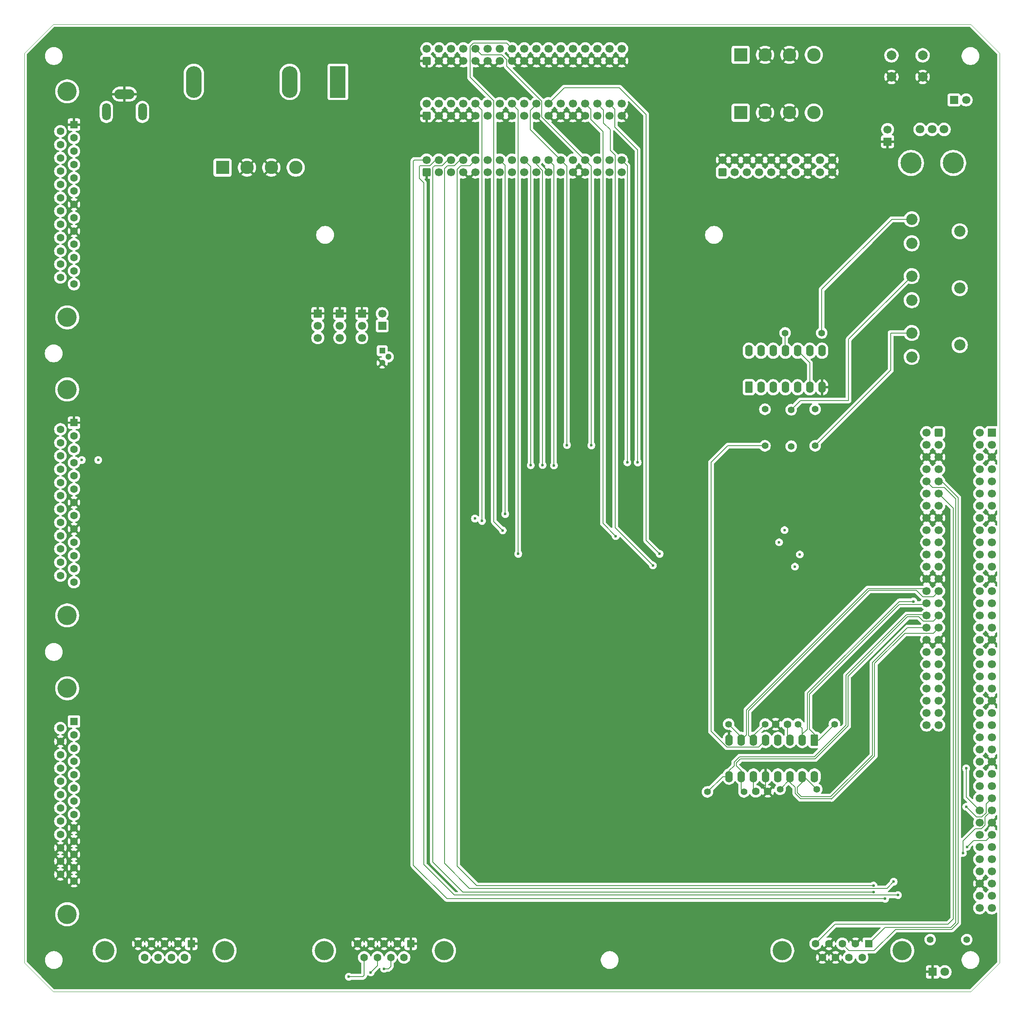
<source format=gbr>
%TF.GenerationSoftware,KiCad,Pcbnew,9.0.4*%
%TF.CreationDate,2025-11-09T15:05:15+13:00*%
%TF.ProjectId,AWS_CPU_Motherboard,4157535f-4350-4555-9f4d-6f7468657262,rev?*%
%TF.SameCoordinates,Original*%
%TF.FileFunction,Copper,L4,Bot*%
%TF.FilePolarity,Positive*%
%FSLAX46Y46*%
G04 Gerber Fmt 4.6, Leading zero omitted, Abs format (unit mm)*
G04 Created by KiCad (PCBNEW 9.0.4) date 2025-11-09 15:05:15*
%MOMM*%
%LPD*%
G01*
G04 APERTURE LIST*
G04 Aperture macros list*
%AMRoundRect*
0 Rectangle with rounded corners*
0 $1 Rounding radius*
0 $2 $3 $4 $5 $6 $7 $8 $9 X,Y pos of 4 corners*
0 Add a 4 corners polygon primitive as box body*
4,1,4,$2,$3,$4,$5,$6,$7,$8,$9,$2,$3,0*
0 Add four circle primitives for the rounded corners*
1,1,$1+$1,$2,$3*
1,1,$1+$1,$4,$5*
1,1,$1+$1,$6,$7*
1,1,$1+$1,$8,$9*
0 Add four rect primitives between the rounded corners*
20,1,$1+$1,$2,$3,$4,$5,0*
20,1,$1+$1,$4,$5,$6,$7,0*
20,1,$1+$1,$6,$7,$8,$9,0*
20,1,$1+$1,$8,$9,$2,$3,0*%
G04 Aperture macros list end*
%TA.AperFunction,ComponentPad*%
%ADD10R,1.700000X1.700000*%
%TD*%
%TA.AperFunction,ComponentPad*%
%ADD11C,1.700000*%
%TD*%
%TA.AperFunction,ComponentPad*%
%ADD12C,1.400000*%
%TD*%
%TA.AperFunction,ComponentPad*%
%ADD13RoundRect,0.250000X0.600000X0.600000X-0.600000X0.600000X-0.600000X-0.600000X0.600000X-0.600000X0*%
%TD*%
%TA.AperFunction,ComponentPad*%
%ADD14C,2.000000*%
%TD*%
%TA.AperFunction,ComponentPad*%
%ADD15C,4.000000*%
%TD*%
%TA.AperFunction,ComponentPad*%
%ADD16R,1.600000X1.600000*%
%TD*%
%TA.AperFunction,ComponentPad*%
%ADD17C,1.600000*%
%TD*%
%TA.AperFunction,ComponentPad*%
%ADD18R,2.780000X2.780000*%
%TD*%
%TA.AperFunction,ComponentPad*%
%ADD19C,2.780000*%
%TD*%
%TA.AperFunction,ComponentPad*%
%ADD20C,2.340000*%
%TD*%
%TA.AperFunction,ComponentPad*%
%ADD21C,1.800000*%
%TD*%
%TA.AperFunction,ComponentPad*%
%ADD22C,4.400000*%
%TD*%
%TA.AperFunction,ComponentPad*%
%ADD23R,1.300000X1.300000*%
%TD*%
%TA.AperFunction,ComponentPad*%
%ADD24C,1.300000*%
%TD*%
%TA.AperFunction,ComponentPad*%
%ADD25RoundRect,0.250000X0.550000X-0.950000X0.550000X0.950000X-0.550000X0.950000X-0.550000X-0.950000X0*%
%TD*%
%TA.AperFunction,ComponentPad*%
%ADD26O,1.600000X2.400000*%
%TD*%
%TA.AperFunction,ComponentPad*%
%ADD27RoundRect,0.250000X0.600000X-0.600000X0.600000X0.600000X-0.600000X0.600000X-0.600000X-0.600000X0*%
%TD*%
%TA.AperFunction,ComponentPad*%
%ADD28RoundRect,0.250000X-0.550000X0.950000X-0.550000X-0.950000X0.550000X-0.950000X0.550000X0.950000X0*%
%TD*%
%TA.AperFunction,ComponentPad*%
%ADD29R,3.300000X6.600000*%
%TD*%
%TA.AperFunction,ComponentPad*%
%ADD30O,3.300000X6.600000*%
%TD*%
%TA.AperFunction,ComponentPad*%
%ADD31O,1.800000X3.600000*%
%TD*%
%TA.AperFunction,ComponentPad*%
%ADD32O,4.200000X2.100000*%
%TD*%
%TA.AperFunction,ComponentPad*%
%ADD33R,1.800000X1.800000*%
%TD*%
%TA.AperFunction,ViaPad*%
%ADD34C,0.600000*%
%TD*%
%TA.AperFunction,Conductor*%
%ADD35C,0.200000*%
%TD*%
%TA.AperFunction,Profile*%
%ADD36C,0.050000*%
%TD*%
G04 APERTURE END LIST*
D10*
%TO.P,J6,1,Pin_1*%
%TO.N,DRTYPE0-*%
X442590000Y-276098000D03*
D11*
%TO.P,J6,2,Pin_2*%
%TO.N,DRTYPE1-*%
X445130000Y-276098000D03*
%TD*%
D12*
%TO.P,R9,1*%
%TO.N,/VIDEO_2*%
X403199600Y-348183200D03*
%TO.P,R9,2*%
%TO.N,Net-(Q2-B)*%
X403199600Y-340563200D03*
%TD*%
D10*
%TO.P,JP3,1,A*%
%TO.N,GND*%
X319212400Y-320598800D03*
D11*
%TO.P,JP3,2,C*%
%TO.N,Net-(JP3-C)*%
X319212400Y-323138800D03*
%TO.P,JP3,3,B*%
%TO.N,+5V*%
X319212400Y-325678800D03*
%TD*%
D13*
%TO.P,U1,1,+5V*%
%TO.N,+5V*%
X439420000Y-345440000D03*
D11*
%TO.P,U1,2,+5V*%
X436880000Y-345440000D03*
%TO.P,U1,3,+12V*%
%TO.N,+12V*%
X439420000Y-347980000D03*
%TO.P,U1,4,+12V*%
X436880000Y-347980000D03*
%TO.P,U1,5,GND*%
%TO.N,GND*%
X439420000Y-350520000D03*
%TO.P,U1,6,GND*%
X436880000Y-350520000D03*
%TO.P,U1,7,~{RESET_SW}*%
%TO.N,~{RESET_SW}*%
X439420000Y-353060000D03*
%TO.P,U1,8,AUDIO+*%
%TO.N,AUIDO+*%
X436880000Y-353060000D03*
%TO.P,U1,9,KBDO-*%
%TO.N,KBDO-*%
X439420000Y-355600000D03*
%TO.P,U1,10,KBDI-*%
%TO.N,KBDI-*%
X436880000Y-355600000D03*
%TO.P,U1,11,INIT-*%
%TO.N,INIT-*%
X439420000Y-358140000D03*
%TO.P,U1,12*%
%TO.N,unconnected-(U1-Pad12)*%
X436880000Y-358140000D03*
%TO.P,U1,13,ONBDINT+*%
%TO.N,ONBDINIT+*%
X439420000Y-360680000D03*
%TO.P,U1,14,INTR+*%
%TO.N,INTR+*%
X436880000Y-360680000D03*
%TO.P,U1,15,GND*%
%TO.N,GND*%
X439420000Y-363220000D03*
%TO.P,U1,16,GND*%
X436880000Y-363220000D03*
%TO.P,U1,17,RXDA+*%
%TO.N,CPU_RXDA+*%
X439420000Y-365760000D03*
%TO.P,U1,18,TXDA+*%
X436880000Y-365760000D03*
%TO.P,U1,19,RXDA-*%
%TO.N,CPU_RXDA-*%
X439420000Y-368300000D03*
%TO.P,U1,20,TXDA-*%
X436880000Y-368300000D03*
%TO.P,U1,21,RXCA+*%
%TO.N,CPU_RXCA+*%
X439420000Y-370840000D03*
%TO.P,U1,22,TXCA+*%
X436880000Y-370840000D03*
%TO.P,U1,23,RXCA-*%
%TO.N,CPU_RXCA-*%
X439420000Y-373380000D03*
%TO.P,U1,24,TXCA-*%
X436880000Y-373380000D03*
%TO.P,U1,25,GND*%
%TO.N,GND*%
X439420000Y-375920000D03*
%TO.P,U1,26,GND*%
X436880000Y-375920000D03*
%TO.P,U1,27,VIDEO_2+*%
%TO.N,VIDEO_2+*%
X439420000Y-378460000D03*
%TO.P,U1,28,VIDEO_2-*%
%TO.N,VIDEO_2-*%
X436880000Y-378460000D03*
%TO.P,U1,29,VERDR+*%
%TO.N,VERDR+*%
X439420000Y-381000000D03*
%TO.P,U1,30,VERDR-*%
%TO.N,VERDR-*%
X436880000Y-381000000D03*
%TO.P,U1,31,HORDR+*%
%TO.N,HORDR+*%
X439420000Y-383540000D03*
%TO.P,U1,32,HORDR-*%
%TO.N,HORDR-*%
X436880000Y-383540000D03*
%TO.P,U1,33,VIDEO+*%
%TO.N,VIDEO+*%
X439420000Y-386080000D03*
%TO.P,U1,34,VIDEO-*%
%TO.N,VIDEO-*%
X436880000Y-386080000D03*
%TO.P,U1,35,GND*%
%TO.N,GND*%
X439420000Y-388620000D03*
%TO.P,U1,36,GND*%
X436880000Y-388620000D03*
%TO.P,U1,37,-12V*%
%TO.N,-12V*%
X439420000Y-391160000D03*
%TO.P,U1,38,-12V*%
X436880000Y-391160000D03*
%TO.P,U1,39,+5V*%
%TO.N,+5V*%
X439420000Y-393700000D03*
%TO.P,U1,40,+5V*%
X436880000Y-393700000D03*
%TO.P,U1,41*%
%TO.N,unconnected-(U1-Pad41)*%
X439420000Y-396240000D03*
%TO.P,U1,42*%
%TO.N,unconnected-(U1-Pad42)*%
X436880000Y-396240000D03*
%TO.P,U1,43*%
%TO.N,unconnected-(U1-Pad43)*%
X439420000Y-398780000D03*
%TO.P,U1,44*%
%TO.N,unconnected-(U1-Pad44)*%
X436880000Y-398780000D03*
%TO.P,U1,45*%
%TO.N,unconnected-(U1-Pad45)*%
X439420000Y-401320000D03*
%TO.P,U1,46*%
%TO.N,unconnected-(U1-Pad46)*%
X436880000Y-401320000D03*
%TO.P,U1,47*%
%TO.N,unconnected-(U1-Pad47)*%
X439420000Y-403860000D03*
%TO.P,U1,48*%
%TO.N,unconnected-(U1-Pad48)*%
X436880000Y-403860000D03*
%TO.P,U1,49*%
%TO.N,unconnected-(U1-Pad49)*%
X439420000Y-406400000D03*
%TO.P,U1,50*%
%TO.N,unconnected-(U1-Pad50)*%
X436880000Y-406400000D03*
%TD*%
D10*
%TO.P,U4,1,+5V*%
%TO.N,+5V*%
X450469000Y-345440000D03*
D11*
%TO.P,U4,2,+5V*%
X447929000Y-345440000D03*
%TO.P,U4,3,+12V*%
%TO.N,+12V*%
X450469000Y-347980000D03*
%TO.P,U4,4,+12V*%
X447929000Y-347980000D03*
%TO.P,U4,5,GND*%
%TO.N,GND*%
X450469000Y-350520000D03*
%TO.P,U4,6,2SIDED-*%
%TO.N,2SIDED-*%
X447929000Y-350520000D03*
%TO.P,U4,7,DIRECT-*%
%TO.N,DIRECT-*%
X450469000Y-353060000D03*
%TO.P,U4,8,DS1-*%
%TO.N,DS1-*%
X447929000Y-353060000D03*
%TO.P,U4,9,STEP-*%
%TO.N,STEP-*%
X450469000Y-355600000D03*
%TO.P,U4,10,READY-*%
%TO.N,READY-*%
X447929000Y-355600000D03*
%TO.P,U4,11,INDEX-*%
%TO.N,INDEX-*%
X450469000Y-358140000D03*
%TO.P,U4,12,HDSEL1-*%
%TO.N,HDSEL1-*%
X447929000Y-358140000D03*
%TO.P,U4,13,ONBDINIT+*%
%TO.N,ONBDINIT+*%
X450469000Y-360680000D03*
%TO.P,U4,14,INTR+*%
%TO.N,INTR+*%
X447929000Y-360680000D03*
%TO.P,U4,15,GND*%
%TO.N,GND*%
X450469000Y-363220000D03*
%TO.P,U4,16,SIDED-*%
%TO.N,SIDED-*%
X447929000Y-363220000D03*
%TO.P,U4,17,HDSEL0-*%
%TO.N,HDSEL0-*%
X450469000Y-365760000D03*
%TO.P,U4,18,WRPORT-*%
%TO.N,WRPORT-*%
X447929000Y-365760000D03*
%TO.P,U4,19,DS0-*%
%TO.N,DS0-*%
X450469000Y-368300000D03*
%TO.P,U4,20,HL1+*%
%TO.N,HL1+*%
X447929000Y-368300000D03*
%TO.P,U4,21,WRDATA-*%
%TO.N,WRDATA-*%
X450469000Y-370840000D03*
%TO.P,U4,22,HL0+*%
%TO.N,HL0+*%
X447929000Y-370840000D03*
%TO.P,U4,23,TXDB-*%
%TO.N,TXDB-*%
X450469000Y-373380000D03*
%TO.P,U4,24,RDDATA-*%
%TO.N,RDDATA-*%
X447929000Y-373380000D03*
%TO.P,U4,25,GND*%
%TO.N,GND*%
X450469000Y-375920000D03*
%TO.P,U4,26,STDB-*%
%TO.N,STDB-*%
X447929000Y-375920000D03*
%TO.P,U4,27,RXDB-*%
%TO.N,RXDB-*%
X450469000Y-378460000D03*
%TO.P,U4,28,TXCB+*%
%TO.N,TXCB+*%
X447929000Y-378460000D03*
%TO.P,U4,29,RXCB+*%
%TO.N,RXCB+*%
X450469000Y-381000000D03*
%TO.P,U4,30,RTSB+*%
%TO.N,RTSB+*%
X447929000Y-381000000D03*
%TO.P,U4,31,DSRB+*%
%TO.N,DSRB+*%
X450469000Y-383540000D03*
%TO.P,U4,32,CTSB+*%
%TO.N,CTSB+*%
X447929000Y-383540000D03*
%TO.P,U4,33,DCDB+*%
%TO.N,DCDB+*%
X450469000Y-386080000D03*
%TO.P,U4,34,DTRB+*%
%TO.N,DTRB+*%
X447929000Y-386080000D03*
%TO.P,U4,35,GND*%
%TO.N,GND*%
X450469000Y-388620000D03*
%TO.P,U4,36,SRDB-*%
%TO.N,SRDB-*%
X447929000Y-388620000D03*
%TO.P,U4,37,-12V*%
%TO.N,-12V*%
X450469000Y-391160000D03*
%TO.P,U4,38,-12V*%
X447929000Y-391160000D03*
%TO.P,U4,39,+5V*%
%TO.N,+5V*%
X450469000Y-393700000D03*
%TO.P,U4,40,+5V*%
X447929000Y-393700000D03*
%TO.P,U4,41,RINGB+*%
%TO.N,RINGB+*%
X450469000Y-396240000D03*
%TO.P,U4,42,SRDA-*%
%TO.N,SRDA-*%
X447929000Y-396240000D03*
%TO.P,U4,43,STDA-*%
%TO.N,STDA-*%
X450469000Y-398780000D03*
%TO.P,U4,44,TXDA-*%
%TO.N,TXDA-*%
X447929000Y-398780000D03*
%TO.P,U4,45,GND*%
%TO.N,GND*%
X450469000Y-401320000D03*
%TO.P,U4,46,TXCA+*%
%TO.N,TXCA+*%
X447929000Y-401320000D03*
%TO.P,U4,47,RXDA-*%
%TO.N,RXDA-*%
X450469000Y-403860000D03*
%TO.P,U4,48,RTSA+*%
%TO.N,RTSA+*%
X447929000Y-403860000D03*
%TO.P,U4,49,RXCA+*%
%TO.N,RXCA+*%
X450469000Y-406400000D03*
%TO.P,U4,50,CTSA+*%
%TO.N,CTSA+*%
X447929000Y-406400000D03*
%TO.P,U4,51,DSRA+*%
%TO.N,DSRA+*%
X450469000Y-408940000D03*
%TO.P,U4,52,DTRA+*%
%TO.N,DTRA+*%
X447929000Y-408940000D03*
%TO.P,U4,53,DCDA+*%
%TO.N,DCDA+*%
X450469000Y-411480000D03*
%TO.P,U4,54,RINGA+*%
%TO.N,RINGA+*%
X447929000Y-411480000D03*
%TO.P,U4,55,GND*%
%TO.N,GND*%
X450469000Y-414020000D03*
%TO.P,U4,56,LPT1+*%
%TO.N,LPT1*%
X447929000Y-414020000D03*
%TO.P,U4,57,LPT2+*%
%TO.N,LPT2*%
X450469000Y-416560000D03*
%TO.P,U4,58,LPT3+*%
%TO.N,LPT3*%
X447929000Y-416560000D03*
%TO.P,U4,59,LPT4+*%
%TO.N,LPT4*%
X450469000Y-419100000D03*
%TO.P,U4,60,LPT5+*%
%TO.N,LPT5*%
X447929000Y-419100000D03*
%TO.P,U4,61,LPT6+*%
%TO.N,LPT6*%
X450469000Y-421640000D03*
%TO.P,U4,62,LPT7+*%
%TO.N,LPT7*%
X447929000Y-421640000D03*
%TO.P,U4,63,LPT0+*%
%TO.N,LPT0*%
X450469000Y-424180000D03*
%TO.P,U4,64,LPTSTROBE-*%
%TO.N,LPT_STROBE*%
X447929000Y-424180000D03*
%TO.P,U4,65,GND*%
%TO.N,GND*%
X450469000Y-426720000D03*
%TO.P,U4,66,LPTACK-*%
%TO.N,LPT_ACK*%
X447929000Y-426720000D03*
%TO.P,U4,67,LPTBUSY+*%
%TO.N,LPT_BUSY*%
X450469000Y-429260000D03*
%TO.P,U4,68,LPTNOPAPER+*%
%TO.N,NO_PAPER*%
X447929000Y-429260000D03*
%TO.P,U4,69,LPTSELECT+*%
%TO.N,LPT_SELECT*%
X450469000Y-431800000D03*
%TO.P,U4,70,TRACK0-*%
%TO.N,TRACK0-*%
X447929000Y-431800000D03*
%TO.P,U4,71,SKCOMPL-*%
%TO.N,SKCOMPL-*%
X450469000Y-434340000D03*
%TO.P,U4,72,WRGATE-*%
%TO.N,WRGATE-*%
X447929000Y-434340000D03*
%TO.P,U4,73,HDSEL2-*%
%TO.N,HDSEL2-*%
X450469000Y-436880000D03*
%TO.P,U4,74,REDWC-*%
%TO.N,REDWC-*%
X447929000Y-436880000D03*
%TO.P,U4,75*%
%TO.N,unconnected-(U4-Pad75)*%
X450469000Y-439420000D03*
%TO.P,U4,76,GND*%
%TO.N,GND*%
X447929000Y-439420000D03*
%TO.P,U4,77,MFM-*%
%TO.N,MFM-*%
X450469000Y-441960000D03*
%TO.P,U4,78,MFM+*%
%TO.N,MFM+*%
X447929000Y-441960000D03*
%TO.P,U4,79,WMF-*%
%TO.N,WMF-*%
X450469000Y-444500000D03*
%TO.P,U4,80,WMF+*%
%TO.N,WMF+*%
X447929000Y-444500000D03*
%TD*%
D14*
%TO.P,SW1,1,1*%
%TO.N,~{RESET_SW}*%
X429564800Y-266801600D03*
X436064800Y-266801600D03*
%TO.P,SW1,2,2*%
%TO.N,GND*%
X429564800Y-271301600D03*
X436064800Y-271301600D03*
%TD*%
D15*
%TO.P,J9,0,PAD*%
%TO.N,unconnected-(J9-PAD-Pad0)_1*%
X257810000Y-336440000D03*
%TO.N,unconnected-(J9-PAD-Pad0)*%
X257810000Y-383540000D03*
D16*
%TO.P,J9,1,1*%
%TO.N,GND*%
X259230000Y-343370000D03*
D17*
%TO.P,J9,2,2*%
%TO.N,TXDA-*%
X259230000Y-346140000D03*
%TO.P,J9,3,3*%
%TO.N,RXDA-*%
X259230000Y-348910000D03*
%TO.P,J9,4,4*%
%TO.N,RTSA+*%
X259230000Y-351680000D03*
%TO.P,J9,5,5*%
%TO.N,CTSA+*%
X259230000Y-354450000D03*
%TO.P,J9,6,6*%
%TO.N,DSRA+*%
X259230000Y-357220000D03*
%TO.P,J9,7,7*%
%TO.N,GND*%
X259230000Y-359990000D03*
%TO.P,J9,8,8*%
%TO.N,DCDA+*%
X259230000Y-362760000D03*
%TO.P,J9,9,9*%
%TO.N,GND*%
X259230000Y-365530000D03*
%TO.P,J9,10,10*%
%TO.N,unconnected-(J9-Pad10)*%
X259230000Y-368300000D03*
%TO.P,J9,11,11*%
%TO.N,unconnected-(J9-Pad11)*%
X259230000Y-371070000D03*
%TO.P,J9,12,12*%
%TO.N,unconnected-(J9-Pad12)*%
X259230000Y-373840000D03*
%TO.P,J9,13,13*%
%TO.N,unconnected-(J9-Pad13)*%
X259230000Y-376610000D03*
%TO.P,J9,14,P14*%
%TO.N,STDA-*%
X256390000Y-344755000D03*
%TO.P,J9,15,P15*%
%TO.N,TXCA+*%
X256390000Y-347525000D03*
%TO.P,J9,16,P16*%
%TO.N,SRDA-*%
X256390000Y-350295000D03*
%TO.P,J9,17,P17*%
%TO.N,RXCA+*%
X256390000Y-353065000D03*
%TO.P,J9,18,P18*%
%TO.N,unconnected-(J9-P18-Pad18)*%
X256390000Y-355835000D03*
%TO.P,J9,19,P19*%
%TO.N,unconnected-(J9-P19-Pad19)*%
X256390000Y-358605000D03*
%TO.P,J9,20,P20*%
%TO.N,DTRA+*%
X256390000Y-361375000D03*
%TO.P,J9,21,P21*%
%TO.N,unconnected-(J9-P21-Pad21)*%
X256390000Y-364145000D03*
%TO.P,J9,22,P22*%
%TO.N,RINGA+*%
X256390000Y-366915000D03*
%TO.P,J9,23,P23*%
%TO.N,unconnected-(J9-P23-Pad23)*%
X256390000Y-369685000D03*
%TO.P,J9,24,P24*%
%TO.N,unconnected-(J9-P24-Pad24)*%
X256390000Y-372455000D03*
%TO.P,J9,25,P25*%
%TO.N,unconnected-(J9-P25-Pad25)*%
X256390000Y-375225000D03*
%TD*%
D18*
%TO.P,J15,1,Pin_1*%
%TO.N,+12V*%
X398145000Y-266700000D03*
D19*
%TO.P,J15,2,Pin_2*%
%TO.N,GND*%
X403225000Y-266700000D03*
%TO.P,J15,3,Pin_3*%
X408305000Y-266700000D03*
%TO.P,J15,4,Pin_4*%
%TO.N,+5V*%
X413385000Y-266700000D03*
%TD*%
D15*
%TO.P,J8,0,PAD*%
%TO.N,unconnected-(J8-PAD-Pad0)_1*%
X257810000Y-398720000D03*
%TO.N,unconnected-(J8-PAD-Pad0)*%
X257810000Y-445820000D03*
D16*
%TO.P,J8,1,1*%
%TO.N,LPT0*%
X259230000Y-405650000D03*
D17*
%TO.P,J8,2,2*%
%TO.N,LPT1*%
X259230000Y-408420000D03*
%TO.P,J8,3,3*%
%TO.N,LPT2*%
X259230000Y-411190000D03*
%TO.P,J8,4,4*%
%TO.N,LPT3*%
X259230000Y-413960000D03*
%TO.P,J8,5,5*%
%TO.N,LPT4*%
X259230000Y-416730000D03*
%TO.P,J8,6,6*%
%TO.N,LPT5*%
X259230000Y-419500000D03*
%TO.P,J8,7,7*%
%TO.N,LPT6*%
X259230000Y-422270000D03*
%TO.P,J8,8,8*%
%TO.N,LPT7*%
X259230000Y-425040000D03*
%TO.P,J8,9,9*%
%TO.N,GND*%
X259230000Y-427810000D03*
%TO.P,J8,10,10*%
X259230000Y-430580000D03*
%TO.P,J8,11,11*%
X259230000Y-433350000D03*
%TO.P,J8,12,12*%
X259230000Y-436120000D03*
%TO.P,J8,13,13*%
X259230000Y-438890000D03*
%TO.P,J8,14,P14*%
%TO.N,LPT_STROBE*%
X256390000Y-407035000D03*
%TO.P,J8,15,P15*%
%TO.N,GND*%
X256390000Y-409805000D03*
%TO.P,J8,16,P16*%
%TO.N,LPT_ACK*%
X256390000Y-412575000D03*
%TO.P,J8,17,P17*%
%TO.N,LPT_BUSY*%
X256390000Y-415345000D03*
%TO.P,J8,18,P18*%
%TO.N,unconnected-(J8-P18-Pad18)*%
X256390000Y-418115000D03*
%TO.P,J8,19,P19*%
%TO.N,unconnected-(J8-P19-Pad19)*%
X256390000Y-420885000D03*
%TO.P,J8,20,P20*%
%TO.N,unconnected-(J8-P20-Pad20)*%
X256390000Y-423655000D03*
%TO.P,J8,21,P21*%
%TO.N,NO_PAPER*%
X256390000Y-426425000D03*
%TO.P,J8,22,P22*%
%TO.N,LPT_SELECT*%
X256390000Y-429195000D03*
%TO.P,J8,23,P23*%
%TO.N,GND*%
X256390000Y-431965000D03*
%TO.P,J8,24,P24*%
X256390000Y-434735000D03*
%TO.P,J8,25,P25*%
X256390000Y-437505000D03*
%TD*%
D20*
%TO.P,RV4,1,1*%
%TO.N,unconnected-(RV4-Pad1)*%
X433785000Y-329675000D03*
%TO.P,RV4,2,2*%
%TO.N,Net-(J12-In)*%
X443785000Y-327175000D03*
%TO.P,RV4,3,3*%
%TO.N,Net-(R8-Pad2)*%
X433785000Y-324675000D03*
%TD*%
D12*
%TO.P,R8,1*%
%TO.N,Net-(JP4-B)*%
X413664400Y-340563200D03*
%TO.P,R8,2*%
%TO.N,Net-(R8-Pad2)*%
X413664400Y-348183200D03*
%TD*%
D20*
%TO.P,RV2,1,1*%
%TO.N,unconnected-(RV2-Pad1)*%
X433785000Y-305975000D03*
%TO.P,RV2,2,2*%
%TO.N,Net-(J12-In)*%
X443785000Y-303475000D03*
%TO.P,RV2,3,3*%
%TO.N,Net-(R6-Pad2)*%
X433785000Y-300975000D03*
%TD*%
D21*
%TO.P,RV1,1,1*%
%TO.N,Net-(J2-Pin_2)*%
X435523000Y-282240000D03*
%TO.P,RV1,2,2*%
%TO.N,AUIDO+*%
X438023000Y-282240000D03*
%TO.P,RV1,3,3*%
%TO.N,unconnected-(RV1-Pad3)*%
X440523000Y-282240000D03*
D22*
%TO.P,RV1,MP,MountPin*%
%TO.N,unconnected-(RV1-MountPin-PadMP)_1*%
X442423000Y-289240000D03*
%TO.N,unconnected-(RV1-MountPin-PadMP)*%
X433623000Y-289240000D03*
%TD*%
D12*
%TO.P,R7,1*%
%TO.N,/VIDEO*%
X408686000Y-348284800D03*
%TO.P,R7,2*%
%TO.N,Net-(R7-Pad2)*%
X408686000Y-340664800D03*
%TD*%
D18*
%TO.P,J5,1,Pin_1*%
%TO.N,+12V*%
X290195000Y-290195000D03*
D19*
%TO.P,J5,2,Pin_2*%
%TO.N,GND*%
X295275000Y-290195000D03*
%TO.P,J5,3,Pin_3*%
X300355000Y-290195000D03*
%TO.P,J5,4,Pin_4*%
%TO.N,+5V*%
X305435000Y-290195000D03*
%TD*%
D10*
%TO.P,J2,1,Pin_1*%
%TO.N,GND*%
X428752000Y-284789800D03*
D11*
%TO.P,J2,2,Pin_2*%
%TO.N,Net-(J2-Pin_2)*%
X428752000Y-282249800D03*
%TD*%
D15*
%TO.P,J7,0,PAD*%
%TO.N,unconnected-(J7-PAD-Pad0)_1*%
X406800000Y-453390000D03*
%TO.N,unconnected-(J7-PAD-Pad0)*%
X431800000Y-453390000D03*
D16*
%TO.P,J7,1,1*%
%TO.N,KBDI-*%
X424840000Y-451970000D03*
D17*
%TO.P,J7,2,2*%
%TO.N,GND*%
X422070000Y-451970000D03*
%TO.P,J7,3,3*%
%TO.N,KBDO-*%
X419300000Y-451970000D03*
%TO.P,J7,4,4*%
%TO.N,GND*%
X416530000Y-451970000D03*
%TO.P,J7,5,5*%
%TO.N,INIT-*%
X413760000Y-451970000D03*
%TO.P,J7,6,6*%
%TO.N,+5V*%
X423455000Y-454810000D03*
%TO.P,J7,7,7*%
X420685000Y-454810000D03*
%TO.P,J7,8,8*%
%TO.N,GND*%
X417915000Y-454810000D03*
%TO.P,J7,9,9*%
X415145000Y-454810000D03*
%TD*%
D23*
%TO.P,Q2,1,C*%
%TO.N,Net-(JP4-A)*%
X323443600Y-328371200D03*
D24*
%TO.P,Q2,2,B*%
%TO.N,Net-(Q2-B)*%
X324713600Y-329641200D03*
%TO.P,Q2,3,E*%
%TO.N,GND*%
X323443600Y-330911200D03*
%TD*%
D20*
%TO.P,RV3,1,1*%
%TO.N,unconnected-(RV3-Pad1)*%
X433785000Y-317825000D03*
%TO.P,RV3,2,2*%
%TO.N,Net-(J12-In)*%
X443785000Y-315325000D03*
%TO.P,RV3,3,3*%
%TO.N,Net-(R7-Pad2)*%
X433785000Y-312825000D03*
%TD*%
D12*
%TO.P,R6,1*%
%TO.N,/CSYNC+*%
X407416000Y-324662800D03*
%TO.P,R6,2*%
%TO.N,Net-(R6-Pad2)*%
X415036000Y-324662800D03*
%TD*%
D18*
%TO.P,J14,1,Pin_1*%
%TO.N,+12V*%
X398145000Y-278765000D03*
D19*
%TO.P,J14,2,Pin_2*%
%TO.N,GND*%
X403225000Y-278765000D03*
%TO.P,J14,3,Pin_3*%
X408305000Y-278765000D03*
%TO.P,J14,4,Pin_4*%
%TO.N,+5V*%
X413385000Y-278765000D03*
%TD*%
D25*
%TO.P,U8,1*%
%TO.N,Net-(JP2-C)*%
X399846800Y-335991200D03*
D26*
%TO.P,U8,2*%
%TO.N,/HORDR*%
X402386800Y-335991200D03*
%TO.P,U8,3*%
%TO.N,Net-(U8-Pad3)*%
X404926800Y-335991200D03*
%TO.P,U8,4*%
%TO.N,/VERDR*%
X407466800Y-335991200D03*
%TO.P,U8,5*%
%TO.N,Net-(JP1-C)*%
X410006800Y-335991200D03*
%TO.P,U8,6*%
%TO.N,Net-(U8-Pad10)*%
X412546800Y-335991200D03*
%TO.P,U8,7,GND*%
%TO.N,GND*%
X415086800Y-335991200D03*
%TO.P,U8,8*%
%TO.N,Net-(U8-Pad12)*%
X415086800Y-328371200D03*
%TO.P,U8,9*%
%TO.N,Net-(U8-Pad3)*%
X412546800Y-328371200D03*
%TO.P,U8,10*%
%TO.N,Net-(U8-Pad10)*%
X410006800Y-328371200D03*
%TO.P,U8,11*%
%TO.N,/CSYNC+*%
X407466800Y-328371200D03*
%TO.P,U8,12*%
%TO.N,Net-(U8-Pad12)*%
X404926800Y-328371200D03*
%TO.P,U8,13*%
%TO.N,Net-(JP3-C)*%
X402386800Y-328371200D03*
%TO.P,U8,14,VCC*%
%TO.N,+5V*%
X399846800Y-328371200D03*
%TD*%
D10*
%TO.P,JP4,1,A*%
%TO.N,Net-(JP4-A)*%
X323443600Y-323189600D03*
D11*
%TO.P,JP4,2,B*%
%TO.N,Net-(JP4-B)*%
X323443600Y-320649600D03*
%TD*%
D27*
%TO.P,U3,1,GND*%
%TO.N,GND*%
X332740000Y-267970000D03*
D11*
%TO.P,U3,2*%
%TO.N,unconnected-(U3-Pad2)*%
X332740000Y-265430000D03*
%TO.P,U3,3,GND*%
%TO.N,GND*%
X335280000Y-267970000D03*
%TO.P,U3,4,SIDED-*%
%TO.N,SIDED-*%
X335280000Y-265430000D03*
%TO.P,U3,5,GND*%
%TO.N,GND*%
X337820000Y-267970000D03*
%TO.P,U3,6*%
%TO.N,unconnected-(U3-Pad6)*%
X337820000Y-265430000D03*
%TO.P,U3,7,GND*%
%TO.N,GND*%
X340360000Y-267970000D03*
%TO.P,U3,8,HDSEL0-*%
%TO.N,HDSEL0-*%
X340360000Y-265430000D03*
%TO.P,U3,9,GND*%
%TO.N,GND*%
X342900000Y-267970000D03*
%TO.P,U3,10,DS1-*%
%TO.N,DS1-*%
X342900000Y-265430000D03*
%TO.P,U3,11,GND*%
%TO.N,GND*%
X345440000Y-267970000D03*
%TO.P,U3,12*%
%TO.N,unconnected-(U3-Pad12)*%
X345440000Y-265430000D03*
%TO.P,U3,13,GND*%
%TO.N,GND*%
X347980000Y-267970000D03*
%TO.P,U3,14*%
%TO.N,unconnected-(U3-Pad14)*%
X347980000Y-265430000D03*
%TO.P,U3,15,GND*%
%TO.N,GND*%
X350520000Y-267970000D03*
%TO.P,U3,16,HL1+*%
%TO.N,HL1+*%
X350520000Y-265430000D03*
%TO.P,U3,17,GND*%
%TO.N,GND*%
X353060000Y-267970000D03*
%TO.P,U3,18,DIRECT-*%
%TO.N,DIRECT-*%
X353060000Y-265430000D03*
%TO.P,U3,19,GND*%
%TO.N,GND*%
X355600000Y-267970000D03*
%TO.P,U3,20,STEP-*%
%TO.N,STEP-*%
X355600000Y-265430000D03*
%TO.P,U3,21,GND*%
%TO.N,GND*%
X358140000Y-267970000D03*
%TO.P,U3,22,WRDATA-*%
%TO.N,WRDATA-*%
X358140000Y-265430000D03*
%TO.P,U3,23,GND*%
%TO.N,GND*%
X360680000Y-267970000D03*
%TO.P,U3,24,WRGATE-*%
%TO.N,WRGATE-*%
X360680000Y-265430000D03*
%TO.P,U3,25,GND*%
%TO.N,GND*%
X363220000Y-267970000D03*
%TO.P,U3,26,TRACK0-*%
%TO.N,TRACK0-*%
X363220000Y-265430000D03*
%TO.P,U3,27,GND*%
%TO.N,GND*%
X365760000Y-267970000D03*
%TO.P,U3,28,WRPORT-*%
%TO.N,WRPORT-*%
X365760000Y-265430000D03*
%TO.P,U3,29,GND*%
%TO.N,GND*%
X368300000Y-267970000D03*
%TO.P,U3,30,RDDATA-*%
%TO.N,RDDATA-*%
X368300000Y-265430000D03*
%TO.P,U3,31,GND*%
%TO.N,GND*%
X370840000Y-267970000D03*
%TO.P,U3,32,2SIDED-*%
%TO.N,2SIDED-*%
X370840000Y-265430000D03*
%TO.P,U3,33,GND*%
%TO.N,GND*%
X373380000Y-267970000D03*
%TO.P,U3,34,READY-*%
%TO.N,READY-*%
X373380000Y-265430000D03*
%TD*%
D27*
%TO.P,U5,1,GND*%
%TO.N,GND*%
X332689200Y-291150000D03*
D11*
%TO.P,U5,2,REDWC-*%
%TO.N,REDWC-*%
X332689200Y-288610000D03*
%TO.P,U5,3,GND*%
%TO.N,GND*%
X335229200Y-291150000D03*
%TO.P,U5,4,HDSEL2-*%
%TO.N,HDSEL2-*%
X335229200Y-288610000D03*
%TO.P,U5,5,GND*%
%TO.N,GND*%
X337769200Y-291150000D03*
%TO.P,U5,6,WRGATE-*%
%TO.N,WRGATE-*%
X337769200Y-288610000D03*
%TO.P,U5,7,GND*%
%TO.N,GND*%
X340309200Y-291150000D03*
%TO.P,U5,8,SKCOMPL-*%
%TO.N,SKCOMPL-*%
X340309200Y-288610000D03*
%TO.P,U5,9,GND*%
%TO.N,GND*%
X342849200Y-291150000D03*
%TO.P,U5,10,TRACK0-*%
%TO.N,TRACK0-*%
X342849200Y-288610000D03*
%TO.P,U5,11,GND*%
%TO.N,GND*%
X345389200Y-291150000D03*
%TO.P,U5,12,WRPORT-*%
%TO.N,WRPORT-*%
X345389200Y-288610000D03*
%TO.P,U5,13,GND*%
%TO.N,GND*%
X347929200Y-291150000D03*
%TO.P,U5,14,HDSEL0-*%
%TO.N,HDSEL0-*%
X347929200Y-288610000D03*
%TO.P,U5,15,GND*%
%TO.N,GND*%
X350469200Y-291150000D03*
%TO.P,U5,16*%
%TO.N,unconnected-(U5-Pad16)*%
X350469200Y-288610000D03*
%TO.P,U5,17,GND*%
%TO.N,GND*%
X353009200Y-291150000D03*
%TO.P,U5,18,HDSEL1-*%
%TO.N,HDSEL1-*%
X353009200Y-288610000D03*
%TO.P,U5,19,GND*%
%TO.N,GND*%
X355549200Y-291150000D03*
%TO.P,U5,20,INDEX-*%
%TO.N,INDEX-*%
X355549200Y-288610000D03*
%TO.P,U5,21,GND*%
%TO.N,GND*%
X358089200Y-291150000D03*
%TO.P,U5,22,READY-*%
%TO.N,READY-*%
X358089200Y-288610000D03*
%TO.P,U5,23,GND*%
%TO.N,GND*%
X360629200Y-291150000D03*
%TO.P,U5,24,STEP-*%
%TO.N,STEP-*%
X360629200Y-288610000D03*
%TO.P,U5,25,GND*%
%TO.N,GND*%
X363169200Y-291150000D03*
%TO.P,U5,26*%
%TO.N,unconnected-(U5-Pad26)*%
X363169200Y-288610000D03*
%TO.P,U5,27,GND*%
%TO.N,GND*%
X365709200Y-291150000D03*
%TO.P,U5,28,DS1-*%
%TO.N,DS1-*%
X365709200Y-288610000D03*
%TO.P,U5,29,GND*%
%TO.N,GND*%
X368249200Y-291150000D03*
%TO.P,U5,30,DRTYPE0-*%
%TO.N,DRTYPE0-*%
X368249200Y-288610000D03*
%TO.P,U5,31,GND*%
%TO.N,GND*%
X370789200Y-291150000D03*
%TO.P,U5,32,DRTYPE1-*%
%TO.N,DRTYPE1-*%
X370789200Y-288610000D03*
%TO.P,U5,33,GND*%
%TO.N,GND*%
X373329200Y-291150000D03*
%TO.P,U5,34,DIRECT-*%
%TO.N,DIRECT-*%
X373329200Y-288610000D03*
%TD*%
D10*
%TO.P,JP2,1,A*%
%TO.N,GND*%
X314622400Y-320598800D03*
D11*
%TO.P,JP2,2,C*%
%TO.N,Net-(JP2-C)*%
X314622400Y-323138800D03*
%TO.P,JP2,3,B*%
%TO.N,+5V*%
X314622400Y-325678800D03*
%TD*%
D28*
%TO.P,U7,1,1B*%
%TO.N,VERDR-*%
X413512000Y-409498800D03*
D26*
%TO.P,U7,2,1A*%
%TO.N,VERDR+*%
X410972000Y-409498800D03*
%TO.P,U7,3,1Y*%
%TO.N,/VERDR*%
X408432000Y-409498800D03*
%TO.P,U7,4,G*%
%TO.N,+5V*%
X405892000Y-409498800D03*
%TO.P,U7,5,2Y*%
%TO.N,/VIDEO_2*%
X403352000Y-409498800D03*
%TO.P,U7,6,2A*%
%TO.N,VIDEO_2+*%
X400812000Y-409498800D03*
%TO.P,U7,7,2B*%
%TO.N,VIDEO_2-*%
X398272000Y-409498800D03*
%TO.P,U7,8,GND*%
%TO.N,GND*%
X395732000Y-409498800D03*
%TO.P,U7,9,3B*%
%TO.N,HORDR-*%
X395732000Y-417118800D03*
%TO.P,U7,10,3A*%
%TO.N,HORDR+*%
X398272000Y-417118800D03*
%TO.P,U7,11,3Y*%
%TO.N,/HORDR*%
X400812000Y-417118800D03*
%TO.P,U7,12,~{G}*%
%TO.N,GND*%
X403352000Y-417118800D03*
%TO.P,U7,13,4Y*%
%TO.N,/VIDEO*%
X405892000Y-417118800D03*
%TO.P,U7,14,4A*%
%TO.N,VIDEO+*%
X408432000Y-417118800D03*
%TO.P,U7,15,4B*%
%TO.N,VIDEO-*%
X410972000Y-417118800D03*
%TO.P,U7,16,VDD*%
%TO.N,+5V*%
X413512000Y-417118800D03*
%TD*%
D12*
%TO.P,R2,1*%
%TO.N,VERDR-*%
X417677600Y-406196800D03*
%TO.P,R2,2*%
%TO.N,VERDR+*%
X410057600Y-406196800D03*
%TD*%
D15*
%TO.P,J4,0,PAD*%
%TO.N,unconnected-(J4-PAD-Pad0)_1*%
X311350000Y-453390000D03*
%TO.N,unconnected-(J4-PAD-Pad0)*%
X336350000Y-453390000D03*
D16*
%TO.P,J4,1,1*%
%TO.N,GND*%
X329390000Y-451970000D03*
D17*
%TO.P,J4,2,2*%
X326620000Y-451970000D03*
%TO.P,J4,3,3*%
X323850000Y-451970000D03*
%TO.P,J4,4,4*%
X321080000Y-451970000D03*
%TO.P,J4,5,5*%
X318310000Y-451970000D03*
%TO.P,J4,6,6*%
%TO.N,CPU_RXCA+*%
X328005000Y-454810000D03*
%TO.P,J4,7,7*%
%TO.N,CPU_RXCA-*%
X325235000Y-454810000D03*
%TO.P,J4,8,8*%
%TO.N,CPU_RXDA+*%
X322465000Y-454810000D03*
%TO.P,J4,9,9*%
%TO.N,CPU_RXDA-*%
X319695000Y-454810000D03*
%TD*%
D15*
%TO.P,J3,0,PAD*%
%TO.N,unconnected-(J3-PAD-Pad0)*%
X265630000Y-453390000D03*
%TO.N,unconnected-(J3-PAD-Pad0)_1*%
X290630000Y-453390000D03*
D16*
%TO.P,J3,1,1*%
%TO.N,GND*%
X283670000Y-451970000D03*
D17*
%TO.P,J3,2,2*%
X280900000Y-451970000D03*
%TO.P,J3,3,3*%
X278130000Y-451970000D03*
%TO.P,J3,4,4*%
X275360000Y-451970000D03*
%TO.P,J3,5,5*%
X272590000Y-451970000D03*
%TO.P,J3,6,6*%
%TO.N,CPU_RXCA+*%
X282285000Y-454810000D03*
%TO.P,J3,7,7*%
%TO.N,CPU_RXCA-*%
X279515000Y-454810000D03*
%TO.P,J3,8,8*%
%TO.N,CPU_RXDA+*%
X276745000Y-454810000D03*
%TO.P,J3,9,9*%
%TO.N,CPU_RXDA-*%
X273975000Y-454810000D03*
%TD*%
%TO.P,C2,1*%
%TO.N,/HORDR*%
X401289200Y-420217600D03*
%TO.P,C2,2*%
%TO.N,GND*%
X403789200Y-420217600D03*
%TD*%
D27*
%TO.P,U2,1,GND*%
%TO.N,GND*%
X332689200Y-279400000D03*
D11*
%TO.P,U2,2*%
%TO.N,unconnected-(U2-Pad2)*%
X332689200Y-276860000D03*
%TO.P,U2,3,GND*%
%TO.N,GND*%
X335229200Y-279400000D03*
%TO.P,U2,4,SIDED-*%
%TO.N,SIDED-*%
X335229200Y-276860000D03*
%TO.P,U2,5,GND*%
%TO.N,GND*%
X337769200Y-279400000D03*
%TO.P,U2,6*%
%TO.N,unconnected-(U2-Pad6)*%
X337769200Y-276860000D03*
%TO.P,U2,7,GND*%
%TO.N,GND*%
X340309200Y-279400000D03*
%TO.P,U2,8,HDSEL0-*%
%TO.N,HDSEL0-*%
X340309200Y-276860000D03*
%TO.P,U2,9,GND*%
%TO.N,GND*%
X342849200Y-279400000D03*
%TO.P,U2,10,DS0-*%
%TO.N,DS0-*%
X342849200Y-276860000D03*
%TO.P,U2,11,GND*%
%TO.N,GND*%
X345389200Y-279400000D03*
%TO.P,U2,12*%
%TO.N,unconnected-(U2-Pad12)*%
X345389200Y-276860000D03*
%TO.P,U2,13,GND*%
%TO.N,GND*%
X347929200Y-279400000D03*
%TO.P,U2,14*%
%TO.N,unconnected-(U2-Pad14)*%
X347929200Y-276860000D03*
%TO.P,U2,15,GND*%
%TO.N,GND*%
X350469200Y-279400000D03*
%TO.P,U2,16,HL0+*%
%TO.N,HL0+*%
X350469200Y-276860000D03*
%TO.P,U2,17,GND*%
%TO.N,GND*%
X353009200Y-279400000D03*
%TO.P,U2,18,DIRECT-*%
%TO.N,DIRECT-*%
X353009200Y-276860000D03*
%TO.P,U2,19,GND*%
%TO.N,GND*%
X355549200Y-279400000D03*
%TO.P,U2,20,STEP-*%
%TO.N,STEP-*%
X355549200Y-276860000D03*
%TO.P,U2,21,GND*%
%TO.N,GND*%
X358089200Y-279400000D03*
%TO.P,U2,22,WRDATA-*%
%TO.N,WRDATA-*%
X358089200Y-276860000D03*
%TO.P,U2,23,GND*%
%TO.N,GND*%
X360629200Y-279400000D03*
%TO.P,U2,24,WRGATE-*%
%TO.N,WRGATE-*%
X360629200Y-276860000D03*
%TO.P,U2,25,GND*%
%TO.N,GND*%
X363169200Y-279400000D03*
%TO.P,U2,26,TRACK0-*%
%TO.N,TRACK0-*%
X363169200Y-276860000D03*
%TO.P,U2,27,GND*%
%TO.N,GND*%
X365709200Y-279400000D03*
%TO.P,U2,28,WRPORT-*%
%TO.N,WRPORT-*%
X365709200Y-276860000D03*
%TO.P,U2,29,GND*%
%TO.N,GND*%
X368249200Y-279400000D03*
%TO.P,U2,30,RDDATA-*%
%TO.N,RDDATA-*%
X368249200Y-276860000D03*
%TO.P,U2,31,GND*%
%TO.N,GND*%
X370789200Y-279400000D03*
%TO.P,U2,32,2SIDED-*%
%TO.N,2SIDED-*%
X370789200Y-276860000D03*
%TO.P,U2,33,GND*%
%TO.N,GND*%
X373329200Y-279400000D03*
%TO.P,U2,34,READY-*%
%TO.N,READY-*%
X373329200Y-276860000D03*
%TD*%
D12*
%TO.P,R5,1*%
%TO.N,HORDR-*%
X391210800Y-420319200D03*
%TO.P,R5,2*%
%TO.N,HORDR+*%
X398830800Y-420319200D03*
%TD*%
%TO.P,R3,1*%
%TO.N,VIDEO-*%
X413969200Y-419760400D03*
%TO.P,R3,2*%
%TO.N,VIDEO+*%
X406349200Y-419760400D03*
%TD*%
D10*
%TO.P,JP1,1,A*%
%TO.N,GND*%
X310032400Y-320598800D03*
D11*
%TO.P,JP1,2,C*%
%TO.N,Net-(JP1-C)*%
X310032400Y-323138800D03*
%TO.P,JP1,3,B*%
%TO.N,+5V*%
X310032400Y-325678800D03*
%TD*%
D12*
%TO.P,R4,1*%
%TO.N,VIDEO_2-*%
X395630400Y-406196800D03*
%TO.P,R4,2*%
%TO.N,VIDEO_2+*%
X403250400Y-406196800D03*
%TD*%
D29*
%TO.P,J1,1,Pin_1*%
%TO.N,+5V*%
X314198000Y-272338800D03*
D30*
%TO.P,J1,2,Pin_2*%
%TO.N,+12V*%
X304198000Y-272338800D03*
%TO.P,J1,3,Pin_3*%
%TO.N,GND*%
X294198000Y-272338800D03*
%TO.P,J1,4,Pin_4*%
%TO.N,-12V*%
X284198000Y-272338800D03*
%TD*%
D15*
%TO.P,J10,0,PAD*%
%TO.N,unconnected-(J10-PAD-Pad0)*%
X257810000Y-274320000D03*
%TO.N,unconnected-(J10-PAD-Pad0)_1*%
X257810000Y-321420000D03*
D16*
%TO.P,J10,1,1*%
%TO.N,GND*%
X259230000Y-281250000D03*
D17*
%TO.P,J10,2,2*%
%TO.N,TXDB-*%
X259230000Y-284020000D03*
%TO.P,J10,3,3*%
%TO.N,RXDB-*%
X259230000Y-286790000D03*
%TO.P,J10,4,4*%
%TO.N,RTSB+*%
X259230000Y-289560000D03*
%TO.P,J10,5,5*%
%TO.N,CTSB+*%
X259230000Y-292330000D03*
%TO.P,J10,6,6*%
%TO.N,DSRB+*%
X259230000Y-295100000D03*
%TO.P,J10,7,7*%
%TO.N,GND*%
X259230000Y-297870000D03*
%TO.P,J10,8,8*%
%TO.N,DCDB+*%
X259230000Y-300640000D03*
%TO.P,J10,9,9*%
%TO.N,GND*%
X259230000Y-303410000D03*
%TO.P,J10,10,10*%
%TO.N,unconnected-(J10-Pad10)*%
X259230000Y-306180000D03*
%TO.P,J10,11,11*%
%TO.N,unconnected-(J10-Pad11)*%
X259230000Y-308950000D03*
%TO.P,J10,12,12*%
%TO.N,unconnected-(J10-Pad12)*%
X259230000Y-311720000D03*
%TO.P,J10,13,13*%
%TO.N,unconnected-(J10-Pad13)*%
X259230000Y-314490000D03*
%TO.P,J10,14,P14*%
%TO.N,STDB-*%
X256390000Y-282635000D03*
%TO.P,J10,15,P15*%
%TO.N,TXCB+*%
X256390000Y-285405000D03*
%TO.P,J10,16,P16*%
%TO.N,SRDB-*%
X256390000Y-288175000D03*
%TO.P,J10,17,P17*%
%TO.N,RXCB+*%
X256390000Y-290945000D03*
%TO.P,J10,18,P18*%
%TO.N,unconnected-(J10-P18-Pad18)*%
X256390000Y-293715000D03*
%TO.P,J10,19,P19*%
%TO.N,unconnected-(J10-P19-Pad19)*%
X256390000Y-296485000D03*
%TO.P,J10,20,P20*%
%TO.N,DTRB+*%
X256390000Y-299255000D03*
%TO.P,J10,21,P21*%
%TO.N,unconnected-(J10-P21-Pad21)*%
X256390000Y-302025000D03*
%TO.P,J10,22,P22*%
%TO.N,RINGB+*%
X256390000Y-304795000D03*
%TO.P,J10,23,P23*%
%TO.N,unconnected-(J10-P23-Pad23)*%
X256390000Y-307565000D03*
%TO.P,J10,24,P24*%
%TO.N,unconnected-(J10-P24-Pad24)*%
X256390000Y-310335000D03*
%TO.P,J10,25,P25*%
%TO.N,unconnected-(J10-P25-Pad25)*%
X256390000Y-313105000D03*
%TD*%
D31*
%TO.P,J12,1,In*%
%TO.N,Net-(J12-In)*%
X273488800Y-278587200D03*
X265988800Y-278587200D03*
D32*
%TO.P,J12,2,Ext*%
%TO.N,GND*%
X269738800Y-274887200D03*
%TD*%
D12*
%TO.P,R1,1*%
%TO.N,+5V*%
X445262000Y-451104000D03*
%TO.P,R1,2*%
%TO.N,Net-(D1-A)*%
X437642000Y-451104000D03*
%TD*%
D27*
%TO.P,U6,1*%
%TO.N,unconnected-(U6-Pad1)*%
X394335000Y-291150000D03*
D11*
%TO.P,U6,2,GND*%
%TO.N,GND*%
X394335000Y-288610000D03*
%TO.P,U6,3*%
%TO.N,unconnected-(U6-Pad3)*%
X396875000Y-291150000D03*
%TO.P,U6,4,GND*%
%TO.N,GND*%
X396875000Y-288610000D03*
%TO.P,U6,5*%
%TO.N,unconnected-(U6-Pad5)*%
X399415000Y-291150000D03*
%TO.P,U6,6,GND*%
%TO.N,GND*%
X399415000Y-288610000D03*
%TO.P,U6,7*%
%TO.N,unconnected-(U6-Pad7)*%
X401955000Y-291150000D03*
%TO.P,U6,8,GND*%
%TO.N,GND*%
X401955000Y-288610000D03*
%TO.P,U6,9*%
%TO.N,unconnected-(U6-Pad9)*%
X404495000Y-291150000D03*
%TO.P,U6,10,GND*%
%TO.N,GND*%
X404495000Y-288610000D03*
%TO.P,U6,11,GND*%
X407035000Y-291150000D03*
%TO.P,U6,12,GND*%
X407035000Y-288610000D03*
%TO.P,U6,13,WMF+*%
%TO.N,WMF+*%
X409575000Y-291150000D03*
%TO.P,U6,14,WMF-*%
%TO.N,WMF-*%
X409575000Y-288610000D03*
%TO.P,U6,15,GND*%
%TO.N,GND*%
X412115000Y-291150000D03*
%TO.P,U6,16,GND*%
X412115000Y-288610000D03*
%TO.P,U6,17,MFM+*%
%TO.N,MFM+*%
X414655000Y-291150000D03*
%TO.P,U6,18,MFM-*%
%TO.N,MFM-*%
X414655000Y-288610000D03*
%TO.P,U6,19,GND*%
%TO.N,GND*%
X417195000Y-291150000D03*
%TO.P,U6,20,GND*%
X417195000Y-288610000D03*
%TD*%
D17*
%TO.P,C1,1*%
%TO.N,/VERDR*%
X407904000Y-406196800D03*
%TO.P,C1,2*%
%TO.N,GND*%
X405404000Y-406196800D03*
%TD*%
D33*
%TO.P,D1,1,K*%
%TO.N,GND*%
X438150000Y-457835000D03*
D21*
%TO.P,D1,2,A*%
%TO.N,Net-(D1-A)*%
X440690000Y-457835000D03*
%TD*%
D34*
%TO.N,GND*%
X270474362Y-368249139D03*
X358851200Y-284073600D03*
X274104649Y-402277032D03*
X355803200Y-272288000D03*
X293827200Y-303682400D03*
X368452400Y-272338800D03*
X317652400Y-368147600D03*
X379933200Y-272084800D03*
X318465200Y-303225200D03*
X305179908Y-355518931D03*
X443941200Y-280466800D03*
X293268400Y-344119200D03*
X297434000Y-398475200D03*
X267208000Y-346760800D03*
X363524800Y-283718000D03*
X422098872Y-277903482D03*
X415848800Y-417372800D03*
X285237530Y-337657918D03*
X275798783Y-327444710D03*
X386384800Y-304850800D03*
X325780400Y-388569200D03*
X318312800Y-407619200D03*
X313892598Y-417137008D03*
X289509200Y-416052000D03*
X387908800Y-265633200D03*
X415290000Y-402031200D03*
X315112400Y-387400800D03*
X430987200Y-361594400D03*
X369163600Y-408990800D03*
X375666000Y-280263600D03*
X405892000Y-304952400D03*
X324967600Y-375158000D03*
X372313200Y-284226000D03*
X421386000Y-409956000D03*
X422486102Y-267028755D03*
X277622000Y-350824800D03*
X346964000Y-414629600D03*
X370789200Y-362000800D03*
X345490800Y-403758400D03*
X387502400Y-277926800D03*
X363677200Y-361543600D03*
X375361200Y-361848400D03*
X267055600Y-317500000D03*
X358952800Y-406958800D03*
X346354400Y-272288000D03*
X388416800Y-415340800D03*
X286054800Y-359562400D03*
X273710400Y-385673600D03*
X305179908Y-378607559D03*
X296164000Y-369925600D03*
X431038000Y-366369600D03*
X400862800Y-361645200D03*
X349199200Y-284124400D03*
%TO.N,STEP-*%
X361950000Y-348030800D03*
%TO.N,HL0+*%
X351790000Y-370713000D03*
%TO.N,2SIDED-*%
X376682000Y-351663000D03*
%TO.N,WRDATA-*%
X381254000Y-370713000D03*
%TO.N,RDDATA-*%
X379857000Y-373126000D03*
%TO.N,SIDED-*%
X342773000Y-363347000D03*
%TO.N,WRGATE-*%
X425831000Y-441198000D03*
%TO.N,WRPORT-*%
X372110000Y-367030000D03*
%TO.N,READY-*%
X359240200Y-352298000D03*
%TO.N,TRACK0-*%
X425831000Y-439836000D03*
%TO.N,DS0-*%
X344238200Y-363855000D03*
%TO.N,HDSEL0-*%
X349080200Y-362415200D03*
%TO.N,DIRECT-*%
X374523000Y-351637600D03*
%TO.N,HL1+*%
X348551500Y-365823500D03*
%TO.N,DS1-*%
X367030000Y-348107000D03*
%TO.N,HDSEL2-*%
X430911000Y-441833000D03*
%TO.N,LPT6*%
X445135000Y-423418000D03*
%TO.N,LPT_BUSY*%
X445282235Y-431779765D03*
%TO.N,INDEX-*%
X356870000Y-352196400D03*
%TO.N,LPT_STROBE*%
X445135000Y-415417000D03*
%TO.N,HDSEL1-*%
X354398200Y-352239200D03*
%TO.N,REDWC-*%
X428244000Y-442595000D03*
%TO.N,SKCOMPL-*%
X430022000Y-439039000D03*
%TO.N,VERDR+*%
X434136800Y-380625000D03*
%TO.N,LPT0*%
X444449200Y-433070000D03*
%TO.N,CPU_RXCA+*%
X410464000Y-370840000D03*
%TO.N,CPU_RXDA-*%
X406146000Y-368300000D03*
X316484000Y-458851000D03*
%TO.N,CPU_RXDA+*%
X321056000Y-457962000D03*
X407289000Y-365760000D03*
%TO.N,CPU_RXCA-*%
X323850000Y-457200000D03*
X409448000Y-373380000D03*
%TO.N,TXCA+*%
X260858000Y-351155000D03*
%TO.N,TXDA-*%
X264287000Y-351155000D03*
%TD*%
D35*
%TO.N,GND*%
X403352000Y-417118800D02*
X403352000Y-419780400D01*
X403352000Y-419780400D02*
X403789200Y-420217600D01*
%TO.N,STEP-*%
X355549200Y-277063200D02*
X355549200Y-276860000D01*
X361950000Y-289930800D02*
X360629200Y-288610000D01*
X354330000Y-282310800D02*
X354330000Y-278282400D01*
X360629200Y-288610000D02*
X354330000Y-282310800D01*
X361950000Y-348030800D02*
X361950000Y-289930800D01*
X354330000Y-278282400D02*
X355549200Y-277063200D01*
%TO.N,HL0+*%
X351790000Y-370713000D02*
X351790000Y-278180800D01*
X351790000Y-278180800D02*
X350469200Y-276860000D01*
%TO.N,2SIDED-*%
X371940200Y-281770200D02*
X371940200Y-278011000D01*
X376682000Y-286512000D02*
X371940200Y-281770200D01*
X376682000Y-351663000D02*
X376682000Y-286512000D01*
X371940200Y-278011000D02*
X370789200Y-276860000D01*
%TO.N,WRDATA-*%
X378460000Y-279146000D02*
X378460000Y-355981000D01*
X361391200Y-273558000D02*
X372872000Y-273558000D01*
X378460000Y-355981000D02*
X378460000Y-356108000D01*
X358089200Y-276860000D02*
X361391200Y-273558000D01*
X381254000Y-370713000D02*
X378460000Y-367919000D01*
X372872000Y-273558000D02*
X378460000Y-279146000D01*
X378460000Y-367919000D02*
X378460000Y-355981000D01*
%TO.N,RDDATA-*%
X369570000Y-280890050D02*
X369570000Y-278180800D01*
X371983000Y-287655000D02*
X370967000Y-286639000D01*
X379857000Y-373126000D02*
X371983000Y-365252000D01*
X371983000Y-365252000D02*
X371983000Y-287655000D01*
X370967000Y-282287050D02*
X369570000Y-280890050D01*
X369570000Y-278180800D02*
X368249200Y-276860000D01*
X370967000Y-286639000D02*
X370967000Y-282287050D01*
%TO.N,WRGATE-*%
X334010000Y-434975000D02*
X334010000Y-290195000D01*
X337119000Y-288610000D02*
X337769200Y-288610000D01*
X334391000Y-289814000D02*
X335915000Y-289814000D01*
X335915000Y-289814000D02*
X337119000Y-288610000D01*
X425831000Y-441198000D02*
X340233000Y-441198000D01*
X334010000Y-290195000D02*
X334391000Y-289814000D01*
X340233000Y-441198000D02*
X334010000Y-434975000D01*
%TO.N,WRPORT-*%
X369443000Y-282702000D02*
X366903000Y-280162000D01*
X366903000Y-278053800D02*
X365709200Y-276860000D01*
X369443000Y-364363000D02*
X369443000Y-282702000D01*
X366903000Y-280162000D02*
X366903000Y-278053800D01*
X372110000Y-367030000D02*
X369443000Y-364363000D01*
%TO.N,READY-*%
X359240200Y-289761000D02*
X358089200Y-288610000D01*
X359240200Y-352298000D02*
X359240200Y-289761000D01*
%TO.N,TRACK0-*%
X343157250Y-439836000D02*
X339090000Y-435768750D01*
X339090000Y-435768750D02*
X339090000Y-290576000D01*
X425831000Y-439836000D02*
X343157250Y-439836000D01*
X341757000Y-289814000D02*
X341757000Y-289702200D01*
X339090000Y-290576000D02*
X339852000Y-289814000D01*
X339852000Y-289814000D02*
X341757000Y-289814000D01*
X341757000Y-289702200D02*
X342849200Y-288610000D01*
%TO.N,DS0-*%
X344238200Y-363855000D02*
X344238200Y-278249000D01*
X344238200Y-278249000D02*
X342849200Y-276860000D01*
%TO.N,HDSEL0-*%
X349080200Y-289761000D02*
X347929200Y-288610000D01*
X349080200Y-362415200D02*
X349080200Y-289761000D01*
%TO.N,DIRECT-*%
X374523000Y-351637600D02*
X374523000Y-289803800D01*
X374523000Y-289803800D02*
X373329200Y-288610000D01*
%TO.N,HL1+*%
X346710000Y-276315040D02*
X341749000Y-271354040D01*
X341749000Y-264953240D02*
X342423240Y-264279000D01*
X346710000Y-363982000D02*
X346710000Y-276315040D01*
X349369000Y-264279000D02*
X350520000Y-265430000D01*
X342423240Y-264279000D02*
X349369000Y-264279000D01*
X341749000Y-271354040D02*
X341749000Y-264953240D01*
X348551500Y-365823500D02*
X346710000Y-363982000D01*
%TO.N,DS1-*%
X349369000Y-269052040D02*
X349466980Y-269150020D01*
X349466980Y-269150020D02*
X349437960Y-269121000D01*
X344170000Y-266700000D02*
X348337760Y-266700000D01*
X349369000Y-267731240D02*
X349369000Y-269052040D01*
X367030000Y-289930800D02*
X365709200Y-288610000D01*
X349466980Y-269150020D02*
X356700200Y-276383240D01*
X365671440Y-288610000D02*
X365709200Y-288610000D01*
X342900000Y-265430000D02*
X344170000Y-266700000D01*
X356700200Y-279638760D02*
X365671440Y-288610000D01*
X356700200Y-276383240D02*
X356700200Y-279638760D01*
X348337760Y-266700000D02*
X349369000Y-267731240D01*
X367030000Y-348107000D02*
X367030000Y-289930800D01*
%TO.N,HDSEL2-*%
X332105000Y-293370000D02*
X332105000Y-435457947D01*
X331216000Y-292481000D02*
X332105000Y-293370000D01*
X331216000Y-289941000D02*
X331216000Y-292481000D01*
X335229200Y-288610000D02*
X334579000Y-288610000D01*
X333375000Y-289814000D02*
X331343000Y-289814000D01*
X338480053Y-441833000D02*
X430911000Y-441833000D01*
X332105000Y-435457947D02*
X338480053Y-441833000D01*
X331343000Y-289814000D02*
X331216000Y-289941000D01*
X334579000Y-288610000D02*
X333375000Y-289814000D01*
%TO.N,LPT6*%
X445135000Y-423418000D02*
X447286000Y-425569000D01*
X447286000Y-425569000D02*
X448405760Y-425569000D01*
X448405760Y-425569000D02*
X449318000Y-424656760D01*
X449318000Y-422791000D02*
X450469000Y-421640000D01*
X449318000Y-424656760D02*
X449318000Y-422791000D01*
%TO.N,LPT_BUSY*%
X445282235Y-431779765D02*
X446651000Y-430411000D01*
X446651000Y-430411000D02*
X449318000Y-430411000D01*
X449318000Y-430411000D02*
X450469000Y-429260000D01*
%TO.N,INDEX-*%
X356870000Y-290843040D02*
X355549200Y-289522240D01*
X356870000Y-352196400D02*
X356870000Y-290843040D01*
X355549200Y-289522240D02*
X355549200Y-288610000D01*
%TO.N,LPT_STROBE*%
X445135000Y-415417000D02*
X445135000Y-421386000D01*
X445135000Y-421386000D02*
X447929000Y-424180000D01*
%TO.N,HDSEL1-*%
X354398200Y-289999000D02*
X353009200Y-288610000D01*
X354398200Y-352239200D02*
X354398200Y-289999000D01*
%TO.N,REDWC-*%
X329946000Y-435610000D02*
X329946000Y-288798000D01*
X330134000Y-288610000D02*
X332689200Y-288610000D01*
X336931000Y-442595000D02*
X329946000Y-435610000D01*
X329946000Y-288798000D02*
X330134000Y-288610000D01*
X428244000Y-442595000D02*
X336931000Y-442595000D01*
%TO.N,SKCOMPL-*%
X341630000Y-440436000D02*
X336423000Y-435229000D01*
X337058000Y-289814000D02*
X338455000Y-289814000D01*
X430022000Y-439039000D02*
X428625000Y-440436000D01*
X428625000Y-440436000D02*
X341630000Y-440436000D01*
X336423000Y-290449000D02*
X337058000Y-289814000D01*
X339659000Y-288610000D02*
X340309200Y-288610000D01*
X338455000Y-289814000D02*
X339659000Y-288610000D01*
X336423000Y-435229000D02*
X336423000Y-290449000D01*
%TO.N,VIDEO_2-*%
X399338800Y-403250400D02*
X424660800Y-377928400D01*
X436348400Y-377928400D02*
X436880000Y-378460000D01*
X398272000Y-409498800D02*
X399338800Y-408432000D01*
X398272000Y-408838400D02*
X398272000Y-409498800D01*
X399338800Y-408432000D02*
X399338800Y-403250400D01*
X395630400Y-406196800D02*
X398272000Y-408838400D01*
X424660800Y-377928400D02*
X436348400Y-377928400D01*
%TO.N,KBDO-*%
X419300000Y-451970000D02*
X420720000Y-453390000D01*
X443484000Y-447607100D02*
X443484000Y-359029000D01*
X420720000Y-453390000D02*
X425958000Y-453390000D01*
X430383000Y-448965000D02*
X442126100Y-448965000D01*
X425958000Y-453390000D02*
X430383000Y-448965000D01*
X439674000Y-355854000D02*
X439420000Y-355600000D01*
X442126100Y-448965000D02*
X443484000Y-447607100D01*
X443484000Y-359029000D02*
X440309000Y-355854000D01*
X440309000Y-355854000D02*
X439674000Y-355854000D01*
%TO.N,HORDR+*%
X413664400Y-413461200D02*
X420515200Y-406610400D01*
X436151400Y-384691000D02*
X438269000Y-384691000D01*
X398272000Y-417118800D02*
X398272000Y-419760400D01*
X398082198Y-413461200D02*
X413664400Y-413461200D01*
X420515200Y-406610400D02*
X420515200Y-396209798D01*
X438269000Y-384691000D02*
X439420000Y-383540000D01*
X432909198Y-383815800D02*
X435276200Y-383815800D01*
X397227000Y-414316398D02*
X398082198Y-413461200D01*
X398272000Y-417118800D02*
X398272000Y-415918800D01*
X435276200Y-383815800D02*
X436151400Y-384691000D01*
X398272000Y-415918800D02*
X397227000Y-414873800D01*
X420515200Y-396209798D02*
X432909198Y-383815800D01*
X398272000Y-419760400D02*
X398830800Y-420319200D01*
X397227000Y-414873800D02*
X397227000Y-414316398D01*
%TO.N,INIT-*%
X442468000Y-446786000D02*
X442468000Y-361188000D01*
X442468000Y-361188000D02*
X439420000Y-358140000D01*
X417801000Y-447929000D02*
X441325000Y-447929000D01*
X413760000Y-451970000D02*
X417801000Y-447929000D01*
X441325000Y-447929000D02*
X442468000Y-446786000D01*
%TO.N,KBDI-*%
X428246000Y-448564000D02*
X424840000Y-451970000D01*
X441960000Y-448564000D02*
X428246000Y-448564000D01*
X438150000Y-356870000D02*
X440563000Y-356870000D01*
X440563000Y-356870000D02*
X442976000Y-359283000D01*
X442976000Y-447548000D02*
X441960000Y-448564000D01*
X436880000Y-355600000D02*
X438150000Y-356870000D01*
X442976000Y-359283000D02*
X442976000Y-447548000D01*
%TO.N,VIDEO-*%
X425602400Y-412635002D02*
X425602400Y-393381802D01*
X410789398Y-421342400D02*
X416895002Y-421342400D01*
X416895002Y-421342400D02*
X425602400Y-412635002D01*
X410972000Y-418318800D02*
X409927000Y-419363800D01*
X409927000Y-419363800D02*
X409927000Y-420480002D01*
X411327600Y-417118800D02*
X413969200Y-419760400D01*
X409927000Y-420480002D02*
X410789398Y-421342400D01*
X410972000Y-417118800D02*
X411327600Y-417118800D01*
X432904202Y-386080000D02*
X436880000Y-386080000D01*
X425602400Y-393381802D02*
X432904202Y-386080000D01*
X410972000Y-417118800D02*
X410972000Y-418318800D01*
%TO.N,VIDEO+*%
X408432000Y-418318800D02*
X408432000Y-417118800D01*
X408432000Y-417677600D02*
X406349200Y-419760400D01*
X408432000Y-417118800D02*
X408432000Y-417677600D01*
X439420000Y-386080000D02*
X438269000Y-387231000D01*
X409477000Y-419363800D02*
X408432000Y-418318800D01*
X410623298Y-421743400D02*
X409526000Y-420646102D01*
X426052400Y-412821398D02*
X417081398Y-421792400D01*
X438269000Y-387231000D02*
X432389598Y-387231000D01*
X409526000Y-420646102D02*
X409526000Y-419363800D01*
X432389598Y-387231000D02*
X426052400Y-393568198D01*
X409526000Y-419363800D02*
X409477000Y-419363800D01*
X426052400Y-393568198D02*
X426052400Y-412821398D01*
X417081398Y-421792400D02*
X417081398Y-421723104D01*
X417081398Y-421723104D02*
X417061102Y-421743400D01*
X417061102Y-421743400D02*
X410623298Y-421743400D01*
%TO.N,VIDEO_2+*%
X400812000Y-409498800D02*
X399796000Y-408482800D01*
X400812000Y-408635200D02*
X400812000Y-409498800D01*
X424896196Y-378329400D02*
X434768200Y-378329400D01*
X399796000Y-408482800D02*
X399796000Y-403429596D01*
X438269000Y-379611000D02*
X439420000Y-378460000D01*
X403250400Y-406196800D02*
X400812000Y-408635200D01*
X436049800Y-379611000D02*
X438269000Y-379611000D01*
X399796000Y-403429596D02*
X424896196Y-378329400D01*
X434768200Y-378329400D02*
X436049800Y-379611000D01*
%TO.N,VERDR+*%
X410972000Y-409498800D02*
X410972000Y-408298800D01*
X412017000Y-399753602D02*
X431145602Y-380625000D01*
X410057600Y-406196800D02*
X410972000Y-407111200D01*
X412017000Y-407253800D02*
X412017000Y-399753602D01*
X431145602Y-380625000D02*
X434136800Y-380625000D01*
X410972000Y-408298800D02*
X412017000Y-407253800D01*
X410972000Y-407111200D02*
X410972000Y-409498800D01*
%TO.N,HORDR-*%
X413478006Y-413011200D02*
X420065200Y-406424006D01*
X394411200Y-417118800D02*
X391210800Y-420319200D01*
X395732000Y-417118800D02*
X395732000Y-415918800D01*
X397895802Y-413011200D02*
X413478006Y-413011200D01*
X395732000Y-417118800D02*
X394411200Y-417118800D01*
X436705800Y-383365800D02*
X436880000Y-383540000D01*
X396777000Y-414873800D02*
X396777000Y-414130002D01*
X396777000Y-414130002D02*
X397895802Y-413011200D01*
X395732000Y-415918800D02*
X396777000Y-414873800D01*
X432722802Y-383365800D02*
X436705800Y-383365800D01*
X420065200Y-406424006D02*
X420065200Y-396023402D01*
X420065200Y-396023402D02*
X432722802Y-383365800D01*
%TO.N,VERDR-*%
X413512000Y-409498800D02*
X413512000Y-408298800D01*
X431181998Y-381225000D02*
X436655000Y-381225000D01*
X436655000Y-381225000D02*
X436880000Y-381000000D01*
X412467000Y-407253800D02*
X412467000Y-399939998D01*
X412467000Y-399939998D02*
X431181998Y-381225000D01*
X417677600Y-406196800D02*
X414375600Y-409498800D01*
X413512000Y-408298800D02*
X412467000Y-407253800D01*
X414375600Y-409498800D02*
X413512000Y-409498800D01*
%TO.N,LPT0*%
X444449200Y-433070000D02*
X444499254Y-433019946D01*
X449080000Y-425569000D02*
X450469000Y-424180000D01*
X444499254Y-431927746D02*
X444500000Y-431927000D01*
X448286760Y-427990000D02*
X449080000Y-427196760D01*
X444500000Y-431927000D02*
X444500000Y-430530000D01*
X444500000Y-430530000D02*
X447040000Y-427990000D01*
X444499254Y-433019946D02*
X444499254Y-431927746D01*
X449080000Y-427196760D02*
X449080000Y-425569000D01*
X447040000Y-427990000D02*
X448286760Y-427990000D01*
%TO.N,CPU_RXDA-*%
X319405000Y-458851000D02*
X319695000Y-458561000D01*
X319695000Y-458561000D02*
X319695000Y-454810000D01*
X316484000Y-458851000D02*
X319405000Y-458851000D01*
%TO.N,CPU_RXDA+*%
X322465000Y-456553000D02*
X322465000Y-454810000D01*
X321056000Y-457962000D02*
X322465000Y-456553000D01*
%TO.N,CPU_RXCA-*%
X324739000Y-457200000D02*
X323850000Y-457200000D01*
X325235000Y-456704000D02*
X324739000Y-457200000D01*
X325235000Y-454810000D02*
X325235000Y-456704000D01*
%TO.N,/HORDR*%
X400812000Y-419740400D02*
X401289200Y-420217600D01*
X400812000Y-417118800D02*
X400812000Y-419740400D01*
%TO.N,/VERDR*%
X407904000Y-408970800D02*
X408432000Y-409498800D01*
X407904000Y-406196800D02*
X407904000Y-408970800D01*
%TO.N,/CSYNC+*%
X407416000Y-324662800D02*
X407416000Y-328320400D01*
X407416000Y-328320400D02*
X407466800Y-328371200D01*
%TO.N,Net-(R6-Pad2)*%
X429630600Y-300975000D02*
X415036000Y-315569600D01*
X433785000Y-300975000D02*
X429630600Y-300975000D01*
X415036000Y-315569600D02*
X415036000Y-324662800D01*
%TO.N,Net-(R7-Pad2)*%
X420624000Y-338734400D02*
X410616400Y-338734400D01*
X410616400Y-338734400D02*
X408686000Y-340664800D01*
X433785000Y-312825000D02*
X420624000Y-325986000D01*
X420624000Y-325986000D02*
X420624000Y-338734400D01*
%TO.N,Net-(R8-Pad2)*%
X413664400Y-348183200D02*
X429400200Y-332447400D01*
X433785000Y-324675000D02*
X429400200Y-324675000D01*
X429400200Y-332447400D02*
X429400200Y-324675000D01*
%TO.N,/VIDEO_2*%
X395427200Y-348183200D02*
X391972800Y-351637600D01*
X403199600Y-348183200D02*
X395427200Y-348183200D01*
X391972800Y-351637600D02*
X391972800Y-407696649D01*
X391972800Y-407696649D02*
X395275951Y-410999800D01*
X395275951Y-410999800D02*
X401851000Y-410999800D01*
X401851000Y-410999800D02*
X403352000Y-409498800D01*
%TO.N,Net-(U8-Pad10)*%
X412546800Y-330911200D02*
X410006800Y-328371200D01*
X412546800Y-335991200D02*
X412546800Y-330911200D01*
%TD*%
%TA.AperFunction,Conductor*%
%TO.N,GND*%
G36*
X332939200Y-292499999D02*
G01*
X333285500Y-292499999D01*
X333352539Y-292519684D01*
X333398294Y-292572488D01*
X333409500Y-292623999D01*
X333409500Y-434888330D01*
X333409499Y-434888348D01*
X333409499Y-435054054D01*
X333409498Y-435054054D01*
X333450423Y-435206786D01*
X333461880Y-435226628D01*
X333461881Y-435226633D01*
X333461882Y-435226633D01*
X333529475Y-435343709D01*
X333529481Y-435343717D01*
X333648349Y-435462585D01*
X333648355Y-435462590D01*
X339206584Y-441020819D01*
X339240069Y-441082142D01*
X339235085Y-441151834D01*
X339193213Y-441207767D01*
X339127749Y-441232184D01*
X339118903Y-441232500D01*
X338780150Y-441232500D01*
X338713111Y-441212815D01*
X338692469Y-441196181D01*
X332741819Y-435245531D01*
X332708334Y-435184208D01*
X332705500Y-435157850D01*
X332705500Y-293459059D01*
X332705501Y-293459046D01*
X332705501Y-293290945D01*
X332705501Y-293290943D01*
X332664577Y-293138215D01*
X332664576Y-293138214D01*
X332664576Y-293138212D01*
X332664574Y-293138209D01*
X332629361Y-293077219D01*
X332629360Y-293077218D01*
X332585520Y-293001284D01*
X332473716Y-292889480D01*
X332473715Y-292889479D01*
X332469385Y-292885149D01*
X332469374Y-292885139D01*
X332295915Y-292711680D01*
X332262430Y-292650357D01*
X332267414Y-292580665D01*
X332309286Y-292524732D01*
X332374750Y-292500315D01*
X332383596Y-292499999D01*
X332439200Y-292499999D01*
X332439200Y-291583012D01*
X332496207Y-291615925D01*
X332623374Y-291650000D01*
X332755026Y-291650000D01*
X332882193Y-291615925D01*
X332939200Y-291583012D01*
X332939200Y-292499999D01*
G37*
%TD.AperFunction*%
%TA.AperFunction,Conductor*%
G36*
X370223797Y-292377052D02*
G01*
X370270983Y-292401095D01*
X370473070Y-292466757D01*
X370682954Y-292500000D01*
X370895446Y-292500000D01*
X371105326Y-292466758D01*
X371220181Y-292429439D01*
X371290022Y-292427444D01*
X371349855Y-292463524D01*
X371380684Y-292526225D01*
X371382500Y-292547370D01*
X371382500Y-365153902D01*
X371362815Y-365220941D01*
X371310011Y-365266696D01*
X371240853Y-365276640D01*
X371177297Y-365247615D01*
X371170819Y-365241583D01*
X370079819Y-364150583D01*
X370046334Y-364089260D01*
X370043500Y-364062902D01*
X370043500Y-292487536D01*
X370063185Y-292420497D01*
X370115989Y-292374742D01*
X370185147Y-292364798D01*
X370223797Y-292377052D01*
G37*
%TD.AperFunction*%
%TA.AperFunction,Conductor*%
G36*
X356890644Y-289263999D02*
G01*
X356929686Y-289309056D01*
X356934151Y-289317820D01*
X357059090Y-289489786D01*
X357209413Y-289640109D01*
X357381379Y-289765048D01*
X357381381Y-289765049D01*
X357381384Y-289765051D01*
X357390693Y-289769794D01*
X357441490Y-289817766D01*
X357458287Y-289885587D01*
X357435752Y-289951722D01*
X357390705Y-289990760D01*
X357381646Y-289995376D01*
X357381640Y-289995380D01*
X357327482Y-290034727D01*
X357327482Y-290034728D01*
X357959791Y-290667037D01*
X357896207Y-290684075D01*
X357782193Y-290749901D01*
X357689101Y-290842993D01*
X357623275Y-290957007D01*
X357606237Y-291020591D01*
X357506819Y-290921173D01*
X357473334Y-290859850D01*
X357470500Y-290833492D01*
X357470500Y-290763984D01*
X357470499Y-290763977D01*
X357459584Y-290723241D01*
X357429577Y-290611255D01*
X357389304Y-290541501D01*
X357389304Y-290541499D01*
X357350524Y-290474330D01*
X357350521Y-290474326D01*
X357350520Y-290474324D01*
X357238716Y-290362520D01*
X357238715Y-290362519D01*
X357234385Y-290358189D01*
X357234374Y-290358179D01*
X356560326Y-289684131D01*
X356526841Y-289622808D01*
X356531825Y-289553116D01*
X356560326Y-289508769D01*
X356579304Y-289489792D01*
X356579306Y-289489788D01*
X356579309Y-289489786D01*
X356688713Y-289339203D01*
X356704251Y-289317816D01*
X356708714Y-289309054D01*
X356756688Y-289258259D01*
X356824508Y-289241463D01*
X356890644Y-289263999D01*
G37*
%TD.AperFunction*%
%TA.AperFunction,Conductor*%
G36*
X364510644Y-289263999D02*
G01*
X364549686Y-289309056D01*
X364554151Y-289317820D01*
X364679090Y-289489786D01*
X364829413Y-289640109D01*
X365001379Y-289765048D01*
X365001381Y-289765049D01*
X365001384Y-289765051D01*
X365010693Y-289769794D01*
X365061490Y-289817766D01*
X365078287Y-289885587D01*
X365055752Y-289951722D01*
X365010705Y-289990760D01*
X365001646Y-289995376D01*
X365001640Y-289995380D01*
X364947482Y-290034727D01*
X364947482Y-290034728D01*
X365579791Y-290667037D01*
X365516207Y-290684075D01*
X365402193Y-290749901D01*
X365309101Y-290842993D01*
X365243275Y-290957007D01*
X365226237Y-291020590D01*
X364593928Y-290388282D01*
X364593927Y-290388282D01*
X364554580Y-290442440D01*
X364549683Y-290452051D01*
X364501706Y-290502845D01*
X364433884Y-290519638D01*
X364367750Y-290497098D01*
X364328716Y-290452048D01*
X364323826Y-290442452D01*
X364284470Y-290388282D01*
X364284469Y-290388282D01*
X363652162Y-291020590D01*
X363635125Y-290957007D01*
X363569299Y-290842993D01*
X363476207Y-290749901D01*
X363362193Y-290684075D01*
X363298607Y-290667036D01*
X363930916Y-290034728D01*
X363876747Y-289995373D01*
X363876747Y-289995372D01*
X363867700Y-289990763D01*
X363816906Y-289942788D01*
X363800112Y-289874966D01*
X363822651Y-289808832D01*
X363867708Y-289769793D01*
X363877016Y-289765051D01*
X363957700Y-289706431D01*
X364048986Y-289640109D01*
X364048988Y-289640106D01*
X364048992Y-289640104D01*
X364199304Y-289489792D01*
X364199306Y-289489788D01*
X364199309Y-289489786D01*
X364308713Y-289339203D01*
X364324251Y-289317816D01*
X364328714Y-289309054D01*
X364376688Y-289258259D01*
X364444508Y-289241463D01*
X364510644Y-289263999D01*
G37*
%TD.AperFunction*%
%TA.AperFunction,Conductor*%
G36*
X350003275Y-279592993D02*
G01*
X350069101Y-279707007D01*
X350162193Y-279800099D01*
X350276207Y-279865925D01*
X350339789Y-279882962D01*
X349707482Y-280515269D01*
X349707482Y-280515270D01*
X349761649Y-280554624D01*
X349950982Y-280651095D01*
X350153070Y-280716757D01*
X350362954Y-280750000D01*
X350575446Y-280750000D01*
X350785327Y-280716757D01*
X350785330Y-280716757D01*
X350987417Y-280651095D01*
X351009205Y-280639994D01*
X351077874Y-280627098D01*
X351142614Y-280653374D01*
X351182872Y-280710480D01*
X351189500Y-280750479D01*
X351189500Y-287258960D01*
X351169815Y-287325999D01*
X351117011Y-287371754D01*
X351047853Y-287381698D01*
X351009205Y-287369445D01*
X350987614Y-287358444D01*
X350987613Y-287358443D01*
X350987612Y-287358443D01*
X350785443Y-287292754D01*
X350785441Y-287292753D01*
X350785440Y-287292753D01*
X350621552Y-287266796D01*
X350575487Y-287259500D01*
X350362913Y-287259500D01*
X350316848Y-287266796D01*
X350152960Y-287292753D01*
X350152957Y-287292754D01*
X350006679Y-287340283D01*
X349950785Y-287358444D01*
X349761379Y-287454951D01*
X349589413Y-287579890D01*
X349439090Y-287730213D01*
X349314149Y-287902182D01*
X349309684Y-287910946D01*
X349261709Y-287961742D01*
X349193888Y-287978536D01*
X349127753Y-287955998D01*
X349088716Y-287910946D01*
X349084250Y-287902182D01*
X348959309Y-287730213D01*
X348808986Y-287579890D01*
X348637020Y-287454951D01*
X348447614Y-287358444D01*
X348447613Y-287358443D01*
X348447612Y-287358443D01*
X348245443Y-287292754D01*
X348245441Y-287292753D01*
X348245440Y-287292753D01*
X348081552Y-287266796D01*
X348035487Y-287259500D01*
X347822913Y-287259500D01*
X347783402Y-287265757D01*
X347612959Y-287292753D01*
X347472818Y-287338288D01*
X347402977Y-287340283D01*
X347343144Y-287304203D01*
X347312316Y-287241502D01*
X347310500Y-287220357D01*
X347310500Y-280789117D01*
X347330185Y-280722078D01*
X347382989Y-280676323D01*
X347452147Y-280666379D01*
X347472819Y-280671186D01*
X347613073Y-280716758D01*
X347822954Y-280750000D01*
X348035446Y-280750000D01*
X348245327Y-280716757D01*
X348245330Y-280716757D01*
X348447417Y-280651095D01*
X348636754Y-280554622D01*
X348690916Y-280515270D01*
X348690917Y-280515270D01*
X348058609Y-279882962D01*
X348122193Y-279865925D01*
X348236207Y-279800099D01*
X348329299Y-279707007D01*
X348395125Y-279592993D01*
X348412162Y-279529408D01*
X349044470Y-280161717D01*
X349044470Y-280161716D01*
X349083822Y-280107554D01*
X349088714Y-280097954D01*
X349136688Y-280047157D01*
X349204508Y-280030361D01*
X349270644Y-280052897D01*
X349309686Y-280097954D01*
X349314575Y-280107550D01*
X349353928Y-280161716D01*
X349986237Y-279529408D01*
X350003275Y-279592993D01*
G37*
%TD.AperFunction*%
%TA.AperFunction,Conductor*%
G36*
X356063380Y-279560626D02*
G01*
X356096865Y-279621949D01*
X356099699Y-279648307D01*
X356099699Y-279717814D01*
X356099698Y-279717814D01*
X356140623Y-279870545D01*
X356169558Y-279920660D01*
X356169559Y-279920664D01*
X356169560Y-279920664D01*
X356219679Y-280007474D01*
X356219681Y-280007477D01*
X356338549Y-280126345D01*
X356338555Y-280126350D01*
X363260024Y-287047819D01*
X363293509Y-287109142D01*
X363288525Y-287178834D01*
X363246653Y-287234767D01*
X363181189Y-287259184D01*
X363172343Y-287259500D01*
X363062913Y-287259500D01*
X363016848Y-287266796D01*
X362852960Y-287292753D01*
X362852957Y-287292754D01*
X362706679Y-287340283D01*
X362650785Y-287358444D01*
X362461379Y-287454951D01*
X362289413Y-287579890D01*
X362139090Y-287730213D01*
X362014149Y-287902182D01*
X362009684Y-287910946D01*
X361961709Y-287961742D01*
X361893888Y-287978536D01*
X361827753Y-287955998D01*
X361788716Y-287910946D01*
X361784250Y-287902182D01*
X361659309Y-287730213D01*
X361508986Y-287579890D01*
X361337020Y-287454951D01*
X361147614Y-287358444D01*
X361147613Y-287358443D01*
X361147612Y-287358443D01*
X360945443Y-287292754D01*
X360945441Y-287292753D01*
X360945440Y-287292753D01*
X360781552Y-287266796D01*
X360735487Y-287259500D01*
X360522913Y-287259500D01*
X360494206Y-287264046D01*
X360312957Y-287292753D01*
X360270673Y-287306492D01*
X360200832Y-287308486D01*
X360144676Y-287276241D01*
X354966819Y-282098384D01*
X354933334Y-282037061D01*
X354930500Y-282010703D01*
X354930500Y-280789117D01*
X354950185Y-280722078D01*
X355002989Y-280676323D01*
X355072147Y-280666379D01*
X355092819Y-280671186D01*
X355233073Y-280716758D01*
X355442954Y-280750000D01*
X355655446Y-280750000D01*
X355865327Y-280716757D01*
X355865330Y-280716757D01*
X356067417Y-280651095D01*
X356256754Y-280554622D01*
X356310916Y-280515270D01*
X356310917Y-280515270D01*
X355678609Y-279882962D01*
X355742193Y-279865925D01*
X355856207Y-279800099D01*
X355949299Y-279707007D01*
X356015125Y-279592993D01*
X356032162Y-279529408D01*
X356063380Y-279560626D01*
G37*
%TD.AperFunction*%
%TA.AperFunction,Conductor*%
G36*
X365243275Y-279592993D02*
G01*
X365309101Y-279707007D01*
X365402193Y-279800099D01*
X365516207Y-279865925D01*
X365579789Y-279882962D01*
X364947482Y-280515269D01*
X364947482Y-280515270D01*
X365001649Y-280554624D01*
X365190982Y-280651095D01*
X365393070Y-280716757D01*
X365602954Y-280750000D01*
X365815446Y-280750000D01*
X366025327Y-280716757D01*
X366025330Y-280716757D01*
X366227417Y-280651095D01*
X366356113Y-280585521D01*
X366380403Y-280580959D01*
X366403560Y-280572322D01*
X366414140Y-280574623D01*
X366424782Y-280572625D01*
X366447682Y-280581919D01*
X366471834Y-280587173D01*
X366485106Y-280597108D01*
X366489522Y-280598901D01*
X366500088Y-280608324D01*
X366534284Y-280642520D01*
X366534285Y-280642520D01*
X366541353Y-280649588D01*
X368806181Y-282914416D01*
X368839666Y-282975739D01*
X368842500Y-283002097D01*
X368842500Y-287212104D01*
X368822815Y-287279143D01*
X368770011Y-287324898D01*
X368700853Y-287334842D01*
X368680182Y-287330035D01*
X368565440Y-287292753D01*
X368401552Y-287266796D01*
X368355487Y-287259500D01*
X368142913Y-287259500D01*
X368096848Y-287266796D01*
X367932960Y-287292753D01*
X367932957Y-287292754D01*
X367786679Y-287340283D01*
X367730785Y-287358444D01*
X367541379Y-287454951D01*
X367369413Y-287579890D01*
X367219090Y-287730213D01*
X367094149Y-287902182D01*
X367089684Y-287910946D01*
X367041709Y-287961742D01*
X366973888Y-287978536D01*
X366907753Y-287955998D01*
X366868716Y-287910946D01*
X366864250Y-287902182D01*
X366739309Y-287730213D01*
X366588986Y-287579890D01*
X366417020Y-287454951D01*
X366227614Y-287358444D01*
X366227613Y-287358443D01*
X366227612Y-287358443D01*
X366025443Y-287292754D01*
X366025441Y-287292753D01*
X366025440Y-287292753D01*
X365861552Y-287266796D01*
X365815487Y-287259500D01*
X365602913Y-287259500D01*
X365574206Y-287264046D01*
X365392957Y-287292753D01*
X365322173Y-287315752D01*
X365252332Y-287317746D01*
X365196176Y-287285501D01*
X358697860Y-280787185D01*
X358664375Y-280725862D01*
X358669359Y-280656170D01*
X358711231Y-280600237D01*
X358729247Y-280589019D01*
X358796752Y-280554624D01*
X358850916Y-280515270D01*
X358850917Y-280515270D01*
X358218609Y-279882962D01*
X358282193Y-279865925D01*
X358396207Y-279800099D01*
X358489299Y-279707007D01*
X358555125Y-279592993D01*
X358572162Y-279529408D01*
X359204470Y-280161717D01*
X359204470Y-280161716D01*
X359243822Y-280107554D01*
X359248714Y-280097954D01*
X359296688Y-280047157D01*
X359364508Y-280030361D01*
X359430644Y-280052897D01*
X359469686Y-280097954D01*
X359474575Y-280107550D01*
X359513928Y-280161716D01*
X360146237Y-279529408D01*
X360163275Y-279592993D01*
X360229101Y-279707007D01*
X360322193Y-279800099D01*
X360436207Y-279865925D01*
X360499790Y-279882962D01*
X359867482Y-280515269D01*
X359867482Y-280515270D01*
X359921649Y-280554624D01*
X360110982Y-280651095D01*
X360313070Y-280716757D01*
X360522954Y-280750000D01*
X360735446Y-280750000D01*
X360945327Y-280716757D01*
X360945330Y-280716757D01*
X361147417Y-280651095D01*
X361336754Y-280554622D01*
X361390916Y-280515270D01*
X361390917Y-280515270D01*
X360758608Y-279882962D01*
X360822193Y-279865925D01*
X360936207Y-279800099D01*
X361029299Y-279707007D01*
X361095125Y-279592993D01*
X361112162Y-279529408D01*
X361744470Y-280161717D01*
X361744470Y-280161716D01*
X361783822Y-280107554D01*
X361788714Y-280097954D01*
X361836688Y-280047157D01*
X361904508Y-280030361D01*
X361970644Y-280052897D01*
X362009686Y-280097954D01*
X362014575Y-280107550D01*
X362053928Y-280161716D01*
X362686237Y-279529408D01*
X362703275Y-279592993D01*
X362769101Y-279707007D01*
X362862193Y-279800099D01*
X362976207Y-279865925D01*
X363039790Y-279882962D01*
X362407482Y-280515269D01*
X362407482Y-280515270D01*
X362461649Y-280554624D01*
X362650982Y-280651095D01*
X362853070Y-280716757D01*
X363062954Y-280750000D01*
X363275446Y-280750000D01*
X363485327Y-280716757D01*
X363485330Y-280716757D01*
X363687417Y-280651095D01*
X363876754Y-280554622D01*
X363930916Y-280515270D01*
X363930917Y-280515270D01*
X363298608Y-279882962D01*
X363362193Y-279865925D01*
X363476207Y-279800099D01*
X363569299Y-279707007D01*
X363635125Y-279592993D01*
X363652162Y-279529408D01*
X364284470Y-280161717D01*
X364284470Y-280161716D01*
X364323822Y-280107554D01*
X364328714Y-280097954D01*
X364376688Y-280047157D01*
X364444508Y-280030361D01*
X364510644Y-280052897D01*
X364549686Y-280097954D01*
X364554575Y-280107550D01*
X364593928Y-280161716D01*
X365226237Y-279529408D01*
X365243275Y-279592993D01*
G37*
%TD.AperFunction*%
%TA.AperFunction,Conductor*%
G36*
X334030644Y-277513999D02*
G01*
X334069686Y-277559056D01*
X334074151Y-277567820D01*
X334199090Y-277739786D01*
X334349413Y-277890109D01*
X334521379Y-278015048D01*
X334521381Y-278015049D01*
X334521384Y-278015051D01*
X334530693Y-278019794D01*
X334581490Y-278067766D01*
X334598287Y-278135587D01*
X334575752Y-278201722D01*
X334530705Y-278240760D01*
X334521646Y-278245376D01*
X334521640Y-278245380D01*
X334467482Y-278284727D01*
X334467482Y-278284728D01*
X335099791Y-278917037D01*
X335036207Y-278934075D01*
X334922193Y-278999901D01*
X334829101Y-279092993D01*
X334763275Y-279207007D01*
X334746237Y-279270591D01*
X334109943Y-278634297D01*
X334056450Y-278623059D01*
X334006694Y-278574008D01*
X333997393Y-278552809D01*
X333973559Y-278480882D01*
X333973556Y-278480875D01*
X333881515Y-278331654D01*
X333757545Y-278207684D01*
X333608324Y-278115643D01*
X333608314Y-278115639D01*
X333597472Y-278112046D01*
X333540029Y-278072272D01*
X333513209Y-278007755D01*
X333525526Y-277938979D01*
X333563603Y-277894018D01*
X333568992Y-277890104D01*
X333719304Y-277739792D01*
X333719306Y-277739788D01*
X333719309Y-277739786D01*
X333844248Y-277567820D01*
X333844247Y-277567820D01*
X333844251Y-277567816D01*
X333848714Y-277559054D01*
X333896688Y-277508259D01*
X333964508Y-277491463D01*
X334030644Y-277513999D01*
G37*
%TD.AperFunction*%
%TA.AperFunction,Conductor*%
G36*
X336570644Y-277513999D02*
G01*
X336609686Y-277559056D01*
X336614151Y-277567820D01*
X336739090Y-277739786D01*
X336889413Y-277890109D01*
X337061379Y-278015048D01*
X337061381Y-278015049D01*
X337061384Y-278015051D01*
X337070693Y-278019794D01*
X337121490Y-278067766D01*
X337138287Y-278135587D01*
X337115752Y-278201722D01*
X337070705Y-278240760D01*
X337061646Y-278245376D01*
X337061640Y-278245380D01*
X337007482Y-278284727D01*
X337007482Y-278284728D01*
X337639791Y-278917037D01*
X337576207Y-278934075D01*
X337462193Y-278999901D01*
X337369101Y-279092993D01*
X337303275Y-279207007D01*
X337286237Y-279270591D01*
X336653928Y-278638282D01*
X336653927Y-278638282D01*
X336614580Y-278692440D01*
X336609683Y-278702051D01*
X336561706Y-278752845D01*
X336493884Y-278769638D01*
X336427750Y-278747098D01*
X336388716Y-278702048D01*
X336383826Y-278692452D01*
X336344470Y-278638282D01*
X336344469Y-278638282D01*
X335712162Y-279270590D01*
X335695125Y-279207007D01*
X335629299Y-279092993D01*
X335536207Y-278999901D01*
X335422193Y-278934075D01*
X335358609Y-278917037D01*
X335990916Y-278284728D01*
X335936747Y-278245373D01*
X335936747Y-278245372D01*
X335927700Y-278240763D01*
X335876906Y-278192788D01*
X335860112Y-278124966D01*
X335882651Y-278058832D01*
X335927708Y-278019793D01*
X335937016Y-278015051D01*
X336057814Y-277927287D01*
X336108986Y-277890109D01*
X336108988Y-277890106D01*
X336108992Y-277890104D01*
X336259304Y-277739792D01*
X336259306Y-277739788D01*
X336259309Y-277739786D01*
X336384248Y-277567820D01*
X336384247Y-277567820D01*
X336384251Y-277567816D01*
X336388714Y-277559054D01*
X336436688Y-277508259D01*
X336504508Y-277491463D01*
X336570644Y-277513999D01*
G37*
%TD.AperFunction*%
%TA.AperFunction,Conductor*%
G36*
X341650644Y-277513999D02*
G01*
X341689686Y-277559056D01*
X341694151Y-277567820D01*
X341819090Y-277739786D01*
X341969413Y-277890109D01*
X342141379Y-278015048D01*
X342141381Y-278015049D01*
X342141384Y-278015051D01*
X342150693Y-278019794D01*
X342201490Y-278067766D01*
X342218287Y-278135587D01*
X342195752Y-278201722D01*
X342150705Y-278240760D01*
X342141646Y-278245376D01*
X342141640Y-278245380D01*
X342087482Y-278284727D01*
X342087482Y-278284728D01*
X342719791Y-278917037D01*
X342656207Y-278934075D01*
X342542193Y-278999901D01*
X342449101Y-279092993D01*
X342383275Y-279207007D01*
X342366237Y-279270591D01*
X341733928Y-278638282D01*
X341733927Y-278638282D01*
X341694580Y-278692440D01*
X341689683Y-278702051D01*
X341641706Y-278752845D01*
X341573884Y-278769638D01*
X341507750Y-278747098D01*
X341468716Y-278702048D01*
X341463826Y-278692452D01*
X341424470Y-278638282D01*
X341424469Y-278638282D01*
X340792162Y-279270590D01*
X340775125Y-279207007D01*
X340709299Y-279092993D01*
X340616207Y-278999901D01*
X340502193Y-278934075D01*
X340438609Y-278917037D01*
X341070916Y-278284728D01*
X341016747Y-278245373D01*
X341016747Y-278245372D01*
X341007700Y-278240763D01*
X340956906Y-278192788D01*
X340940112Y-278124966D01*
X340962651Y-278058832D01*
X341007708Y-278019793D01*
X341017016Y-278015051D01*
X341137814Y-277927287D01*
X341188986Y-277890109D01*
X341188988Y-277890106D01*
X341188992Y-277890104D01*
X341339304Y-277739792D01*
X341339306Y-277739788D01*
X341339309Y-277739786D01*
X341464248Y-277567820D01*
X341464247Y-277567820D01*
X341464251Y-277567816D01*
X341468714Y-277559054D01*
X341516688Y-277508259D01*
X341584508Y-277491463D01*
X341650644Y-277513999D01*
G37*
%TD.AperFunction*%
%TA.AperFunction,Conductor*%
G36*
X349270644Y-277513999D02*
G01*
X349309686Y-277559056D01*
X349314151Y-277567820D01*
X349439090Y-277739786D01*
X349589413Y-277890109D01*
X349761379Y-278015048D01*
X349761381Y-278015049D01*
X349761384Y-278015051D01*
X349770693Y-278019794D01*
X349821490Y-278067766D01*
X349838287Y-278135587D01*
X349815752Y-278201722D01*
X349770705Y-278240760D01*
X349761646Y-278245376D01*
X349761640Y-278245380D01*
X349707482Y-278284727D01*
X349707482Y-278284728D01*
X350339791Y-278917037D01*
X350276207Y-278934075D01*
X350162193Y-278999901D01*
X350069101Y-279092993D01*
X350003275Y-279207007D01*
X349986237Y-279270591D01*
X349353928Y-278638282D01*
X349353927Y-278638282D01*
X349314580Y-278692440D01*
X349309683Y-278702051D01*
X349261706Y-278752845D01*
X349193884Y-278769638D01*
X349127750Y-278747098D01*
X349088716Y-278702048D01*
X349083826Y-278692452D01*
X349044470Y-278638282D01*
X349044469Y-278638282D01*
X348412162Y-279270590D01*
X348395125Y-279207007D01*
X348329299Y-279092993D01*
X348236207Y-278999901D01*
X348122193Y-278934075D01*
X348058607Y-278917036D01*
X348690916Y-278284728D01*
X348636747Y-278245373D01*
X348636747Y-278245372D01*
X348627700Y-278240763D01*
X348576906Y-278192788D01*
X348560112Y-278124966D01*
X348582651Y-278058832D01*
X348627708Y-278019793D01*
X348637016Y-278015051D01*
X348757814Y-277927287D01*
X348808986Y-277890109D01*
X348808988Y-277890106D01*
X348808992Y-277890104D01*
X348959304Y-277739792D01*
X348959306Y-277739788D01*
X348959309Y-277739786D01*
X349084248Y-277567820D01*
X349084247Y-277567820D01*
X349084251Y-277567816D01*
X349088714Y-277559054D01*
X349136688Y-277508259D01*
X349204508Y-277491463D01*
X349270644Y-277513999D01*
G37*
%TD.AperFunction*%
%TA.AperFunction,Conductor*%
G36*
X359430644Y-277513999D02*
G01*
X359469686Y-277559056D01*
X359474151Y-277567820D01*
X359599090Y-277739786D01*
X359749413Y-277890109D01*
X359921379Y-278015048D01*
X359921381Y-278015049D01*
X359921384Y-278015051D01*
X359930693Y-278019794D01*
X359981490Y-278067766D01*
X359998287Y-278135587D01*
X359975752Y-278201722D01*
X359930705Y-278240760D01*
X359921646Y-278245376D01*
X359921640Y-278245380D01*
X359867482Y-278284727D01*
X359867482Y-278284728D01*
X360499791Y-278917037D01*
X360436207Y-278934075D01*
X360322193Y-278999901D01*
X360229101Y-279092993D01*
X360163275Y-279207007D01*
X360146237Y-279270591D01*
X359513928Y-278638282D01*
X359513927Y-278638282D01*
X359474580Y-278692440D01*
X359469683Y-278702051D01*
X359421706Y-278752845D01*
X359353884Y-278769638D01*
X359287750Y-278747098D01*
X359248716Y-278702048D01*
X359243826Y-278692452D01*
X359204470Y-278638282D01*
X359204469Y-278638282D01*
X358572162Y-279270590D01*
X358555125Y-279207007D01*
X358489299Y-279092993D01*
X358396207Y-278999901D01*
X358282193Y-278934075D01*
X358218607Y-278917036D01*
X358850916Y-278284728D01*
X358796747Y-278245373D01*
X358796747Y-278245372D01*
X358787700Y-278240763D01*
X358736906Y-278192788D01*
X358720112Y-278124966D01*
X358742651Y-278058832D01*
X358787708Y-278019793D01*
X358797016Y-278015051D01*
X358917814Y-277927287D01*
X358968986Y-277890109D01*
X358968988Y-277890106D01*
X358968992Y-277890104D01*
X359119304Y-277739792D01*
X359119306Y-277739788D01*
X359119309Y-277739786D01*
X359244248Y-277567820D01*
X359244247Y-277567820D01*
X359244251Y-277567816D01*
X359248714Y-277559054D01*
X359296688Y-277508259D01*
X359364508Y-277491463D01*
X359430644Y-277513999D01*
G37*
%TD.AperFunction*%
%TA.AperFunction,Conductor*%
G36*
X361970644Y-277513999D02*
G01*
X362009686Y-277559056D01*
X362014151Y-277567820D01*
X362139090Y-277739786D01*
X362289413Y-277890109D01*
X362461379Y-278015048D01*
X362461381Y-278015049D01*
X362461384Y-278015051D01*
X362470693Y-278019794D01*
X362521490Y-278067766D01*
X362538287Y-278135587D01*
X362515752Y-278201722D01*
X362470705Y-278240760D01*
X362461646Y-278245376D01*
X362461640Y-278245380D01*
X362407482Y-278284727D01*
X362407482Y-278284728D01*
X363039791Y-278917037D01*
X362976207Y-278934075D01*
X362862193Y-278999901D01*
X362769101Y-279092993D01*
X362703275Y-279207007D01*
X362686237Y-279270591D01*
X362053928Y-278638282D01*
X362053927Y-278638282D01*
X362014580Y-278692440D01*
X362009683Y-278702051D01*
X361961706Y-278752845D01*
X361893884Y-278769638D01*
X361827750Y-278747098D01*
X361788716Y-278702048D01*
X361783826Y-278692452D01*
X361744470Y-278638282D01*
X361744469Y-278638282D01*
X361112162Y-279270590D01*
X361095125Y-279207007D01*
X361029299Y-279092993D01*
X360936207Y-278999901D01*
X360822193Y-278934075D01*
X360758609Y-278917037D01*
X361390916Y-278284728D01*
X361336747Y-278245373D01*
X361336747Y-278245372D01*
X361327700Y-278240763D01*
X361276906Y-278192788D01*
X361260112Y-278124966D01*
X361282651Y-278058832D01*
X361327708Y-278019793D01*
X361337016Y-278015051D01*
X361457814Y-277927287D01*
X361508986Y-277890109D01*
X361508988Y-277890106D01*
X361508992Y-277890104D01*
X361659304Y-277739792D01*
X361659306Y-277739788D01*
X361659309Y-277739786D01*
X361784248Y-277567820D01*
X361784247Y-277567820D01*
X361784251Y-277567816D01*
X361788714Y-277559054D01*
X361836688Y-277508259D01*
X361904508Y-277491463D01*
X361970644Y-277513999D01*
G37*
%TD.AperFunction*%
%TA.AperFunction,Conductor*%
G36*
X339110644Y-277513999D02*
G01*
X339149686Y-277559056D01*
X339154151Y-277567820D01*
X339279090Y-277739786D01*
X339429413Y-277890109D01*
X339601379Y-278015048D01*
X339601381Y-278015049D01*
X339601384Y-278015051D01*
X339610693Y-278019794D01*
X339661490Y-278067766D01*
X339678287Y-278135587D01*
X339655752Y-278201722D01*
X339610705Y-278240760D01*
X339601646Y-278245376D01*
X339601640Y-278245380D01*
X339547482Y-278284727D01*
X339547482Y-278284728D01*
X340179791Y-278917037D01*
X340116207Y-278934075D01*
X340002193Y-278999901D01*
X339909101Y-279092993D01*
X339843275Y-279207007D01*
X339826237Y-279270590D01*
X339193928Y-278638282D01*
X339193927Y-278638282D01*
X339154580Y-278692440D01*
X339149683Y-278702051D01*
X339101706Y-278752845D01*
X339033884Y-278769638D01*
X338967750Y-278747098D01*
X338928716Y-278702048D01*
X338923826Y-278692452D01*
X338884470Y-278638282D01*
X338884469Y-278638282D01*
X338252162Y-279270590D01*
X338235125Y-279207007D01*
X338169299Y-279092993D01*
X338076207Y-278999901D01*
X337962193Y-278934075D01*
X337898609Y-278917037D01*
X338530916Y-278284728D01*
X338476747Y-278245373D01*
X338476747Y-278245372D01*
X338467700Y-278240763D01*
X338416906Y-278192788D01*
X338400112Y-278124966D01*
X338422651Y-278058832D01*
X338467708Y-278019793D01*
X338477016Y-278015051D01*
X338597814Y-277927287D01*
X338648986Y-277890109D01*
X338648988Y-277890106D01*
X338648992Y-277890104D01*
X338799304Y-277739792D01*
X338799306Y-277739788D01*
X338799309Y-277739786D01*
X338924248Y-277567820D01*
X338924247Y-277567820D01*
X338924251Y-277567816D01*
X338928714Y-277559054D01*
X338976688Y-277508259D01*
X339044508Y-277491463D01*
X339110644Y-277513999D01*
G37*
%TD.AperFunction*%
%TA.AperFunction,Conductor*%
G36*
X364510644Y-277513999D02*
G01*
X364549686Y-277559056D01*
X364554151Y-277567820D01*
X364679090Y-277739786D01*
X364829413Y-277890109D01*
X365001379Y-278015048D01*
X365001381Y-278015049D01*
X365001384Y-278015051D01*
X365010693Y-278019794D01*
X365061490Y-278067766D01*
X365078287Y-278135587D01*
X365055752Y-278201722D01*
X365010705Y-278240760D01*
X365001646Y-278245376D01*
X365001640Y-278245380D01*
X364947482Y-278284727D01*
X364947482Y-278284728D01*
X365579791Y-278917037D01*
X365516207Y-278934075D01*
X365402193Y-278999901D01*
X365309101Y-279092993D01*
X365243275Y-279207007D01*
X365226237Y-279270590D01*
X364593928Y-278638282D01*
X364593927Y-278638282D01*
X364554580Y-278692440D01*
X364549683Y-278702051D01*
X364501706Y-278752845D01*
X364433884Y-278769638D01*
X364367750Y-278747098D01*
X364328716Y-278702048D01*
X364323826Y-278692452D01*
X364284470Y-278638282D01*
X363652162Y-279270590D01*
X363635125Y-279207007D01*
X363569299Y-279092993D01*
X363476207Y-278999901D01*
X363362193Y-278934075D01*
X363298609Y-278917037D01*
X363930916Y-278284728D01*
X363876747Y-278245373D01*
X363876747Y-278245372D01*
X363867700Y-278240763D01*
X363816906Y-278192788D01*
X363800112Y-278124966D01*
X363822651Y-278058832D01*
X363867708Y-278019793D01*
X363877016Y-278015051D01*
X363997814Y-277927287D01*
X364048986Y-277890109D01*
X364048988Y-277890106D01*
X364048992Y-277890104D01*
X364199304Y-277739792D01*
X364199306Y-277739788D01*
X364199309Y-277739786D01*
X364324248Y-277567820D01*
X364324247Y-277567820D01*
X364324251Y-277567816D01*
X364328714Y-277559054D01*
X364376688Y-277508259D01*
X364444508Y-277491463D01*
X364510644Y-277513999D01*
G37*
%TD.AperFunction*%
%TA.AperFunction,Conductor*%
G36*
X347514075Y-268162993D02*
G01*
X347579901Y-268277007D01*
X347672993Y-268370099D01*
X347787007Y-268435925D01*
X347850589Y-268452962D01*
X347218282Y-269085269D01*
X347218282Y-269085270D01*
X347272449Y-269124624D01*
X347461782Y-269221095D01*
X347663870Y-269286757D01*
X347873754Y-269320000D01*
X348086246Y-269320000D01*
X348296127Y-269286757D01*
X348296130Y-269286757D01*
X348498219Y-269221094D01*
X348620811Y-269158630D01*
X348633940Y-269156164D01*
X348645370Y-269149244D01*
X348667613Y-269149839D01*
X348689480Y-269145733D01*
X348701859Y-269150757D01*
X348715215Y-269151115D01*
X348733605Y-269163641D01*
X348754221Y-269172009D01*
X348763193Y-269183796D01*
X348772960Y-269190449D01*
X348782717Y-269209444D01*
X348791240Y-269220641D01*
X348794633Y-269228632D01*
X348809423Y-269283825D01*
X348838360Y-269333944D01*
X348842143Y-269340496D01*
X348842145Y-269340501D01*
X348888479Y-269420754D01*
X348888481Y-269420757D01*
X349105329Y-269637605D01*
X349105335Y-269637610D01*
X354940167Y-275472442D01*
X354973652Y-275533765D01*
X354968668Y-275603457D01*
X354926796Y-275659390D01*
X354908782Y-275670607D01*
X354841382Y-275704949D01*
X354669413Y-275829890D01*
X354519090Y-275980213D01*
X354394149Y-276152182D01*
X354389684Y-276160946D01*
X354341709Y-276211742D01*
X354273888Y-276228536D01*
X354207753Y-276205998D01*
X354168716Y-276160946D01*
X354164250Y-276152182D01*
X354039309Y-275980213D01*
X353888986Y-275829890D01*
X353717020Y-275704951D01*
X353527614Y-275608444D01*
X353527613Y-275608443D01*
X353527612Y-275608443D01*
X353325443Y-275542754D01*
X353325441Y-275542753D01*
X353325440Y-275542753D01*
X353164157Y-275517208D01*
X353115487Y-275509500D01*
X352902913Y-275509500D01*
X352854242Y-275517208D01*
X352692960Y-275542753D01*
X352490785Y-275608444D01*
X352301379Y-275704951D01*
X352129413Y-275829890D01*
X351979090Y-275980213D01*
X351854149Y-276152182D01*
X351849684Y-276160946D01*
X351801709Y-276211742D01*
X351733888Y-276228536D01*
X351667753Y-276205998D01*
X351628716Y-276160946D01*
X351624250Y-276152182D01*
X351499309Y-275980213D01*
X351348986Y-275829890D01*
X351177020Y-275704951D01*
X350987614Y-275608444D01*
X350987613Y-275608443D01*
X350987612Y-275608443D01*
X350785443Y-275542754D01*
X350785441Y-275542753D01*
X350785440Y-275542753D01*
X350624157Y-275517208D01*
X350575487Y-275509500D01*
X350362913Y-275509500D01*
X350314242Y-275517208D01*
X350152960Y-275542753D01*
X349950785Y-275608444D01*
X349761379Y-275704951D01*
X349589413Y-275829890D01*
X349439090Y-275980213D01*
X349314149Y-276152182D01*
X349309684Y-276160946D01*
X349261709Y-276211742D01*
X349193888Y-276228536D01*
X349127753Y-276205998D01*
X349088716Y-276160946D01*
X349084250Y-276152182D01*
X348959309Y-275980213D01*
X348808986Y-275829890D01*
X348637020Y-275704951D01*
X348447614Y-275608444D01*
X348447613Y-275608443D01*
X348447612Y-275608443D01*
X348245443Y-275542754D01*
X348245441Y-275542753D01*
X348245440Y-275542753D01*
X348084157Y-275517208D01*
X348035487Y-275509500D01*
X347822913Y-275509500D01*
X347774242Y-275517208D01*
X347612960Y-275542753D01*
X347410785Y-275608444D01*
X347221385Y-275704948D01*
X347221383Y-275704949D01*
X347149382Y-275757260D01*
X347083575Y-275780739D01*
X347015521Y-275764913D01*
X346988817Y-275744622D01*
X342385819Y-271141624D01*
X342352334Y-271080301D01*
X342349500Y-271053943D01*
X342349500Y-269381276D01*
X342369185Y-269314237D01*
X342421989Y-269268482D01*
X342491147Y-269258538D01*
X342511820Y-269263346D01*
X342583866Y-269286756D01*
X342583872Y-269286757D01*
X342793754Y-269320000D01*
X343006246Y-269320000D01*
X343216127Y-269286757D01*
X343216130Y-269286757D01*
X343418217Y-269221095D01*
X343607554Y-269124622D01*
X343661716Y-269085270D01*
X343661717Y-269085270D01*
X343029409Y-268452962D01*
X343092993Y-268435925D01*
X343207007Y-268370099D01*
X343300099Y-268277007D01*
X343365925Y-268162993D01*
X343382962Y-268099409D01*
X344015270Y-268731717D01*
X344015270Y-268731716D01*
X344054622Y-268677554D01*
X344059514Y-268667954D01*
X344107488Y-268617157D01*
X344175308Y-268600361D01*
X344241444Y-268622897D01*
X344280486Y-268667954D01*
X344285375Y-268677550D01*
X344324728Y-268731716D01*
X344957036Y-268099407D01*
X344974075Y-268162993D01*
X345039901Y-268277007D01*
X345132993Y-268370099D01*
X345247007Y-268435925D01*
X345310590Y-268452962D01*
X344678282Y-269085269D01*
X344678282Y-269085270D01*
X344732449Y-269124624D01*
X344921782Y-269221095D01*
X345123870Y-269286757D01*
X345333754Y-269320000D01*
X345546246Y-269320000D01*
X345756127Y-269286757D01*
X345756130Y-269286757D01*
X345958217Y-269221095D01*
X346147554Y-269124622D01*
X346201716Y-269085270D01*
X346201717Y-269085270D01*
X345569408Y-268452962D01*
X345632993Y-268435925D01*
X345747007Y-268370099D01*
X345840099Y-268277007D01*
X345905925Y-268162993D01*
X345922962Y-268099409D01*
X346555270Y-268731717D01*
X346555270Y-268731716D01*
X346594622Y-268677554D01*
X346599514Y-268667954D01*
X346647488Y-268617157D01*
X346715308Y-268600361D01*
X346781444Y-268622897D01*
X346820486Y-268667954D01*
X346825375Y-268677550D01*
X346864728Y-268731716D01*
X347497036Y-268099407D01*
X347514075Y-268162993D01*
G37*
%TD.AperFunction*%
%TA.AperFunction,Conductor*%
G36*
X334081444Y-266083999D02*
G01*
X334120486Y-266129056D01*
X334124951Y-266137820D01*
X334249890Y-266309786D01*
X334400213Y-266460109D01*
X334572179Y-266585048D01*
X334572181Y-266585049D01*
X334572184Y-266585051D01*
X334581493Y-266589794D01*
X334632290Y-266637766D01*
X334649087Y-266705587D01*
X334626552Y-266771722D01*
X334581505Y-266810760D01*
X334572446Y-266815376D01*
X334572440Y-266815380D01*
X334518282Y-266854727D01*
X334518282Y-266854728D01*
X335150591Y-267487037D01*
X335087007Y-267504075D01*
X334972993Y-267569901D01*
X334879901Y-267662993D01*
X334814075Y-267777007D01*
X334797037Y-267840591D01*
X334160743Y-267204297D01*
X334107250Y-267193059D01*
X334057494Y-267144008D01*
X334048193Y-267122809D01*
X334024359Y-267050882D01*
X334024356Y-267050875D01*
X333932315Y-266901654D01*
X333808345Y-266777684D01*
X333659124Y-266685643D01*
X333659114Y-266685639D01*
X333648272Y-266682046D01*
X333590829Y-266642272D01*
X333564009Y-266577755D01*
X333576326Y-266508979D01*
X333614403Y-266464018D01*
X333619792Y-266460104D01*
X333770104Y-266309792D01*
X333770106Y-266309788D01*
X333770109Y-266309786D01*
X333895048Y-266137820D01*
X333895047Y-266137820D01*
X333895051Y-266137816D01*
X333899514Y-266129054D01*
X333947488Y-266078259D01*
X334015308Y-266061463D01*
X334081444Y-266083999D01*
G37*
%TD.AperFunction*%
%TA.AperFunction,Conductor*%
G36*
X336621444Y-266083999D02*
G01*
X336660486Y-266129056D01*
X336664951Y-266137820D01*
X336789890Y-266309786D01*
X336940213Y-266460109D01*
X337112179Y-266585048D01*
X337112181Y-266585049D01*
X337112184Y-266585051D01*
X337121493Y-266589794D01*
X337172290Y-266637766D01*
X337189087Y-266705587D01*
X337166552Y-266771722D01*
X337121505Y-266810760D01*
X337112446Y-266815376D01*
X337112440Y-266815380D01*
X337058282Y-266854727D01*
X337058282Y-266854728D01*
X337690591Y-267487037D01*
X337627007Y-267504075D01*
X337512993Y-267569901D01*
X337419901Y-267662993D01*
X337354075Y-267777007D01*
X337337037Y-267840591D01*
X336704728Y-267208282D01*
X336704727Y-267208282D01*
X336665380Y-267262440D01*
X336660483Y-267272051D01*
X336612506Y-267322845D01*
X336544684Y-267339638D01*
X336478550Y-267317098D01*
X336439516Y-267272048D01*
X336434626Y-267262452D01*
X336395270Y-267208282D01*
X336395269Y-267208282D01*
X335762962Y-267840590D01*
X335745925Y-267777007D01*
X335680099Y-267662993D01*
X335587007Y-267569901D01*
X335472993Y-267504075D01*
X335409409Y-267487037D01*
X336041716Y-266854728D01*
X335987547Y-266815373D01*
X335987547Y-266815372D01*
X335978500Y-266810763D01*
X335927706Y-266762788D01*
X335910912Y-266694966D01*
X335933451Y-266628832D01*
X335978508Y-266589793D01*
X335987816Y-266585051D01*
X336099194Y-266504131D01*
X336159786Y-266460109D01*
X336159788Y-266460106D01*
X336159792Y-266460104D01*
X336310104Y-266309792D01*
X336310106Y-266309788D01*
X336310109Y-266309786D01*
X336435048Y-266137820D01*
X336435047Y-266137820D01*
X336435051Y-266137816D01*
X336439514Y-266129054D01*
X336487488Y-266078259D01*
X336555308Y-266061463D01*
X336621444Y-266083999D01*
G37*
%TD.AperFunction*%
%TA.AperFunction,Conductor*%
G36*
X349321444Y-266083999D02*
G01*
X349360486Y-266129056D01*
X349364951Y-266137820D01*
X349489890Y-266309786D01*
X349640213Y-266460109D01*
X349812179Y-266585048D01*
X349812181Y-266585049D01*
X349812184Y-266585051D01*
X349821493Y-266589794D01*
X349872290Y-266637766D01*
X349889087Y-266705587D01*
X349866552Y-266771722D01*
X349821505Y-266810760D01*
X349812446Y-266815376D01*
X349812440Y-266815380D01*
X349758282Y-266854727D01*
X349758282Y-266854728D01*
X350390591Y-267487037D01*
X350327007Y-267504075D01*
X350212993Y-267569901D01*
X350119901Y-267662993D01*
X350054075Y-267777007D01*
X350037037Y-267840591D01*
X350005820Y-267809374D01*
X349972335Y-267748051D01*
X349969501Y-267721693D01*
X349969501Y-267652184D01*
X349959925Y-267616446D01*
X349928577Y-267499456D01*
X349901053Y-267451782D01*
X349849524Y-267362530D01*
X349849518Y-267362522D01*
X349446599Y-266959603D01*
X348991125Y-266504130D01*
X348957641Y-266442808D01*
X348962625Y-266373117D01*
X348991126Y-266328769D01*
X349010104Y-266309792D01*
X349010106Y-266309788D01*
X349010109Y-266309786D01*
X349135048Y-266137820D01*
X349135047Y-266137820D01*
X349135051Y-266137816D01*
X349139514Y-266129054D01*
X349187488Y-266078259D01*
X349255308Y-266061463D01*
X349321444Y-266083999D01*
G37*
%TD.AperFunction*%
%TA.AperFunction,Conductor*%
G36*
X354401444Y-266083999D02*
G01*
X354440486Y-266129056D01*
X354444951Y-266137820D01*
X354569890Y-266309786D01*
X354720213Y-266460109D01*
X354892179Y-266585048D01*
X354892181Y-266585049D01*
X354892184Y-266585051D01*
X354901493Y-266589794D01*
X354952290Y-266637766D01*
X354969087Y-266705587D01*
X354946552Y-266771722D01*
X354901505Y-266810760D01*
X354892446Y-266815376D01*
X354892440Y-266815380D01*
X354838282Y-266854727D01*
X354838282Y-266854728D01*
X355470591Y-267487037D01*
X355407007Y-267504075D01*
X355292993Y-267569901D01*
X355199901Y-267662993D01*
X355134075Y-267777007D01*
X355117037Y-267840591D01*
X354484728Y-267208282D01*
X354484727Y-267208282D01*
X354445380Y-267262440D01*
X354440483Y-267272051D01*
X354392506Y-267322845D01*
X354324684Y-267339638D01*
X354258550Y-267317098D01*
X354219516Y-267272048D01*
X354214626Y-267262452D01*
X354175270Y-267208282D01*
X354175269Y-267208282D01*
X353542962Y-267840590D01*
X353525925Y-267777007D01*
X353460099Y-267662993D01*
X353367007Y-267569901D01*
X353252993Y-267504075D01*
X353189409Y-267487037D01*
X353821716Y-266854728D01*
X353767547Y-266815373D01*
X353767547Y-266815372D01*
X353758500Y-266810763D01*
X353707706Y-266762788D01*
X353690912Y-266694966D01*
X353713451Y-266628832D01*
X353758508Y-266589793D01*
X353767816Y-266585051D01*
X353879194Y-266504131D01*
X353939786Y-266460109D01*
X353939788Y-266460106D01*
X353939792Y-266460104D01*
X354090104Y-266309792D01*
X354090106Y-266309788D01*
X354090109Y-266309786D01*
X354215048Y-266137820D01*
X354215047Y-266137820D01*
X354215051Y-266137816D01*
X354219514Y-266129054D01*
X354267488Y-266078259D01*
X354335308Y-266061463D01*
X354401444Y-266083999D01*
G37*
%TD.AperFunction*%
%TA.AperFunction,Conductor*%
G36*
X356941444Y-266083999D02*
G01*
X356980486Y-266129056D01*
X356984951Y-266137820D01*
X357109890Y-266309786D01*
X357260213Y-266460109D01*
X357432179Y-266585048D01*
X357432181Y-266585049D01*
X357432184Y-266585051D01*
X357441493Y-266589794D01*
X357492290Y-266637766D01*
X357509087Y-266705587D01*
X357486552Y-266771722D01*
X357441505Y-266810760D01*
X357432446Y-266815376D01*
X357432440Y-266815380D01*
X357378282Y-266854727D01*
X357378282Y-266854728D01*
X358010591Y-267487037D01*
X357947007Y-267504075D01*
X357832993Y-267569901D01*
X357739901Y-267662993D01*
X357674075Y-267777007D01*
X357657037Y-267840591D01*
X357024728Y-267208282D01*
X357024727Y-267208282D01*
X356985380Y-267262440D01*
X356980483Y-267272051D01*
X356932506Y-267322845D01*
X356864684Y-267339638D01*
X356798550Y-267317098D01*
X356759516Y-267272048D01*
X356754626Y-267262452D01*
X356715270Y-267208282D01*
X356715269Y-267208282D01*
X356082962Y-267840590D01*
X356065925Y-267777007D01*
X356000099Y-267662993D01*
X355907007Y-267569901D01*
X355792993Y-267504075D01*
X355729409Y-267487037D01*
X356361716Y-266854728D01*
X356307547Y-266815373D01*
X356307547Y-266815372D01*
X356298500Y-266810763D01*
X356247706Y-266762788D01*
X356230912Y-266694966D01*
X356253451Y-266628832D01*
X356298508Y-266589793D01*
X356307816Y-266585051D01*
X356419194Y-266504131D01*
X356479786Y-266460109D01*
X356479788Y-266460106D01*
X356479792Y-266460104D01*
X356630104Y-266309792D01*
X356630106Y-266309788D01*
X356630109Y-266309786D01*
X356755048Y-266137820D01*
X356755047Y-266137820D01*
X356755051Y-266137816D01*
X356759514Y-266129054D01*
X356807488Y-266078259D01*
X356875308Y-266061463D01*
X356941444Y-266083999D01*
G37*
%TD.AperFunction*%
%TA.AperFunction,Conductor*%
G36*
X362021444Y-266083999D02*
G01*
X362060486Y-266129056D01*
X362064951Y-266137820D01*
X362189890Y-266309786D01*
X362340213Y-266460109D01*
X362512179Y-266585048D01*
X362512181Y-266585049D01*
X362512184Y-266585051D01*
X362521493Y-266589794D01*
X362572290Y-266637766D01*
X362589087Y-266705587D01*
X362566552Y-266771722D01*
X362521505Y-266810760D01*
X362512446Y-266815376D01*
X362512440Y-266815380D01*
X362458282Y-266854727D01*
X362458282Y-266854728D01*
X363090591Y-267487037D01*
X363027007Y-267504075D01*
X362912993Y-267569901D01*
X362819901Y-267662993D01*
X362754075Y-267777007D01*
X362737037Y-267840591D01*
X362104728Y-267208282D01*
X362104727Y-267208282D01*
X362065380Y-267262440D01*
X362060483Y-267272051D01*
X362012506Y-267322845D01*
X361944684Y-267339638D01*
X361878550Y-267317098D01*
X361839516Y-267272048D01*
X361834626Y-267262452D01*
X361795270Y-267208282D01*
X361795269Y-267208282D01*
X361162962Y-267840590D01*
X361145925Y-267777007D01*
X361080099Y-267662993D01*
X360987007Y-267569901D01*
X360872993Y-267504075D01*
X360809409Y-267487037D01*
X361441716Y-266854728D01*
X361387547Y-266815373D01*
X361387547Y-266815372D01*
X361378500Y-266810763D01*
X361327706Y-266762788D01*
X361310912Y-266694966D01*
X361333451Y-266628832D01*
X361378508Y-266589793D01*
X361387816Y-266585051D01*
X361499194Y-266504131D01*
X361559786Y-266460109D01*
X361559788Y-266460106D01*
X361559792Y-266460104D01*
X361710104Y-266309792D01*
X361710106Y-266309788D01*
X361710109Y-266309786D01*
X361835048Y-266137820D01*
X361835047Y-266137820D01*
X361835051Y-266137816D01*
X361839514Y-266129054D01*
X361887488Y-266078259D01*
X361955308Y-266061463D01*
X362021444Y-266083999D01*
G37*
%TD.AperFunction*%
%TA.AperFunction,Conductor*%
G36*
X364561444Y-266083999D02*
G01*
X364600486Y-266129056D01*
X364604951Y-266137820D01*
X364729890Y-266309786D01*
X364880213Y-266460109D01*
X365052179Y-266585048D01*
X365052181Y-266585049D01*
X365052184Y-266585051D01*
X365061493Y-266589794D01*
X365112290Y-266637766D01*
X365129087Y-266705587D01*
X365106552Y-266771722D01*
X365061505Y-266810760D01*
X365052446Y-266815376D01*
X365052440Y-266815380D01*
X364998282Y-266854727D01*
X364998282Y-266854728D01*
X365630591Y-267487037D01*
X365567007Y-267504075D01*
X365452993Y-267569901D01*
X365359901Y-267662993D01*
X365294075Y-267777007D01*
X365277037Y-267840591D01*
X364644728Y-267208282D01*
X364644727Y-267208282D01*
X364605380Y-267262440D01*
X364600483Y-267272051D01*
X364552506Y-267322845D01*
X364484684Y-267339638D01*
X364418550Y-267317098D01*
X364379516Y-267272048D01*
X364374626Y-267262452D01*
X364335270Y-267208282D01*
X364335269Y-267208282D01*
X363702962Y-267840590D01*
X363685925Y-267777007D01*
X363620099Y-267662993D01*
X363527007Y-267569901D01*
X363412993Y-267504075D01*
X363349409Y-267487037D01*
X363981716Y-266854728D01*
X363927547Y-266815373D01*
X363927547Y-266815372D01*
X363918500Y-266810763D01*
X363867706Y-266762788D01*
X363850912Y-266694966D01*
X363873451Y-266628832D01*
X363918508Y-266589793D01*
X363927816Y-266585051D01*
X364039194Y-266504131D01*
X364099786Y-266460109D01*
X364099788Y-266460106D01*
X364099792Y-266460104D01*
X364250104Y-266309792D01*
X364250106Y-266309788D01*
X364250109Y-266309786D01*
X364375048Y-266137820D01*
X364375047Y-266137820D01*
X364375051Y-266137816D01*
X364379514Y-266129054D01*
X364427488Y-266078259D01*
X364495308Y-266061463D01*
X364561444Y-266083999D01*
G37*
%TD.AperFunction*%
%TA.AperFunction,Conductor*%
G36*
X369641444Y-266083999D02*
G01*
X369680486Y-266129056D01*
X369684951Y-266137820D01*
X369809890Y-266309786D01*
X369960213Y-266460109D01*
X370132179Y-266585048D01*
X370132181Y-266585049D01*
X370132184Y-266585051D01*
X370141493Y-266589794D01*
X370192290Y-266637766D01*
X370209087Y-266705587D01*
X370186552Y-266771722D01*
X370141505Y-266810760D01*
X370132446Y-266815376D01*
X370132440Y-266815380D01*
X370078282Y-266854727D01*
X370078282Y-266854728D01*
X370710591Y-267487037D01*
X370647007Y-267504075D01*
X370532993Y-267569901D01*
X370439901Y-267662993D01*
X370374075Y-267777007D01*
X370357037Y-267840591D01*
X369724728Y-267208282D01*
X369724727Y-267208282D01*
X369685380Y-267262440D01*
X369680483Y-267272051D01*
X369632506Y-267322845D01*
X369564684Y-267339638D01*
X369498550Y-267317098D01*
X369459516Y-267272048D01*
X369454626Y-267262452D01*
X369415270Y-267208282D01*
X369415269Y-267208282D01*
X368782962Y-267840590D01*
X368765925Y-267777007D01*
X368700099Y-267662993D01*
X368607007Y-267569901D01*
X368492993Y-267504075D01*
X368429409Y-267487037D01*
X369061716Y-266854728D01*
X369007547Y-266815373D01*
X369007547Y-266815372D01*
X368998500Y-266810763D01*
X368947706Y-266762788D01*
X368930912Y-266694966D01*
X368953451Y-266628832D01*
X368998508Y-266589793D01*
X369007816Y-266585051D01*
X369119194Y-266504131D01*
X369179786Y-266460109D01*
X369179788Y-266460106D01*
X369179792Y-266460104D01*
X369330104Y-266309792D01*
X369330106Y-266309788D01*
X369330109Y-266309786D01*
X369455048Y-266137820D01*
X369455047Y-266137820D01*
X369455051Y-266137816D01*
X369459514Y-266129054D01*
X369507488Y-266078259D01*
X369575308Y-266061463D01*
X369641444Y-266083999D01*
G37*
%TD.AperFunction*%
%TA.AperFunction,Conductor*%
G36*
X372181444Y-266083999D02*
G01*
X372220486Y-266129056D01*
X372224951Y-266137820D01*
X372349890Y-266309786D01*
X372500213Y-266460109D01*
X372672179Y-266585048D01*
X372672181Y-266585049D01*
X372672184Y-266585051D01*
X372681493Y-266589794D01*
X372732290Y-266637766D01*
X372749087Y-266705587D01*
X372726552Y-266771722D01*
X372681505Y-266810760D01*
X372672446Y-266815376D01*
X372672440Y-266815380D01*
X372618282Y-266854727D01*
X372618282Y-266854728D01*
X373250591Y-267487037D01*
X373187007Y-267504075D01*
X373072993Y-267569901D01*
X372979901Y-267662993D01*
X372914075Y-267777007D01*
X372897037Y-267840591D01*
X372264728Y-267208282D01*
X372264727Y-267208282D01*
X372225380Y-267262440D01*
X372220483Y-267272051D01*
X372172506Y-267322845D01*
X372104684Y-267339638D01*
X372038550Y-267317098D01*
X371999516Y-267272048D01*
X371994626Y-267262452D01*
X371955270Y-267208282D01*
X371955269Y-267208282D01*
X371322962Y-267840590D01*
X371305925Y-267777007D01*
X371240099Y-267662993D01*
X371147007Y-267569901D01*
X371032993Y-267504075D01*
X370969409Y-267487037D01*
X371601716Y-266854728D01*
X371547547Y-266815373D01*
X371547547Y-266815372D01*
X371538500Y-266810763D01*
X371487706Y-266762788D01*
X371470912Y-266694966D01*
X371493451Y-266628832D01*
X371538508Y-266589793D01*
X371547816Y-266585051D01*
X371659194Y-266504131D01*
X371719786Y-266460109D01*
X371719788Y-266460106D01*
X371719792Y-266460104D01*
X371870104Y-266309792D01*
X371870106Y-266309788D01*
X371870109Y-266309786D01*
X371995048Y-266137820D01*
X371995047Y-266137820D01*
X371995051Y-266137816D01*
X371999514Y-266129054D01*
X372047488Y-266078259D01*
X372115308Y-266061463D01*
X372181444Y-266083999D01*
G37*
%TD.AperFunction*%
%TA.AperFunction,Conductor*%
G36*
X339161444Y-266083999D02*
G01*
X339200486Y-266129056D01*
X339204951Y-266137820D01*
X339329890Y-266309786D01*
X339480213Y-266460109D01*
X339652179Y-266585048D01*
X339652181Y-266585049D01*
X339652184Y-266585051D01*
X339661493Y-266589794D01*
X339712290Y-266637766D01*
X339729087Y-266705587D01*
X339706552Y-266771722D01*
X339661505Y-266810760D01*
X339652446Y-266815376D01*
X339652440Y-266815380D01*
X339598282Y-266854727D01*
X339598282Y-266854728D01*
X340230591Y-267487037D01*
X340167007Y-267504075D01*
X340052993Y-267569901D01*
X339959901Y-267662993D01*
X339894075Y-267777007D01*
X339877037Y-267840590D01*
X339244728Y-267208282D01*
X339244727Y-267208282D01*
X339205380Y-267262440D01*
X339200483Y-267272051D01*
X339152506Y-267322845D01*
X339084684Y-267339638D01*
X339018550Y-267317098D01*
X338979516Y-267272048D01*
X338974626Y-267262452D01*
X338935270Y-267208282D01*
X338935269Y-267208282D01*
X338302962Y-267840590D01*
X338285925Y-267777007D01*
X338220099Y-267662993D01*
X338127007Y-267569901D01*
X338012993Y-267504075D01*
X337949409Y-267487037D01*
X338581716Y-266854728D01*
X338527547Y-266815373D01*
X338527547Y-266815372D01*
X338518500Y-266810763D01*
X338467706Y-266762788D01*
X338450912Y-266694966D01*
X338473451Y-266628832D01*
X338518508Y-266589793D01*
X338527816Y-266585051D01*
X338639194Y-266504131D01*
X338699786Y-266460109D01*
X338699788Y-266460106D01*
X338699792Y-266460104D01*
X338850104Y-266309792D01*
X338850106Y-266309788D01*
X338850109Y-266309786D01*
X338975048Y-266137820D01*
X338975047Y-266137820D01*
X338975051Y-266137816D01*
X338979514Y-266129054D01*
X339027488Y-266078259D01*
X339095308Y-266061463D01*
X339161444Y-266083999D01*
G37*
%TD.AperFunction*%
%TA.AperFunction,Conductor*%
G36*
X351861444Y-266083999D02*
G01*
X351900486Y-266129056D01*
X351904951Y-266137820D01*
X352029890Y-266309786D01*
X352180213Y-266460109D01*
X352352179Y-266585048D01*
X352352181Y-266585049D01*
X352352184Y-266585051D01*
X352361493Y-266589794D01*
X352412290Y-266637766D01*
X352429087Y-266705587D01*
X352406552Y-266771722D01*
X352361505Y-266810760D01*
X352352446Y-266815376D01*
X352352440Y-266815380D01*
X352298282Y-266854727D01*
X352298282Y-266854728D01*
X352930591Y-267487037D01*
X352867007Y-267504075D01*
X352752993Y-267569901D01*
X352659901Y-267662993D01*
X352594075Y-267777007D01*
X352577037Y-267840590D01*
X351944728Y-267208282D01*
X351944727Y-267208282D01*
X351905380Y-267262440D01*
X351900483Y-267272051D01*
X351852506Y-267322845D01*
X351784684Y-267339638D01*
X351718550Y-267317098D01*
X351679516Y-267272048D01*
X351674626Y-267262452D01*
X351635270Y-267208282D01*
X351635269Y-267208282D01*
X351002962Y-267840590D01*
X350985925Y-267777007D01*
X350920099Y-267662993D01*
X350827007Y-267569901D01*
X350712993Y-267504075D01*
X350649409Y-267487037D01*
X351281716Y-266854728D01*
X351227547Y-266815373D01*
X351227547Y-266815372D01*
X351218500Y-266810763D01*
X351167706Y-266762788D01*
X351150912Y-266694966D01*
X351173451Y-266628832D01*
X351218508Y-266589793D01*
X351227816Y-266585051D01*
X351339194Y-266504131D01*
X351399786Y-266460109D01*
X351399788Y-266460106D01*
X351399792Y-266460104D01*
X351550104Y-266309792D01*
X351550106Y-266309788D01*
X351550109Y-266309786D01*
X351675048Y-266137820D01*
X351675047Y-266137820D01*
X351675051Y-266137816D01*
X351679514Y-266129054D01*
X351727488Y-266078259D01*
X351795308Y-266061463D01*
X351861444Y-266083999D01*
G37*
%TD.AperFunction*%
%TA.AperFunction,Conductor*%
G36*
X359481444Y-266083999D02*
G01*
X359520486Y-266129056D01*
X359524951Y-266137820D01*
X359649890Y-266309786D01*
X359800213Y-266460109D01*
X359972179Y-266585048D01*
X359972181Y-266585049D01*
X359972184Y-266585051D01*
X359981493Y-266589794D01*
X360032290Y-266637766D01*
X360049087Y-266705587D01*
X360026552Y-266771722D01*
X359981505Y-266810760D01*
X359972446Y-266815376D01*
X359972440Y-266815380D01*
X359918282Y-266854727D01*
X359918282Y-266854728D01*
X360550591Y-267487037D01*
X360487007Y-267504075D01*
X360372993Y-267569901D01*
X360279901Y-267662993D01*
X360214075Y-267777007D01*
X360197037Y-267840590D01*
X359564728Y-267208282D01*
X359564727Y-267208282D01*
X359525380Y-267262440D01*
X359520483Y-267272051D01*
X359472506Y-267322845D01*
X359404684Y-267339638D01*
X359338550Y-267317098D01*
X359299516Y-267272048D01*
X359294626Y-267262452D01*
X359255270Y-267208282D01*
X359255269Y-267208282D01*
X358622962Y-267840590D01*
X358605925Y-267777007D01*
X358540099Y-267662993D01*
X358447007Y-267569901D01*
X358332993Y-267504075D01*
X358269409Y-267487037D01*
X358901716Y-266854728D01*
X358847547Y-266815373D01*
X358847547Y-266815372D01*
X358838500Y-266810763D01*
X358787706Y-266762788D01*
X358770912Y-266694966D01*
X358793451Y-266628832D01*
X358838508Y-266589793D01*
X358847816Y-266585051D01*
X358959194Y-266504131D01*
X359019786Y-266460109D01*
X359019788Y-266460106D01*
X359019792Y-266460104D01*
X359170104Y-266309792D01*
X359170106Y-266309788D01*
X359170109Y-266309786D01*
X359295048Y-266137820D01*
X359295047Y-266137820D01*
X359295051Y-266137816D01*
X359299514Y-266129054D01*
X359347488Y-266078259D01*
X359415308Y-266061463D01*
X359481444Y-266083999D01*
G37*
%TD.AperFunction*%
%TA.AperFunction,Conductor*%
G36*
X367101444Y-266083999D02*
G01*
X367140486Y-266129056D01*
X367144951Y-266137820D01*
X367269890Y-266309786D01*
X367420213Y-266460109D01*
X367592179Y-266585048D01*
X367592181Y-266585049D01*
X367592184Y-266585051D01*
X367601493Y-266589794D01*
X367652290Y-266637766D01*
X367669087Y-266705587D01*
X367646552Y-266771722D01*
X367601505Y-266810760D01*
X367592446Y-266815376D01*
X367592440Y-266815380D01*
X367538282Y-266854727D01*
X367538282Y-266854728D01*
X368170591Y-267487037D01*
X368107007Y-267504075D01*
X367992993Y-267569901D01*
X367899901Y-267662993D01*
X367834075Y-267777007D01*
X367817037Y-267840590D01*
X367184728Y-267208282D01*
X367184727Y-267208282D01*
X367145380Y-267262440D01*
X367140483Y-267272051D01*
X367092506Y-267322845D01*
X367024684Y-267339638D01*
X366958550Y-267317098D01*
X366919516Y-267272048D01*
X366914626Y-267262452D01*
X366875270Y-267208282D01*
X366875269Y-267208282D01*
X366242962Y-267840590D01*
X366225925Y-267777007D01*
X366160099Y-267662993D01*
X366067007Y-267569901D01*
X365952993Y-267504075D01*
X365889409Y-267487037D01*
X366521716Y-266854728D01*
X366467547Y-266815373D01*
X366467547Y-266815372D01*
X366458500Y-266810763D01*
X366407706Y-266762788D01*
X366390912Y-266694966D01*
X366413451Y-266628832D01*
X366458508Y-266589793D01*
X366467816Y-266585051D01*
X366579194Y-266504131D01*
X366639786Y-266460109D01*
X366639788Y-266460106D01*
X366639792Y-266460104D01*
X366790104Y-266309792D01*
X366790106Y-266309788D01*
X366790109Y-266309786D01*
X366915048Y-266137820D01*
X366915047Y-266137820D01*
X366915051Y-266137816D01*
X366919514Y-266129054D01*
X366967488Y-266078259D01*
X367035308Y-266061463D01*
X367101444Y-266083999D01*
G37*
%TD.AperFunction*%
%TA.AperFunction,Conductor*%
G36*
X406569075Y-288802993D02*
G01*
X406634901Y-288917007D01*
X406727993Y-289010099D01*
X406842007Y-289075925D01*
X406905590Y-289092962D01*
X406273282Y-289725269D01*
X406273282Y-289725270D01*
X406327452Y-289764626D01*
X406337048Y-289769516D01*
X406387844Y-289817491D01*
X406404638Y-289885312D01*
X406382100Y-289951447D01*
X406337051Y-289990483D01*
X406327440Y-289995380D01*
X406273282Y-290034727D01*
X406273282Y-290034728D01*
X406905591Y-290667037D01*
X406842007Y-290684075D01*
X406727993Y-290749901D01*
X406634901Y-290842993D01*
X406569075Y-290957007D01*
X406552037Y-291020591D01*
X405919728Y-290388282D01*
X405919727Y-290388282D01*
X405880380Y-290442440D01*
X405880376Y-290442446D01*
X405875760Y-290451505D01*
X405827781Y-290502297D01*
X405759959Y-290519087D01*
X405693826Y-290496543D01*
X405654794Y-290451493D01*
X405650051Y-290442184D01*
X405650049Y-290442181D01*
X405650048Y-290442179D01*
X405525109Y-290270213D01*
X405374786Y-290119890D01*
X405202817Y-289994949D01*
X405193504Y-289990204D01*
X405142707Y-289942230D01*
X405125912Y-289874409D01*
X405146754Y-289810742D01*
X405225119Y-289693672D01*
X404624408Y-289092962D01*
X404687993Y-289075925D01*
X404802007Y-289010099D01*
X404895099Y-288917007D01*
X404960925Y-288802993D01*
X404977962Y-288739408D01*
X405610270Y-289371717D01*
X405610270Y-289371716D01*
X405649622Y-289317554D01*
X405654514Y-289307954D01*
X405702488Y-289257157D01*
X405770308Y-289240361D01*
X405836444Y-289262897D01*
X405875486Y-289307954D01*
X405880375Y-289317550D01*
X405919728Y-289371716D01*
X406552037Y-288739408D01*
X406569075Y-288802993D01*
G37*
%TD.AperFunction*%
%TA.AperFunction,Conductor*%
G36*
X411649075Y-288802993D02*
G01*
X411714901Y-288917007D01*
X411807993Y-289010099D01*
X411922007Y-289075925D01*
X411985591Y-289092962D01*
X411384971Y-289693581D01*
X411463711Y-289810895D01*
X411464920Y-289814729D01*
X411467844Y-289817491D01*
X411475343Y-289847778D01*
X411484727Y-289877529D01*
X411483671Y-289881408D01*
X411484638Y-289885312D01*
X411474573Y-289914844D01*
X411466383Y-289944947D01*
X411463397Y-289947640D01*
X411462100Y-289951447D01*
X411417051Y-289990483D01*
X411407440Y-289995380D01*
X411353282Y-290034727D01*
X411353282Y-290034728D01*
X411985591Y-290667037D01*
X411922007Y-290684075D01*
X411807993Y-290749901D01*
X411714901Y-290842993D01*
X411649075Y-290957007D01*
X411632037Y-291020591D01*
X410999728Y-290388282D01*
X410999727Y-290388282D01*
X410960380Y-290442440D01*
X410960376Y-290442446D01*
X410955760Y-290451505D01*
X410907781Y-290502297D01*
X410839959Y-290519087D01*
X410773826Y-290496543D01*
X410734794Y-290451493D01*
X410730051Y-290442184D01*
X410730049Y-290442181D01*
X410730048Y-290442179D01*
X410605109Y-290270213D01*
X410454786Y-290119890D01*
X410282820Y-289994951D01*
X410274600Y-289990763D01*
X410274054Y-289990485D01*
X410223259Y-289942512D01*
X410206463Y-289874692D01*
X410228999Y-289808556D01*
X410274054Y-289769515D01*
X410282816Y-289765051D01*
X410359667Y-289709216D01*
X410454786Y-289640109D01*
X410454788Y-289640106D01*
X410454792Y-289640104D01*
X410605104Y-289489792D01*
X410605106Y-289489788D01*
X410605109Y-289489786D01*
X410684712Y-289380220D01*
X410730051Y-289317816D01*
X410734793Y-289308508D01*
X410782763Y-289257711D01*
X410850583Y-289240911D01*
X410916719Y-289263445D01*
X410955763Y-289308500D01*
X410960373Y-289317547D01*
X410999728Y-289371716D01*
X411632037Y-288739408D01*
X411649075Y-288802993D01*
G37*
%TD.AperFunction*%
%TA.AperFunction,Conductor*%
G36*
X408150270Y-289371717D02*
G01*
X408150270Y-289371716D01*
X408189622Y-289317555D01*
X408194232Y-289308507D01*
X408242205Y-289257709D01*
X408310025Y-289240912D01*
X408376161Y-289263447D01*
X408415204Y-289308504D01*
X408419949Y-289317817D01*
X408544890Y-289489786D01*
X408695213Y-289640109D01*
X408867182Y-289765050D01*
X408875946Y-289769516D01*
X408926742Y-289817491D01*
X408943536Y-289885312D01*
X408920998Y-289951447D01*
X408875946Y-289990484D01*
X408867182Y-289994949D01*
X408695213Y-290119890D01*
X408544890Y-290270213D01*
X408419949Y-290442182D01*
X408415202Y-290451499D01*
X408367227Y-290502293D01*
X408299405Y-290519087D01*
X408233271Y-290496548D01*
X408194234Y-290451495D01*
X408189626Y-290442452D01*
X408150270Y-290388282D01*
X408150269Y-290388282D01*
X407517962Y-291020590D01*
X407500925Y-290957007D01*
X407435099Y-290842993D01*
X407342007Y-290749901D01*
X407227993Y-290684075D01*
X407164409Y-290667037D01*
X407796716Y-290034728D01*
X407742550Y-289995375D01*
X407732954Y-289990486D01*
X407682157Y-289942512D01*
X407665361Y-289874692D01*
X407687897Y-289808556D01*
X407732954Y-289769514D01*
X407742554Y-289764622D01*
X407796716Y-289725270D01*
X407796717Y-289725270D01*
X407164408Y-289092962D01*
X407227993Y-289075925D01*
X407342007Y-289010099D01*
X407435099Y-288917007D01*
X407500925Y-288802993D01*
X407517962Y-288739408D01*
X408150270Y-289371717D01*
G37*
%TD.AperFunction*%
%TA.AperFunction,Conductor*%
G36*
X413230270Y-289371717D02*
G01*
X413230270Y-289371716D01*
X413269622Y-289317555D01*
X413274232Y-289308507D01*
X413322205Y-289257709D01*
X413390025Y-289240912D01*
X413456161Y-289263447D01*
X413495204Y-289308504D01*
X413499949Y-289317817D01*
X413624890Y-289489786D01*
X413775213Y-289640109D01*
X413947182Y-289765050D01*
X413955946Y-289769516D01*
X414006742Y-289817491D01*
X414023536Y-289885312D01*
X414000998Y-289951447D01*
X413955946Y-289990484D01*
X413947182Y-289994949D01*
X413775213Y-290119890D01*
X413624890Y-290270213D01*
X413499949Y-290442182D01*
X413495202Y-290451499D01*
X413447227Y-290502293D01*
X413379405Y-290519087D01*
X413313271Y-290496548D01*
X413274234Y-290451495D01*
X413269626Y-290442452D01*
X413230270Y-290388282D01*
X413230269Y-290388282D01*
X412597962Y-291020590D01*
X412580925Y-290957007D01*
X412515099Y-290842993D01*
X412422007Y-290749901D01*
X412307993Y-290684075D01*
X412244409Y-290667037D01*
X412876716Y-290034728D01*
X412822550Y-289995375D01*
X412812954Y-289990486D01*
X412762157Y-289942512D01*
X412745361Y-289874692D01*
X412767897Y-289808556D01*
X412812954Y-289769514D01*
X412822554Y-289764622D01*
X412876716Y-289725270D01*
X412876717Y-289725270D01*
X412244408Y-289092962D01*
X412307993Y-289075925D01*
X412422007Y-289010099D01*
X412515099Y-288917007D01*
X412580925Y-288802993D01*
X412597962Y-288739408D01*
X413230270Y-289371717D01*
G37*
%TD.AperFunction*%
%TA.AperFunction,Conductor*%
G36*
X416729075Y-288802993D02*
G01*
X416794901Y-288917007D01*
X416887993Y-289010099D01*
X417002007Y-289075925D01*
X417065591Y-289092962D01*
X416464971Y-289693581D01*
X416543711Y-289810895D01*
X416544920Y-289814729D01*
X416547844Y-289817491D01*
X416555343Y-289847778D01*
X416564727Y-289877529D01*
X416563671Y-289881408D01*
X416564638Y-289885312D01*
X416554573Y-289914844D01*
X416546383Y-289944947D01*
X416543397Y-289947640D01*
X416542100Y-289951447D01*
X416497051Y-289990483D01*
X416487440Y-289995380D01*
X416433282Y-290034727D01*
X416433282Y-290034728D01*
X417065591Y-290667037D01*
X417002007Y-290684075D01*
X416887993Y-290749901D01*
X416794901Y-290842993D01*
X416729075Y-290957007D01*
X416712037Y-291020590D01*
X416079728Y-290388282D01*
X416079727Y-290388282D01*
X416040380Y-290442440D01*
X416040376Y-290442446D01*
X416035760Y-290451505D01*
X415987781Y-290502297D01*
X415919959Y-290519087D01*
X415853826Y-290496543D01*
X415814794Y-290451493D01*
X415810051Y-290442184D01*
X415810049Y-290442181D01*
X415810048Y-290442179D01*
X415685109Y-290270213D01*
X415534786Y-290119890D01*
X415362820Y-289994951D01*
X415354600Y-289990763D01*
X415354054Y-289990485D01*
X415303259Y-289942512D01*
X415286463Y-289874692D01*
X415308999Y-289808556D01*
X415354054Y-289769515D01*
X415362816Y-289765051D01*
X415439667Y-289709216D01*
X415534786Y-289640109D01*
X415534788Y-289640106D01*
X415534792Y-289640104D01*
X415685104Y-289489792D01*
X415685106Y-289489788D01*
X415685109Y-289489786D01*
X415764712Y-289380220D01*
X415810051Y-289317816D01*
X415814793Y-289308508D01*
X415862763Y-289257711D01*
X415930583Y-289240911D01*
X415996719Y-289263445D01*
X416035763Y-289308500D01*
X416040373Y-289317547D01*
X416079728Y-289371716D01*
X416712037Y-288739408D01*
X416729075Y-288802993D01*
G37*
%TD.AperFunction*%
%TA.AperFunction,Conductor*%
G36*
X398949075Y-288802993D02*
G01*
X399014901Y-288917007D01*
X399107993Y-289010099D01*
X399222007Y-289075925D01*
X399285590Y-289092962D01*
X398653282Y-289725269D01*
X398653282Y-289725270D01*
X398707452Y-289764626D01*
X398707451Y-289764626D01*
X398716495Y-289769234D01*
X398767292Y-289817208D01*
X398784087Y-289885029D01*
X398761550Y-289951164D01*
X398716499Y-289990202D01*
X398707182Y-289994949D01*
X398535213Y-290119890D01*
X398384890Y-290270213D01*
X398259949Y-290442182D01*
X398255484Y-290450946D01*
X398207509Y-290501742D01*
X398139688Y-290518536D01*
X398073553Y-290495998D01*
X398034516Y-290450946D01*
X398030050Y-290442182D01*
X397905109Y-290270213D01*
X397754786Y-290119890D01*
X397582817Y-289994949D01*
X397573504Y-289990204D01*
X397522707Y-289942230D01*
X397505912Y-289874409D01*
X397528449Y-289808274D01*
X397573507Y-289769232D01*
X397582555Y-289764622D01*
X397636716Y-289725270D01*
X397636717Y-289725270D01*
X397004408Y-289092962D01*
X397067993Y-289075925D01*
X397182007Y-289010099D01*
X397275099Y-288917007D01*
X397340925Y-288802993D01*
X397357962Y-288739408D01*
X397990270Y-289371717D01*
X397990270Y-289371716D01*
X398029622Y-289317554D01*
X398034514Y-289307954D01*
X398082488Y-289257157D01*
X398150308Y-289240361D01*
X398216444Y-289262897D01*
X398255486Y-289307954D01*
X398260375Y-289317550D01*
X398299728Y-289371716D01*
X398932037Y-288739408D01*
X398949075Y-288802993D01*
G37*
%TD.AperFunction*%
%TA.AperFunction,Conductor*%
G36*
X401489075Y-288802993D02*
G01*
X401554901Y-288917007D01*
X401647993Y-289010099D01*
X401762007Y-289075925D01*
X401825590Y-289092962D01*
X401193282Y-289725269D01*
X401193282Y-289725270D01*
X401247452Y-289764626D01*
X401247451Y-289764626D01*
X401256495Y-289769234D01*
X401307292Y-289817208D01*
X401324087Y-289885029D01*
X401301550Y-289951164D01*
X401256499Y-289990202D01*
X401247182Y-289994949D01*
X401075213Y-290119890D01*
X400924890Y-290270213D01*
X400799949Y-290442182D01*
X400795484Y-290450946D01*
X400747509Y-290501742D01*
X400679688Y-290518536D01*
X400613553Y-290495998D01*
X400574516Y-290450946D01*
X400570050Y-290442182D01*
X400445109Y-290270213D01*
X400294786Y-290119890D01*
X400122817Y-289994949D01*
X400113504Y-289990204D01*
X400062707Y-289942230D01*
X400045912Y-289874409D01*
X400068449Y-289808274D01*
X400113507Y-289769232D01*
X400122555Y-289764622D01*
X400176716Y-289725270D01*
X400176717Y-289725270D01*
X399544408Y-289092962D01*
X399607993Y-289075925D01*
X399722007Y-289010099D01*
X399815099Y-288917007D01*
X399880925Y-288802993D01*
X399897962Y-288739408D01*
X400530270Y-289371717D01*
X400530270Y-289371716D01*
X400569622Y-289317554D01*
X400574514Y-289307954D01*
X400622488Y-289257157D01*
X400690308Y-289240361D01*
X400756444Y-289262897D01*
X400795486Y-289307954D01*
X400800375Y-289317550D01*
X400839728Y-289371716D01*
X401472037Y-288739408D01*
X401489075Y-288802993D01*
G37*
%TD.AperFunction*%
%TA.AperFunction,Conductor*%
G36*
X404029075Y-288802993D02*
G01*
X404094901Y-288917007D01*
X404187993Y-289010099D01*
X404302007Y-289075925D01*
X404365590Y-289092962D01*
X403733282Y-289725269D01*
X403733282Y-289725270D01*
X403787452Y-289764626D01*
X403787451Y-289764626D01*
X403796495Y-289769234D01*
X403847292Y-289817208D01*
X403864087Y-289885029D01*
X403841550Y-289951164D01*
X403796499Y-289990202D01*
X403787182Y-289994949D01*
X403615213Y-290119890D01*
X403464890Y-290270213D01*
X403339949Y-290442182D01*
X403335484Y-290450946D01*
X403287509Y-290501742D01*
X403219688Y-290518536D01*
X403153553Y-290495998D01*
X403114516Y-290450946D01*
X403110050Y-290442182D01*
X402985109Y-290270213D01*
X402834786Y-290119890D01*
X402662817Y-289994949D01*
X402653504Y-289990204D01*
X402602707Y-289942230D01*
X402585912Y-289874409D01*
X402608449Y-289808274D01*
X402653507Y-289769232D01*
X402662555Y-289764622D01*
X402716716Y-289725270D01*
X402716717Y-289725270D01*
X402084408Y-289092962D01*
X402147993Y-289075925D01*
X402262007Y-289010099D01*
X402355099Y-288917007D01*
X402420925Y-288802993D01*
X402437962Y-288739409D01*
X403070270Y-289371717D01*
X403070270Y-289371716D01*
X403109622Y-289317554D01*
X403114514Y-289307954D01*
X403162488Y-289257157D01*
X403230308Y-289240361D01*
X403296444Y-289262897D01*
X403335486Y-289307954D01*
X403340375Y-289317550D01*
X403379728Y-289371716D01*
X404012037Y-288739408D01*
X404029075Y-288802993D01*
G37*
%TD.AperFunction*%
%TA.AperFunction,Conductor*%
G36*
X396409075Y-288802993D02*
G01*
X396474901Y-288917007D01*
X396567993Y-289010099D01*
X396682007Y-289075925D01*
X396745590Y-289092962D01*
X396113282Y-289725269D01*
X396113282Y-289725270D01*
X396167452Y-289764626D01*
X396167451Y-289764626D01*
X396176495Y-289769234D01*
X396227292Y-289817208D01*
X396244087Y-289885029D01*
X396221550Y-289951164D01*
X396176499Y-289990202D01*
X396167182Y-289994949D01*
X395995213Y-290119890D01*
X395844894Y-290270209D01*
X395844885Y-290270219D01*
X395841330Y-290275113D01*
X395785997Y-290317775D01*
X395716383Y-290323748D01*
X395654591Y-290291137D01*
X395623312Y-290241223D01*
X395619815Y-290230670D01*
X395619814Y-290230666D01*
X395527712Y-290081344D01*
X395403656Y-289957288D01*
X395294606Y-289890026D01*
X395254336Y-289865187D01*
X395254331Y-289865185D01*
X395243382Y-289861557D01*
X395182228Y-289841292D01*
X395124784Y-289801520D01*
X395097961Y-289737004D01*
X395097801Y-289726354D01*
X394464408Y-289092962D01*
X394527993Y-289075925D01*
X394642007Y-289010099D01*
X394735099Y-288917007D01*
X394800925Y-288802993D01*
X394817962Y-288739409D01*
X395450270Y-289371717D01*
X395450270Y-289371716D01*
X395489622Y-289317554D01*
X395494514Y-289307954D01*
X395542488Y-289257157D01*
X395610308Y-289240361D01*
X395676444Y-289262897D01*
X395715486Y-289307954D01*
X395720375Y-289317550D01*
X395759728Y-289371716D01*
X396392037Y-288739408D01*
X396409075Y-288802993D01*
G37*
%TD.AperFunction*%
%TA.AperFunction,Conductor*%
G36*
X445928363Y-260870185D02*
G01*
X445949005Y-260886819D01*
X451583181Y-266520995D01*
X451616666Y-266582318D01*
X451619500Y-266608676D01*
X451619500Y-343989306D01*
X451599815Y-344056345D01*
X451547011Y-344102100D01*
X451477853Y-344112044D01*
X451452168Y-344105488D01*
X451426485Y-344095909D01*
X451426483Y-344095908D01*
X451366883Y-344089501D01*
X451366881Y-344089500D01*
X451366873Y-344089500D01*
X451366864Y-344089500D01*
X449571129Y-344089500D01*
X449571123Y-344089501D01*
X449511516Y-344095908D01*
X449376671Y-344146202D01*
X449376664Y-344146206D01*
X449261455Y-344232452D01*
X449261452Y-344232455D01*
X449175206Y-344347664D01*
X449175203Y-344347669D01*
X449126189Y-344479083D01*
X449084317Y-344535016D01*
X449018853Y-344559433D01*
X448950580Y-344544581D01*
X448922326Y-344523430D01*
X448808786Y-344409890D01*
X448636820Y-344284951D01*
X448447414Y-344188444D01*
X448447413Y-344188443D01*
X448447412Y-344188443D01*
X448245243Y-344122754D01*
X448245241Y-344122753D01*
X448245240Y-344122753D01*
X448083957Y-344097208D01*
X448035287Y-344089500D01*
X447822713Y-344089500D01*
X447774042Y-344097208D01*
X447612760Y-344122753D01*
X447410585Y-344188444D01*
X447221179Y-344284951D01*
X447049213Y-344409890D01*
X446898890Y-344560213D01*
X446773951Y-344732179D01*
X446677444Y-344921585D01*
X446611753Y-345123760D01*
X446578500Y-345333713D01*
X446578500Y-345546286D01*
X446610284Y-345746966D01*
X446611754Y-345756243D01*
X446637495Y-345835466D01*
X446677444Y-345958414D01*
X446773951Y-346147820D01*
X446898890Y-346319786D01*
X447049213Y-346470109D01*
X447221182Y-346595050D01*
X447229946Y-346599516D01*
X447280742Y-346647491D01*
X447297536Y-346715312D01*
X447274998Y-346781447D01*
X447229946Y-346820484D01*
X447221182Y-346824949D01*
X447049213Y-346949890D01*
X446898890Y-347100213D01*
X446773951Y-347272179D01*
X446677444Y-347461585D01*
X446611753Y-347663760D01*
X446601608Y-347727814D01*
X446578500Y-347873713D01*
X446578500Y-348086287D01*
X446611754Y-348296243D01*
X446673470Y-348486185D01*
X446677444Y-348498414D01*
X446773951Y-348687820D01*
X446898890Y-348859786D01*
X447049213Y-349010109D01*
X447221182Y-349135050D01*
X447229946Y-349139516D01*
X447280742Y-349187491D01*
X447297536Y-349255312D01*
X447274998Y-349321447D01*
X447229946Y-349360484D01*
X447221182Y-349364949D01*
X447049213Y-349489890D01*
X446898890Y-349640213D01*
X446773951Y-349812179D01*
X446677444Y-350001585D01*
X446611753Y-350203760D01*
X446581091Y-350397352D01*
X446578500Y-350413713D01*
X446578500Y-350626287D01*
X446581418Y-350644711D01*
X446611735Y-350836127D01*
X446611754Y-350836243D01*
X446657363Y-350976613D01*
X446677444Y-351038414D01*
X446773951Y-351227820D01*
X446898890Y-351399786D01*
X447049213Y-351550109D01*
X447221182Y-351675050D01*
X447229946Y-351679516D01*
X447280742Y-351727491D01*
X447297536Y-351795312D01*
X447274998Y-351861447D01*
X447229946Y-351900484D01*
X447221182Y-351904949D01*
X447049213Y-352029890D01*
X446898890Y-352180213D01*
X446773951Y-352352179D01*
X446677444Y-352541585D01*
X446611753Y-352743760D01*
X446578500Y-352953713D01*
X446578500Y-353166286D01*
X446605651Y-353337715D01*
X446611754Y-353376243D01*
X446672831Y-353564219D01*
X446677444Y-353578414D01*
X446773951Y-353767820D01*
X446898890Y-353939786D01*
X447049213Y-354090109D01*
X447221182Y-354215050D01*
X447229946Y-354219516D01*
X447280742Y-354267491D01*
X447297536Y-354335312D01*
X447274998Y-354401447D01*
X447229946Y-354440484D01*
X447221182Y-354444949D01*
X447049213Y-354569890D01*
X446898890Y-354720213D01*
X446773951Y-354892179D01*
X446677444Y-355081585D01*
X446611753Y-355283760D01*
X446603515Y-355335776D01*
X446578500Y-355493713D01*
X446578500Y-355706287D01*
X446611754Y-355916243D01*
X446673967Y-356107715D01*
X446677444Y-356118414D01*
X446773951Y-356307820D01*
X446898890Y-356479786D01*
X447049213Y-356630109D01*
X447221182Y-356755050D01*
X447229946Y-356759516D01*
X447280742Y-356807491D01*
X447297536Y-356875312D01*
X447274998Y-356941447D01*
X447229946Y-356980484D01*
X447221182Y-356984949D01*
X447049213Y-357109890D01*
X446898890Y-357260213D01*
X446773951Y-357432179D01*
X446677444Y-357621585D01*
X446611753Y-357823760D01*
X446578500Y-358033713D01*
X446578500Y-358246286D01*
X446611753Y-358456239D01*
X446611753Y-358456241D01*
X446611754Y-358456243D01*
X446666431Y-358624522D01*
X446677444Y-358658414D01*
X446773951Y-358847820D01*
X446898890Y-359019786D01*
X447049213Y-359170109D01*
X447221182Y-359295050D01*
X447229946Y-359299516D01*
X447280742Y-359347491D01*
X447297536Y-359415312D01*
X447274998Y-359481447D01*
X447229946Y-359520484D01*
X447221182Y-359524949D01*
X447049213Y-359649890D01*
X446898890Y-359800213D01*
X446773951Y-359972179D01*
X446677444Y-360161585D01*
X446611753Y-360363760D01*
X446578500Y-360573713D01*
X446578500Y-360786286D01*
X446592674Y-360875781D01*
X446611754Y-360996243D01*
X446635870Y-361070465D01*
X446677444Y-361198414D01*
X446773951Y-361387820D01*
X446898890Y-361559786D01*
X447049213Y-361710109D01*
X447221182Y-361835050D01*
X447229946Y-361839516D01*
X447280742Y-361887491D01*
X447297536Y-361955312D01*
X447274998Y-362021447D01*
X447229946Y-362060484D01*
X447221182Y-362064949D01*
X447049213Y-362189890D01*
X446898890Y-362340213D01*
X446773951Y-362512179D01*
X446677444Y-362701585D01*
X446611753Y-362903760D01*
X446578500Y-363113713D01*
X446578500Y-363326286D01*
X446611735Y-363536127D01*
X446611754Y-363536243D01*
X446673470Y-363726185D01*
X446677444Y-363738414D01*
X446773951Y-363927820D01*
X446898890Y-364099786D01*
X447049213Y-364250109D01*
X447221182Y-364375050D01*
X447229946Y-364379516D01*
X447280742Y-364427491D01*
X447297536Y-364495312D01*
X447274998Y-364561447D01*
X447229946Y-364600484D01*
X447221182Y-364604949D01*
X447049213Y-364729890D01*
X446898890Y-364880213D01*
X446773951Y-365052179D01*
X446677445Y-365241583D01*
X446677444Y-365241585D01*
X446677443Y-365241588D01*
X446642147Y-365350218D01*
X446611753Y-365443760D01*
X446578500Y-365653713D01*
X446578500Y-365866286D01*
X446610414Y-366067786D01*
X446611754Y-366076243D01*
X446674803Y-366270288D01*
X446677444Y-366278414D01*
X446773951Y-366467820D01*
X446898890Y-366639786D01*
X447049213Y-366790109D01*
X447221182Y-366915050D01*
X447229946Y-366919516D01*
X447280742Y-366967491D01*
X447297536Y-367035312D01*
X447274998Y-367101447D01*
X447229946Y-367140484D01*
X447221182Y-367144949D01*
X447049213Y-367269890D01*
X446898890Y-367420213D01*
X446773951Y-367592179D01*
X446677444Y-367781585D01*
X446611753Y-367983760D01*
X446590140Y-368120220D01*
X446578500Y-368193713D01*
X446578500Y-368406287D01*
X446611754Y-368616243D01*
X446674803Y-368810288D01*
X446677444Y-368818414D01*
X446773951Y-369007820D01*
X446898890Y-369179786D01*
X447049213Y-369330109D01*
X447221182Y-369455050D01*
X447229946Y-369459516D01*
X447280742Y-369507491D01*
X447297536Y-369575312D01*
X447274998Y-369641447D01*
X447229946Y-369680484D01*
X447221182Y-369684949D01*
X447049213Y-369809890D01*
X446898890Y-369960213D01*
X446773951Y-370132179D01*
X446677444Y-370321585D01*
X446611753Y-370523760D01*
X446578500Y-370733713D01*
X446578500Y-370946286D01*
X446610526Y-371148493D01*
X446611754Y-371156243D01*
X446674803Y-371350288D01*
X446677444Y-371358414D01*
X446773951Y-371547820D01*
X446898890Y-371719786D01*
X447049213Y-371870109D01*
X447221182Y-371995050D01*
X447229946Y-371999516D01*
X447280742Y-372047491D01*
X447297536Y-372115312D01*
X447274998Y-372181447D01*
X447229946Y-372220484D01*
X447221182Y-372224949D01*
X447049213Y-372349890D01*
X446898890Y-372500213D01*
X446773951Y-372672179D01*
X446677444Y-372861585D01*
X446611753Y-373063760D01*
X446578500Y-373273713D01*
X446578500Y-373486286D01*
X446602258Y-373636292D01*
X446611754Y-373696243D01*
X446676574Y-373895738D01*
X446677444Y-373898414D01*
X446773951Y-374087820D01*
X446898890Y-374259786D01*
X447049213Y-374410109D01*
X447221182Y-374535050D01*
X447229946Y-374539516D01*
X447280742Y-374587491D01*
X447297536Y-374655312D01*
X447274998Y-374721447D01*
X447229946Y-374760484D01*
X447221182Y-374764949D01*
X447049213Y-374889890D01*
X446898890Y-375040213D01*
X446773951Y-375212179D01*
X446677444Y-375401585D01*
X446611753Y-375603760D01*
X446578500Y-375813713D01*
X446578500Y-376026286D01*
X446611735Y-376236127D01*
X446611754Y-376236243D01*
X446674781Y-376430220D01*
X446677444Y-376438414D01*
X446773951Y-376627820D01*
X446898890Y-376799786D01*
X447049213Y-376950109D01*
X447221182Y-377075050D01*
X447229946Y-377079516D01*
X447280742Y-377127491D01*
X447297536Y-377195312D01*
X447274998Y-377261447D01*
X447229946Y-377300484D01*
X447221182Y-377304949D01*
X447049213Y-377429890D01*
X446898890Y-377580213D01*
X446773951Y-377752179D01*
X446677444Y-377941585D01*
X446611753Y-378143760D01*
X446578500Y-378353713D01*
X446578500Y-378566287D01*
X446611754Y-378776243D01*
X446673481Y-378966219D01*
X446677444Y-378978414D01*
X446773951Y-379167820D01*
X446898890Y-379339786D01*
X447049213Y-379490109D01*
X447221182Y-379615050D01*
X447229946Y-379619516D01*
X447280742Y-379667491D01*
X447297536Y-379735312D01*
X447274998Y-379801447D01*
X447229946Y-379840484D01*
X447221182Y-379844949D01*
X447049213Y-379969890D01*
X446898890Y-380120213D01*
X446773951Y-380292179D01*
X446677444Y-380481585D01*
X446611753Y-380683760D01*
X446578500Y-380893713D01*
X446578500Y-381106287D01*
X446611754Y-381316243D01*
X446670640Y-381497476D01*
X446677444Y-381518414D01*
X446773951Y-381707820D01*
X446898890Y-381879786D01*
X447049213Y-382030109D01*
X447221182Y-382155050D01*
X447229946Y-382159516D01*
X447280742Y-382207491D01*
X447297536Y-382275312D01*
X447274998Y-382341447D01*
X447229946Y-382380484D01*
X447221182Y-382384949D01*
X447049213Y-382509890D01*
X446898890Y-382660213D01*
X446773951Y-382832179D01*
X446677444Y-383021585D01*
X446611753Y-383223760D01*
X446583908Y-383399568D01*
X446578500Y-383433713D01*
X446578500Y-383646287D01*
X446611754Y-383856243D01*
X446645308Y-383959512D01*
X446677444Y-384058414D01*
X446773951Y-384247820D01*
X446898890Y-384419786D01*
X447049213Y-384570109D01*
X447221182Y-384695050D01*
X447229946Y-384699516D01*
X447280742Y-384747491D01*
X447297536Y-384815312D01*
X447274998Y-384881447D01*
X447229946Y-384920484D01*
X447221182Y-384924949D01*
X447049213Y-385049890D01*
X446898890Y-385200213D01*
X446773951Y-385372179D01*
X446677444Y-385561585D01*
X446611753Y-385763760D01*
X446578500Y-385973713D01*
X446578500Y-386186286D01*
X446611753Y-386396239D01*
X446677444Y-386598414D01*
X446773951Y-386787820D01*
X446898890Y-386959786D01*
X447049213Y-387110109D01*
X447221182Y-387235050D01*
X447229946Y-387239516D01*
X447280742Y-387287491D01*
X447297536Y-387355312D01*
X447274998Y-387421447D01*
X447229946Y-387460484D01*
X447221182Y-387464949D01*
X447049213Y-387589890D01*
X446898890Y-387740213D01*
X446773951Y-387912179D01*
X446677444Y-388101585D01*
X446611753Y-388303760D01*
X446578500Y-388513713D01*
X446578500Y-388726286D01*
X446611753Y-388936239D01*
X446677444Y-389138414D01*
X446773951Y-389327820D01*
X446898890Y-389499786D01*
X447049213Y-389650109D01*
X447221182Y-389775050D01*
X447229946Y-389779516D01*
X447280742Y-389827491D01*
X447297536Y-389895312D01*
X447274998Y-389961447D01*
X447229946Y-390000484D01*
X447221182Y-390004949D01*
X447049213Y-390129890D01*
X446898890Y-390280213D01*
X446773951Y-390452179D01*
X446677444Y-390641585D01*
X446611753Y-390843760D01*
X446578500Y-391053713D01*
X446578500Y-391266286D01*
X446611753Y-391476239D01*
X446677444Y-391678414D01*
X446773951Y-391867820D01*
X446898890Y-392039786D01*
X447049213Y-392190109D01*
X447221182Y-392315050D01*
X447229946Y-392319516D01*
X447280742Y-392367491D01*
X447297536Y-392435312D01*
X447274998Y-392501447D01*
X447229946Y-392540484D01*
X447221182Y-392544949D01*
X447049213Y-392669890D01*
X446898890Y-392820213D01*
X446773951Y-392992179D01*
X446677444Y-393181585D01*
X446611753Y-393383760D01*
X446578500Y-393593713D01*
X446578500Y-393806286D01*
X446611753Y-394016239D01*
X446677444Y-394218414D01*
X446773951Y-394407820D01*
X446898890Y-394579786D01*
X447049213Y-394730109D01*
X447221182Y-394855050D01*
X447229946Y-394859516D01*
X447280742Y-394907491D01*
X447297536Y-394975312D01*
X447274998Y-395041447D01*
X447229946Y-395080484D01*
X447221182Y-395084949D01*
X447049213Y-395209890D01*
X446898890Y-395360213D01*
X446773951Y-395532179D01*
X446677444Y-395721585D01*
X446611753Y-395923760D01*
X446583450Y-396102459D01*
X446578500Y-396133713D01*
X446578500Y-396346287D01*
X446611754Y-396556243D01*
X446651145Y-396677476D01*
X446677444Y-396758414D01*
X446773951Y-396947820D01*
X446898890Y-397119786D01*
X447049213Y-397270109D01*
X447221182Y-397395050D01*
X447229946Y-397399516D01*
X447280742Y-397447491D01*
X447297536Y-397515312D01*
X447274998Y-397581447D01*
X447229946Y-397620484D01*
X447221182Y-397624949D01*
X447049213Y-397749890D01*
X446898890Y-397900213D01*
X446773951Y-398072179D01*
X446677444Y-398261585D01*
X446611753Y-398463760D01*
X446578500Y-398673713D01*
X446578500Y-398886286D01*
X446611753Y-399096239D01*
X446677444Y-399298414D01*
X446773951Y-399487820D01*
X446898890Y-399659786D01*
X447049213Y-399810109D01*
X447221182Y-399935050D01*
X447229946Y-399939516D01*
X447280742Y-399987491D01*
X447297536Y-400055312D01*
X447274998Y-400121447D01*
X447229946Y-400160484D01*
X447221182Y-400164949D01*
X447049213Y-400289890D01*
X446898890Y-400440213D01*
X446773951Y-400612179D01*
X446677444Y-400801585D01*
X446611753Y-401003760D01*
X446578500Y-401213713D01*
X446578500Y-401426286D01*
X446611753Y-401636239D01*
X446677444Y-401838414D01*
X446773951Y-402027820D01*
X446898890Y-402199786D01*
X447049213Y-402350109D01*
X447221182Y-402475050D01*
X447229946Y-402479516D01*
X447280742Y-402527491D01*
X447297536Y-402595312D01*
X447274998Y-402661447D01*
X447229946Y-402700484D01*
X447221182Y-402704949D01*
X447049213Y-402829890D01*
X446898890Y-402980213D01*
X446773951Y-403152179D01*
X446677444Y-403341585D01*
X446611753Y-403543760D01*
X446596192Y-403642012D01*
X446578500Y-403753713D01*
X446578500Y-403966287D01*
X446611754Y-404176243D01*
X446670131Y-404355909D01*
X446677444Y-404378414D01*
X446773951Y-404567820D01*
X446898890Y-404739786D01*
X447049213Y-404890109D01*
X447221182Y-405015050D01*
X447229946Y-405019516D01*
X447280742Y-405067491D01*
X447297536Y-405135312D01*
X447274998Y-405201447D01*
X447229946Y-405240484D01*
X447221182Y-405244949D01*
X447049213Y-405369890D01*
X446898890Y-405520213D01*
X446773951Y-405692179D01*
X446677444Y-405881585D01*
X446677443Y-405881587D01*
X446677443Y-405881588D01*
X446666365Y-405915681D01*
X446611753Y-406083760D01*
X446595278Y-406187781D01*
X446578500Y-406293713D01*
X446578500Y-406506287D01*
X446585479Y-406550353D01*
X446608550Y-406696019D01*
X446611754Y-406716243D01*
X446652675Y-406842185D01*
X446677444Y-406918414D01*
X446773951Y-407107820D01*
X446898890Y-407279786D01*
X447049213Y-407430109D01*
X447221182Y-407555050D01*
X447229946Y-407559516D01*
X447280742Y-407607491D01*
X447297536Y-407675312D01*
X447274998Y-407741447D01*
X447229946Y-407780484D01*
X447221182Y-407784949D01*
X447049213Y-407909890D01*
X446898890Y-408060213D01*
X446773951Y-408232179D01*
X446677444Y-408421585D01*
X446611753Y-408623760D01*
X446584748Y-408794266D01*
X446578500Y-408833713D01*
X446578500Y-409046287D01*
X446611754Y-409256243D01*
X446673455Y-409446139D01*
X446677444Y-409458414D01*
X446773951Y-409647820D01*
X446898890Y-409819786D01*
X447049213Y-409970109D01*
X447221182Y-410095050D01*
X447229946Y-410099516D01*
X447280742Y-410147491D01*
X447297536Y-410215312D01*
X447274998Y-410281447D01*
X447229946Y-410320484D01*
X447221182Y-410324949D01*
X447049213Y-410449890D01*
X446898890Y-410600213D01*
X446773951Y-410772179D01*
X446677444Y-410961585D01*
X446611753Y-411163760D01*
X446586094Y-411325766D01*
X446578500Y-411373713D01*
X446578500Y-411586287D01*
X446580720Y-411600301D01*
X446600910Y-411727781D01*
X446611754Y-411796243D01*
X446636243Y-411871613D01*
X446677444Y-411998414D01*
X446773951Y-412187820D01*
X446898890Y-412359786D01*
X447049213Y-412510109D01*
X447221182Y-412635050D01*
X447229946Y-412639516D01*
X447280742Y-412687491D01*
X447297536Y-412755312D01*
X447274998Y-412821447D01*
X447229946Y-412860484D01*
X447221182Y-412864949D01*
X447049213Y-412989890D01*
X446898890Y-413140213D01*
X446773951Y-413312179D01*
X446677444Y-413501585D01*
X446611753Y-413703760D01*
X446599643Y-413780220D01*
X446578500Y-413913713D01*
X446578500Y-414126287D01*
X446611754Y-414336243D01*
X446667372Y-414507418D01*
X446677444Y-414538414D01*
X446773951Y-414727820D01*
X446898890Y-414899786D01*
X447049213Y-415050109D01*
X447221182Y-415175050D01*
X447229946Y-415179516D01*
X447280742Y-415227491D01*
X447297536Y-415295312D01*
X447274998Y-415361447D01*
X447229946Y-415400484D01*
X447221182Y-415404949D01*
X447049213Y-415529890D01*
X446898890Y-415680213D01*
X446773951Y-415852179D01*
X446677444Y-416041585D01*
X446611753Y-416243760D01*
X446578500Y-416453713D01*
X446578500Y-416666286D01*
X446607269Y-416847931D01*
X446611754Y-416876243D01*
X446673455Y-417066139D01*
X446677444Y-417078414D01*
X446773951Y-417267820D01*
X446898890Y-417439786D01*
X447049213Y-417590109D01*
X447221182Y-417715050D01*
X447229946Y-417719516D01*
X447280742Y-417767491D01*
X447297536Y-417835312D01*
X447274998Y-417901447D01*
X447229946Y-417940484D01*
X447221182Y-417944949D01*
X447049213Y-418069890D01*
X446898890Y-418220213D01*
X446773951Y-418392179D01*
X446677444Y-418581585D01*
X446677443Y-418581587D01*
X446677443Y-418581588D01*
X446666839Y-418614223D01*
X446611753Y-418783760D01*
X446578500Y-418993713D01*
X446578500Y-419206286D01*
X446609737Y-419403512D01*
X446611754Y-419416243D01*
X446676829Y-419616523D01*
X446677444Y-419618414D01*
X446773951Y-419807820D01*
X446898890Y-419979786D01*
X447049213Y-420130109D01*
X447221182Y-420255050D01*
X447229946Y-420259516D01*
X447280742Y-420307491D01*
X447297536Y-420375312D01*
X447274998Y-420441447D01*
X447229946Y-420480484D01*
X447221182Y-420484949D01*
X447049213Y-420609890D01*
X446898890Y-420760213D01*
X446773951Y-420932179D01*
X446677444Y-421121585D01*
X446611753Y-421323760D01*
X446578500Y-421533713D01*
X446578500Y-421680902D01*
X446558815Y-421747941D01*
X446506011Y-421793696D01*
X446436853Y-421803640D01*
X446373297Y-421774615D01*
X446366819Y-421768583D01*
X445771819Y-421173583D01*
X445738334Y-421112260D01*
X445735500Y-421085902D01*
X445735500Y-415996765D01*
X445755185Y-415929726D01*
X445756398Y-415927874D01*
X445825922Y-415823825D01*
X445844394Y-415796179D01*
X445904737Y-415650497D01*
X445935500Y-415495842D01*
X445935500Y-415338158D01*
X445935500Y-415338155D01*
X445935499Y-415338153D01*
X445904737Y-415183503D01*
X445897163Y-415165218D01*
X445844397Y-415037827D01*
X445844390Y-415037814D01*
X445756789Y-414906711D01*
X445756786Y-414906707D01*
X445645292Y-414795213D01*
X445645288Y-414795210D01*
X445514185Y-414707609D01*
X445514172Y-414707602D01*
X445368501Y-414647264D01*
X445368489Y-414647261D01*
X445213845Y-414616500D01*
X445213842Y-414616500D01*
X445056158Y-414616500D01*
X445056155Y-414616500D01*
X444901510Y-414647261D01*
X444901498Y-414647264D01*
X444755827Y-414707602D01*
X444755814Y-414707609D01*
X444624711Y-414795210D01*
X444624707Y-414795213D01*
X444513213Y-414906707D01*
X444513210Y-414906711D01*
X444425609Y-415037814D01*
X444425602Y-415037827D01*
X444365264Y-415183498D01*
X444365261Y-415183510D01*
X444334500Y-415338153D01*
X444334500Y-415495846D01*
X444365261Y-415650489D01*
X444365264Y-415650501D01*
X444425602Y-415796172D01*
X444425609Y-415796185D01*
X444513602Y-415927874D01*
X444534480Y-415994551D01*
X444534500Y-415996765D01*
X444534500Y-421299330D01*
X444534499Y-421299348D01*
X444534499Y-421465054D01*
X444534498Y-421465054D01*
X444575423Y-421617785D01*
X444583756Y-421632218D01*
X444654477Y-421754712D01*
X444654481Y-421754717D01*
X444773349Y-421873585D01*
X444773355Y-421873590D01*
X445305584Y-422405819D01*
X445339069Y-422467142D01*
X445334085Y-422536834D01*
X445292213Y-422592767D01*
X445226749Y-422617184D01*
X445217903Y-422617500D01*
X445056155Y-422617500D01*
X444901510Y-422648261D01*
X444901498Y-422648264D01*
X444755827Y-422708602D01*
X444755814Y-422708609D01*
X444624711Y-422796210D01*
X444624707Y-422796213D01*
X444513213Y-422907707D01*
X444513210Y-422907711D01*
X444425609Y-423038814D01*
X444425602Y-423038827D01*
X444365264Y-423184498D01*
X444365261Y-423184510D01*
X444334500Y-423339153D01*
X444334500Y-423496846D01*
X444365261Y-423651489D01*
X444365264Y-423651501D01*
X444425602Y-423797172D01*
X444425609Y-423797185D01*
X444513210Y-423928288D01*
X444513213Y-423928292D01*
X444624707Y-424039786D01*
X444624711Y-424039789D01*
X444755814Y-424127390D01*
X444755827Y-424127397D01*
X444820592Y-424154223D01*
X444901503Y-424187737D01*
X444966147Y-424200595D01*
X445056849Y-424218638D01*
X445118760Y-424251023D01*
X445120339Y-424252574D01*
X446746023Y-425878258D01*
X446779508Y-425939581D01*
X446774524Y-426009273D01*
X446768827Y-426022233D01*
X446677445Y-426201582D01*
X446677443Y-426201587D01*
X446677443Y-426201588D01*
X446639269Y-426319074D01*
X446611753Y-426403760D01*
X446579841Y-426605244D01*
X446578500Y-426613713D01*
X446578500Y-426826287D01*
X446611754Y-427036243D01*
X446667011Y-427206307D01*
X446677445Y-427238417D01*
X446729342Y-427340272D01*
X446742238Y-427408941D01*
X446715961Y-427473681D01*
X446680860Y-427503951D01*
X446671283Y-427509480D01*
X444296181Y-429884583D01*
X444234858Y-429918068D01*
X444165166Y-429913084D01*
X444109233Y-429871212D01*
X444084816Y-429805748D01*
X444084500Y-429796902D01*
X444084500Y-358949944D01*
X444084500Y-358949943D01*
X444074945Y-358914284D01*
X444043577Y-358797215D01*
X443977346Y-358682500D01*
X443964520Y-358660284D01*
X443852716Y-358548480D01*
X443852713Y-358548478D01*
X440796590Y-355492355D01*
X440796588Y-355492352D01*
X440793823Y-355489587D01*
X440792830Y-355487768D01*
X440781097Y-355473457D01*
X440781095Y-355473454D01*
X440783967Y-355471538D01*
X440760338Y-355428264D01*
X440759031Y-355421303D01*
X440737246Y-355283757D01*
X440737246Y-355283756D01*
X440671555Y-355081583D01*
X440604112Y-354949219D01*
X440575051Y-354892184D01*
X440575049Y-354892181D01*
X440575048Y-354892179D01*
X440450109Y-354720213D01*
X440299786Y-354569890D01*
X440127820Y-354444951D01*
X440127115Y-354444591D01*
X440119054Y-354440485D01*
X440068259Y-354392512D01*
X440051463Y-354324692D01*
X440073999Y-354258556D01*
X440119054Y-354219515D01*
X440127816Y-354215051D01*
X440179798Y-354177284D01*
X440299786Y-354090109D01*
X440299788Y-354090106D01*
X440299792Y-354090104D01*
X440450104Y-353939792D01*
X440450106Y-353939788D01*
X440450109Y-353939786D01*
X440575048Y-353767820D01*
X440575047Y-353767820D01*
X440575051Y-353767816D01*
X440671557Y-353578412D01*
X440737246Y-353376243D01*
X440770500Y-353166287D01*
X440770500Y-352953713D01*
X440737246Y-352743757D01*
X440671557Y-352541588D01*
X440575051Y-352352184D01*
X440575049Y-352352181D01*
X440575048Y-352352179D01*
X440450109Y-352180213D01*
X440299786Y-352029890D01*
X440127817Y-351904949D01*
X440118504Y-351900204D01*
X440067707Y-351852230D01*
X440050912Y-351784409D01*
X440073449Y-351718274D01*
X440118507Y-351679232D01*
X440127555Y-351674622D01*
X440181716Y-351635270D01*
X440181717Y-351635270D01*
X439549408Y-351002962D01*
X439612993Y-350985925D01*
X439727007Y-350920099D01*
X439820099Y-350827007D01*
X439885925Y-350712993D01*
X439902962Y-350649408D01*
X440535270Y-351281717D01*
X440535270Y-351281716D01*
X440574622Y-351227554D01*
X440671095Y-351038217D01*
X440736757Y-350836130D01*
X440736757Y-350836127D01*
X440770000Y-350626246D01*
X440770000Y-350413753D01*
X440736757Y-350203872D01*
X440736757Y-350203869D01*
X440671095Y-350001782D01*
X440574624Y-349812449D01*
X440535270Y-349758282D01*
X440535269Y-349758282D01*
X439902962Y-350390590D01*
X439885925Y-350327007D01*
X439820099Y-350212993D01*
X439727007Y-350119901D01*
X439612993Y-350054075D01*
X439549409Y-350037037D01*
X440181716Y-349404728D01*
X440127547Y-349365373D01*
X440127547Y-349365372D01*
X440118500Y-349360763D01*
X440067706Y-349312788D01*
X440050912Y-349244966D01*
X440073451Y-349178832D01*
X440118508Y-349139793D01*
X440127816Y-349135051D01*
X440260353Y-349038758D01*
X440299786Y-349010109D01*
X440299788Y-349010106D01*
X440299792Y-349010104D01*
X440450104Y-348859792D01*
X440450106Y-348859788D01*
X440450109Y-348859786D01*
X440575048Y-348687820D01*
X440575047Y-348687820D01*
X440575051Y-348687816D01*
X440671557Y-348498412D01*
X440737246Y-348296243D01*
X440770500Y-348086287D01*
X440770500Y-347873713D01*
X440737246Y-347663757D01*
X440671557Y-347461588D01*
X440575051Y-347272184D01*
X440575049Y-347272181D01*
X440575048Y-347272179D01*
X440450109Y-347100213D01*
X440299790Y-346949894D01*
X440299785Y-346949890D01*
X440294891Y-346946334D01*
X440252227Y-346891003D01*
X440246249Y-346821390D01*
X440278857Y-346759595D01*
X440328774Y-346728312D01*
X440339334Y-346724814D01*
X440488656Y-346632712D01*
X440612712Y-346508656D01*
X440704814Y-346359334D01*
X440759999Y-346192797D01*
X440770500Y-346090009D01*
X440770499Y-344789992D01*
X440759999Y-344687203D01*
X440704814Y-344520666D01*
X440612712Y-344371344D01*
X440488656Y-344247288D01*
X440339334Y-344155186D01*
X440172797Y-344100001D01*
X440172795Y-344100000D01*
X440070010Y-344089500D01*
X438769998Y-344089500D01*
X438769981Y-344089501D01*
X438667203Y-344100000D01*
X438667200Y-344100001D01*
X438500668Y-344155185D01*
X438500663Y-344155187D01*
X438351342Y-344247289D01*
X438227289Y-344371342D01*
X438135187Y-344520663D01*
X438135183Y-344520673D01*
X438131685Y-344531229D01*
X438091910Y-344588672D01*
X438027393Y-344615493D01*
X437958618Y-344603174D01*
X437913663Y-344565106D01*
X437910105Y-344560209D01*
X437759786Y-344409890D01*
X437587820Y-344284951D01*
X437398414Y-344188444D01*
X437398413Y-344188443D01*
X437398412Y-344188443D01*
X437196243Y-344122754D01*
X437196241Y-344122753D01*
X437196240Y-344122753D01*
X437034957Y-344097208D01*
X436986287Y-344089500D01*
X436773713Y-344089500D01*
X436725042Y-344097208D01*
X436563760Y-344122753D01*
X436361585Y-344188444D01*
X436172179Y-344284951D01*
X436000213Y-344409890D01*
X435849890Y-344560213D01*
X435724951Y-344732179D01*
X435628444Y-344921585D01*
X435562753Y-345123760D01*
X435529500Y-345333713D01*
X435529500Y-345546286D01*
X435561284Y-345746966D01*
X435562754Y-345756243D01*
X435588495Y-345835466D01*
X435628444Y-345958414D01*
X435724951Y-346147820D01*
X435849890Y-346319786D01*
X436000213Y-346470109D01*
X436172182Y-346595050D01*
X436180946Y-346599516D01*
X436231742Y-346647491D01*
X436248536Y-346715312D01*
X436225998Y-346781447D01*
X436180946Y-346820484D01*
X436172182Y-346824949D01*
X436000213Y-346949890D01*
X435849890Y-347100213D01*
X435724951Y-347272179D01*
X435628444Y-347461585D01*
X435562753Y-347663760D01*
X435552608Y-347727814D01*
X435529500Y-347873713D01*
X435529500Y-348086287D01*
X435562754Y-348296243D01*
X435624470Y-348486185D01*
X435628444Y-348498414D01*
X435724951Y-348687820D01*
X435849890Y-348859786D01*
X436000213Y-349010109D01*
X436172179Y-349135048D01*
X436172181Y-349135049D01*
X436172184Y-349135051D01*
X436181493Y-349139794D01*
X436232290Y-349187766D01*
X436249087Y-349255587D01*
X436226552Y-349321722D01*
X436181505Y-349360760D01*
X436172446Y-349365376D01*
X436172440Y-349365380D01*
X436118282Y-349404727D01*
X436118282Y-349404728D01*
X436750591Y-350037037D01*
X436687007Y-350054075D01*
X436572993Y-350119901D01*
X436479901Y-350212993D01*
X436414075Y-350327007D01*
X436397037Y-350390591D01*
X435764728Y-349758282D01*
X435764727Y-349758282D01*
X435725380Y-349812439D01*
X435628904Y-350001782D01*
X435563242Y-350203869D01*
X435563242Y-350203872D01*
X435530000Y-350413753D01*
X435530000Y-350626246D01*
X435563242Y-350836127D01*
X435563242Y-350836130D01*
X435628904Y-351038217D01*
X435725375Y-351227550D01*
X435764728Y-351281716D01*
X436397037Y-350649408D01*
X436414075Y-350712993D01*
X436479901Y-350827007D01*
X436572993Y-350920099D01*
X436687007Y-350985925D01*
X436750590Y-351002962D01*
X436118282Y-351635269D01*
X436118282Y-351635270D01*
X436172452Y-351674626D01*
X436172451Y-351674626D01*
X436181495Y-351679234D01*
X436232292Y-351727208D01*
X436249087Y-351795029D01*
X436226550Y-351861164D01*
X436181499Y-351900202D01*
X436172182Y-351904949D01*
X436000213Y-352029890D01*
X435849890Y-352180213D01*
X435724951Y-352352179D01*
X435628444Y-352541585D01*
X435562753Y-352743760D01*
X435529500Y-352953713D01*
X435529500Y-353166286D01*
X435556651Y-353337715D01*
X435562754Y-353376243D01*
X435623831Y-353564219D01*
X435628444Y-353578414D01*
X435724951Y-353767820D01*
X435849890Y-353939786D01*
X436000213Y-354090109D01*
X436172182Y-354215050D01*
X436180946Y-354219516D01*
X436231742Y-354267491D01*
X436248536Y-354335312D01*
X436225998Y-354401447D01*
X436180946Y-354440484D01*
X436172182Y-354444949D01*
X436000213Y-354569890D01*
X435849890Y-354720213D01*
X435724951Y-354892179D01*
X435628444Y-355081585D01*
X435562753Y-355283760D01*
X435554515Y-355335776D01*
X435529500Y-355493713D01*
X435529500Y-355706287D01*
X435562754Y-355916243D01*
X435624967Y-356107715D01*
X435628444Y-356118414D01*
X435724951Y-356307820D01*
X435849890Y-356479786D01*
X436000213Y-356630109D01*
X436172182Y-356755050D01*
X436180946Y-356759516D01*
X436231742Y-356807491D01*
X436248536Y-356875312D01*
X436225998Y-356941447D01*
X436180946Y-356980484D01*
X436172182Y-356984949D01*
X436000213Y-357109890D01*
X435849890Y-357260213D01*
X435724951Y-357432179D01*
X435628444Y-357621585D01*
X435562753Y-357823760D01*
X435529500Y-358033713D01*
X435529500Y-358246286D01*
X435562753Y-358456239D01*
X435562753Y-358456241D01*
X435562754Y-358456243D01*
X435617431Y-358624522D01*
X435628444Y-358658414D01*
X435724951Y-358847820D01*
X435849890Y-359019786D01*
X436000213Y-359170109D01*
X436172182Y-359295050D01*
X436180946Y-359299516D01*
X436231742Y-359347491D01*
X436248536Y-359415312D01*
X436225998Y-359481447D01*
X436180946Y-359520484D01*
X436172182Y-359524949D01*
X436000213Y-359649890D01*
X435849890Y-359800213D01*
X435724951Y-359972179D01*
X435628444Y-360161585D01*
X435562753Y-360363760D01*
X435529500Y-360573713D01*
X435529500Y-360786286D01*
X435543674Y-360875781D01*
X435562754Y-360996243D01*
X435586870Y-361070465D01*
X435628444Y-361198414D01*
X435724951Y-361387820D01*
X435849890Y-361559786D01*
X436000213Y-361710109D01*
X436172179Y-361835048D01*
X436172181Y-361835049D01*
X436172184Y-361835051D01*
X436181493Y-361839794D01*
X436232290Y-361887766D01*
X436249087Y-361955587D01*
X436226552Y-362021722D01*
X436181505Y-362060760D01*
X436172446Y-362065376D01*
X436172440Y-362065380D01*
X436118282Y-362104727D01*
X436118282Y-362104728D01*
X436750591Y-362737037D01*
X436687007Y-362754075D01*
X436572993Y-362819901D01*
X436479901Y-362912993D01*
X436414075Y-363027007D01*
X436397037Y-363090591D01*
X435764728Y-362458282D01*
X435764727Y-362458282D01*
X435725380Y-362512439D01*
X435628904Y-362701782D01*
X435563242Y-362903869D01*
X435563242Y-362903872D01*
X435530000Y-363113753D01*
X435530000Y-363326246D01*
X435563242Y-363536127D01*
X435563242Y-363536130D01*
X435628904Y-363738217D01*
X435725375Y-363927550D01*
X435764728Y-363981716D01*
X436397037Y-363349408D01*
X436414075Y-363412993D01*
X436479901Y-363527007D01*
X436572993Y-363620099D01*
X436687007Y-363685925D01*
X436750590Y-363702962D01*
X436118282Y-364335269D01*
X436118282Y-364335270D01*
X436172452Y-364374626D01*
X436172451Y-364374626D01*
X436181495Y-364379234D01*
X436232292Y-364427208D01*
X436249087Y-364495029D01*
X436226550Y-364561164D01*
X436181499Y-364600202D01*
X436172182Y-364604949D01*
X436000213Y-364729890D01*
X435849890Y-364880213D01*
X435724951Y-365052179D01*
X435628445Y-365241583D01*
X435628444Y-365241585D01*
X435628443Y-365241588D01*
X435593147Y-365350218D01*
X435562753Y-365443760D01*
X435529500Y-365653713D01*
X435529500Y-365866286D01*
X435561414Y-366067786D01*
X435562754Y-366076243D01*
X435625803Y-366270288D01*
X435628444Y-366278414D01*
X435724951Y-366467820D01*
X435849890Y-366639786D01*
X436000213Y-366790109D01*
X436172182Y-366915050D01*
X436180946Y-366919516D01*
X436231742Y-366967491D01*
X436248536Y-367035312D01*
X436225998Y-367101447D01*
X436180946Y-367140484D01*
X436172182Y-367144949D01*
X436000213Y-367269890D01*
X435849890Y-367420213D01*
X435724951Y-367592179D01*
X435628444Y-367781585D01*
X435562753Y-367983760D01*
X435541140Y-368120220D01*
X435529500Y-368193713D01*
X435529500Y-368406287D01*
X435562754Y-368616243D01*
X435625803Y-368810288D01*
X435628444Y-368818414D01*
X435724951Y-369007820D01*
X435849890Y-369179786D01*
X436000213Y-369330109D01*
X436172182Y-369455050D01*
X436180946Y-369459516D01*
X436231742Y-369507491D01*
X436248536Y-369575312D01*
X436225998Y-369641447D01*
X436180946Y-369680484D01*
X436172182Y-369684949D01*
X436000213Y-369809890D01*
X435849890Y-369960213D01*
X435724951Y-370132179D01*
X435628444Y-370321585D01*
X435562753Y-370523760D01*
X435529500Y-370733713D01*
X435529500Y-370946286D01*
X435561526Y-371148493D01*
X435562754Y-371156243D01*
X435625803Y-371350288D01*
X435628444Y-371358414D01*
X435724951Y-371547820D01*
X435849890Y-371719786D01*
X436000213Y-371870109D01*
X436172182Y-371995050D01*
X436180946Y-371999516D01*
X436231742Y-372047491D01*
X436248536Y-372115312D01*
X436225998Y-372181447D01*
X436180946Y-372220484D01*
X436172182Y-372224949D01*
X436000213Y-372349890D01*
X435849890Y-372500213D01*
X435724951Y-372672179D01*
X435628444Y-372861585D01*
X435562753Y-373063760D01*
X435529500Y-373273713D01*
X435529500Y-373486286D01*
X435553258Y-373636292D01*
X435562754Y-373696243D01*
X435627574Y-373895738D01*
X435628444Y-373898414D01*
X435724951Y-374087820D01*
X435849890Y-374259786D01*
X436000213Y-374410109D01*
X436172179Y-374535048D01*
X436172181Y-374535049D01*
X436172184Y-374535051D01*
X436181493Y-374539794D01*
X436232290Y-374587766D01*
X436249087Y-374655587D01*
X436226552Y-374721722D01*
X436181505Y-374760760D01*
X436172446Y-374765376D01*
X436172440Y-374765380D01*
X436118282Y-374804727D01*
X436118282Y-374804728D01*
X436750591Y-375437037D01*
X436687007Y-375454075D01*
X436572993Y-375519901D01*
X436479901Y-375612993D01*
X436414075Y-375727007D01*
X436397037Y-375790591D01*
X435764728Y-375158282D01*
X435764727Y-375158282D01*
X435725380Y-375212439D01*
X435628904Y-375401782D01*
X435563242Y-375603869D01*
X435563242Y-375603872D01*
X435530000Y-375813753D01*
X435530000Y-376026246D01*
X435563242Y-376236127D01*
X435563242Y-376236130D01*
X435628904Y-376438217D01*
X435725375Y-376627550D01*
X435764728Y-376681716D01*
X436397037Y-376049408D01*
X436414075Y-376112993D01*
X436479901Y-376227007D01*
X436572993Y-376320099D01*
X436687007Y-376385925D01*
X436750590Y-376402962D01*
X436118282Y-377035269D01*
X436118282Y-377035270D01*
X436172452Y-377074626D01*
X436172451Y-377074626D01*
X436181495Y-377079234D01*
X436188555Y-377085901D01*
X436197715Y-377089132D01*
X436213539Y-377109498D01*
X436232292Y-377127208D01*
X436234626Y-377136635D01*
X436240585Y-377144304D01*
X436242886Y-377169991D01*
X436249087Y-377195029D01*
X436245954Y-377204222D01*
X436246821Y-377213895D01*
X436234869Y-377236749D01*
X436226550Y-377261164D01*
X436218081Y-377268854D01*
X436214444Y-377275810D01*
X436192654Y-377291943D01*
X436186574Y-377297465D01*
X436184045Y-377298905D01*
X436172184Y-377304949D01*
X436167642Y-377308248D01*
X436161678Y-377311646D01*
X436134087Y-377318169D01*
X436107380Y-377327698D01*
X436100305Y-377327900D01*
X424747469Y-377327900D01*
X424747453Y-377327899D01*
X424739857Y-377327899D01*
X424581743Y-377327899D01*
X424429015Y-377368823D01*
X424429014Y-377368823D01*
X424429012Y-377368824D01*
X424397293Y-377387138D01*
X424397291Y-377387139D01*
X424292087Y-377447877D01*
X424292082Y-377447881D01*
X398858281Y-402881682D01*
X398858279Y-402881685D01*
X398819373Y-402949074D01*
X398819372Y-402949076D01*
X398779223Y-403018614D01*
X398779223Y-403018615D01*
X398738299Y-403171343D01*
X398738299Y-403171345D01*
X398738299Y-403339446D01*
X398738300Y-403339459D01*
X398738300Y-407712212D01*
X398718615Y-407779251D01*
X398665811Y-407825006D01*
X398596653Y-407834950D01*
X398581296Y-407831379D01*
X398581277Y-407831461D01*
X398576537Y-407830323D01*
X398424897Y-407806305D01*
X398374352Y-407798300D01*
X398169648Y-407798300D01*
X398169643Y-407798300D01*
X398155635Y-407800518D01*
X398086342Y-407791560D01*
X398048561Y-407765725D01*
X396840466Y-406557631D01*
X396806981Y-406496308D01*
X396805674Y-406450552D01*
X396830900Y-406291286D01*
X396830900Y-406102313D01*
X396801340Y-405915681D01*
X396752875Y-405766523D01*
X396742947Y-405735968D01*
X396742945Y-405735965D01*
X396742945Y-405735963D01*
X396657964Y-405569179D01*
X396657160Y-405567601D01*
X396546090Y-405414727D01*
X396412473Y-405281110D01*
X396259599Y-405170040D01*
X396091236Y-405084254D01*
X395911518Y-405025859D01*
X395724886Y-404996300D01*
X395724881Y-404996300D01*
X395535919Y-404996300D01*
X395535914Y-404996300D01*
X395349281Y-405025859D01*
X395169563Y-405084254D01*
X395001200Y-405170040D01*
X394953311Y-405204834D01*
X394848327Y-405281110D01*
X394848325Y-405281112D01*
X394848324Y-405281112D01*
X394714712Y-405414724D01*
X394714712Y-405414725D01*
X394714710Y-405414727D01*
X394671510Y-405474186D01*
X394603640Y-405567600D01*
X394517854Y-405735963D01*
X394459459Y-405915681D01*
X394429900Y-406102313D01*
X394429900Y-406291286D01*
X394459459Y-406477918D01*
X394517854Y-406657636D01*
X394568397Y-406756831D01*
X394603640Y-406825999D01*
X394714710Y-406978873D01*
X394848327Y-407112490D01*
X395001201Y-407223560D01*
X395080747Y-407264090D01*
X395169563Y-407309345D01*
X395169565Y-407309345D01*
X395169568Y-407309347D01*
X395256497Y-407337592D01*
X395349281Y-407367740D01*
X395535914Y-407397300D01*
X395535919Y-407397300D01*
X395724886Y-407397300D01*
X395850564Y-407377394D01*
X395884153Y-407372074D01*
X395953445Y-407381028D01*
X395991231Y-407406866D01*
X396232255Y-407647890D01*
X396265740Y-407709213D01*
X396260756Y-407778905D01*
X396218884Y-407834838D01*
X396153420Y-407859255D01*
X396106256Y-407853502D01*
X396036414Y-407830809D01*
X395982000Y-407822190D01*
X395982000Y-409183114D01*
X395977606Y-409178720D01*
X395886394Y-409126059D01*
X395784661Y-409098800D01*
X395679339Y-409098800D01*
X395577606Y-409126059D01*
X395486394Y-409178720D01*
X395482000Y-409183114D01*
X395482000Y-407822190D01*
X395427586Y-407830809D01*
X395232970Y-407894044D01*
X395050650Y-407986940D01*
X394885105Y-408107217D01*
X394885104Y-408107217D01*
X394740417Y-408251904D01*
X394740417Y-408251905D01*
X394620140Y-408417450D01*
X394527244Y-408599768D01*
X394464009Y-408794382D01*
X394432000Y-408996482D01*
X394432000Y-409007252D01*
X394412315Y-409074291D01*
X394359511Y-409120046D01*
X394290353Y-409129990D01*
X394226797Y-409100965D01*
X394220319Y-409094933D01*
X392609619Y-407484233D01*
X392576134Y-407422910D01*
X392573300Y-407396552D01*
X392573300Y-373301153D01*
X408647500Y-373301153D01*
X408647500Y-373458846D01*
X408678261Y-373613489D01*
X408678264Y-373613501D01*
X408738602Y-373759172D01*
X408738609Y-373759185D01*
X408826210Y-373890288D01*
X408826213Y-373890292D01*
X408937707Y-374001786D01*
X408937711Y-374001789D01*
X409068814Y-374089390D01*
X409068827Y-374089397D01*
X409214498Y-374149735D01*
X409214503Y-374149737D01*
X409369153Y-374180499D01*
X409369156Y-374180500D01*
X409369158Y-374180500D01*
X409526844Y-374180500D01*
X409526845Y-374180499D01*
X409681497Y-374149737D01*
X409827179Y-374089394D01*
X409958289Y-374001789D01*
X410069789Y-373890289D01*
X410157394Y-373759179D01*
X410217737Y-373613497D01*
X410248500Y-373458842D01*
X410248500Y-373301158D01*
X410248500Y-373301155D01*
X410248499Y-373301153D01*
X410229341Y-373204842D01*
X410217737Y-373146503D01*
X410215317Y-373140660D01*
X410157397Y-373000827D01*
X410157390Y-373000814D01*
X410069789Y-372869711D01*
X410069786Y-372869707D01*
X409958292Y-372758213D01*
X409958288Y-372758210D01*
X409827185Y-372670609D01*
X409827172Y-372670602D01*
X409681501Y-372610264D01*
X409681489Y-372610261D01*
X409526845Y-372579500D01*
X409526842Y-372579500D01*
X409369158Y-372579500D01*
X409369155Y-372579500D01*
X409214510Y-372610261D01*
X409214498Y-372610264D01*
X409068827Y-372670602D01*
X409068814Y-372670609D01*
X408937711Y-372758210D01*
X408937707Y-372758213D01*
X408826213Y-372869707D01*
X408826210Y-372869711D01*
X408738609Y-373000814D01*
X408738602Y-373000827D01*
X408678264Y-373146498D01*
X408678261Y-373146510D01*
X408647500Y-373301153D01*
X392573300Y-373301153D01*
X392573300Y-370761153D01*
X409663500Y-370761153D01*
X409663500Y-370918846D01*
X409694261Y-371073489D01*
X409694264Y-371073501D01*
X409754602Y-371219172D01*
X409754609Y-371219185D01*
X409842210Y-371350288D01*
X409842213Y-371350292D01*
X409953707Y-371461786D01*
X409953711Y-371461789D01*
X410084814Y-371549390D01*
X410084827Y-371549397D01*
X410225781Y-371607781D01*
X410230503Y-371609737D01*
X410385153Y-371640499D01*
X410385156Y-371640500D01*
X410385158Y-371640500D01*
X410542844Y-371640500D01*
X410542845Y-371640499D01*
X410697497Y-371609737D01*
X410843179Y-371549394D01*
X410974289Y-371461789D01*
X411085789Y-371350289D01*
X411173394Y-371219179D01*
X411233737Y-371073497D01*
X411264500Y-370918842D01*
X411264500Y-370761158D01*
X411264500Y-370761155D01*
X411264499Y-370761153D01*
X411233738Y-370606510D01*
X411233737Y-370606503D01*
X411202968Y-370532219D01*
X411173397Y-370460827D01*
X411173390Y-370460814D01*
X411085789Y-370329711D01*
X411085786Y-370329707D01*
X410974292Y-370218213D01*
X410974288Y-370218210D01*
X410843185Y-370130609D01*
X410843172Y-370130602D01*
X410697501Y-370070264D01*
X410697489Y-370070261D01*
X410542845Y-370039500D01*
X410542842Y-370039500D01*
X410385158Y-370039500D01*
X410385155Y-370039500D01*
X410230510Y-370070261D01*
X410230498Y-370070264D01*
X410084827Y-370130602D01*
X410084814Y-370130609D01*
X409953711Y-370218210D01*
X409953707Y-370218213D01*
X409842213Y-370329707D01*
X409842210Y-370329711D01*
X409754609Y-370460814D01*
X409754602Y-370460827D01*
X409694264Y-370606498D01*
X409694261Y-370606510D01*
X409663500Y-370761153D01*
X392573300Y-370761153D01*
X392573300Y-368221153D01*
X405345500Y-368221153D01*
X405345500Y-368378846D01*
X405376261Y-368533489D01*
X405376264Y-368533501D01*
X405436602Y-368679172D01*
X405436609Y-368679185D01*
X405524210Y-368810288D01*
X405524213Y-368810292D01*
X405635707Y-368921786D01*
X405635711Y-368921789D01*
X405766814Y-369009390D01*
X405766827Y-369009397D01*
X405912498Y-369069735D01*
X405912503Y-369069737D01*
X406067153Y-369100499D01*
X406067156Y-369100500D01*
X406067158Y-369100500D01*
X406224844Y-369100500D01*
X406224845Y-369100499D01*
X406379497Y-369069737D01*
X406525179Y-369009394D01*
X406656289Y-368921789D01*
X406767789Y-368810289D01*
X406855394Y-368679179D01*
X406915737Y-368533497D01*
X406946500Y-368378842D01*
X406946500Y-368221158D01*
X406946500Y-368221155D01*
X406946499Y-368221153D01*
X406945375Y-368215500D01*
X406915737Y-368066503D01*
X406915735Y-368066498D01*
X406855397Y-367920827D01*
X406855390Y-367920814D01*
X406767789Y-367789711D01*
X406767786Y-367789707D01*
X406656292Y-367678213D01*
X406656288Y-367678210D01*
X406525185Y-367590609D01*
X406525172Y-367590602D01*
X406379501Y-367530264D01*
X406379489Y-367530261D01*
X406224845Y-367499500D01*
X406224842Y-367499500D01*
X406067158Y-367499500D01*
X406067155Y-367499500D01*
X405912510Y-367530261D01*
X405912498Y-367530264D01*
X405766827Y-367590602D01*
X405766814Y-367590609D01*
X405635711Y-367678210D01*
X405635707Y-367678213D01*
X405524213Y-367789707D01*
X405524210Y-367789711D01*
X405436609Y-367920814D01*
X405436602Y-367920827D01*
X405376264Y-368066498D01*
X405376261Y-368066510D01*
X405345500Y-368221153D01*
X392573300Y-368221153D01*
X392573300Y-365681153D01*
X406488500Y-365681153D01*
X406488500Y-365838846D01*
X406519261Y-365993489D01*
X406519264Y-365993501D01*
X406579602Y-366139172D01*
X406579609Y-366139185D01*
X406667210Y-366270288D01*
X406667213Y-366270292D01*
X406778707Y-366381786D01*
X406778711Y-366381789D01*
X406909814Y-366469390D01*
X406909827Y-366469397D01*
X407055498Y-366529735D01*
X407055503Y-366529737D01*
X407210153Y-366560499D01*
X407210156Y-366560500D01*
X407210158Y-366560500D01*
X407367844Y-366560500D01*
X407367845Y-366560499D01*
X407522497Y-366529737D01*
X407668179Y-366469394D01*
X407799289Y-366381789D01*
X407910789Y-366270289D01*
X407998394Y-366139179D01*
X408058737Y-365993497D01*
X408089500Y-365838842D01*
X408089500Y-365681158D01*
X408058737Y-365526503D01*
X408024699Y-365444327D01*
X407998397Y-365380827D01*
X407998390Y-365380814D01*
X407910789Y-365249711D01*
X407910786Y-365249707D01*
X407799292Y-365138213D01*
X407799288Y-365138210D01*
X407668185Y-365050609D01*
X407668172Y-365050602D01*
X407522501Y-364990264D01*
X407522489Y-364990261D01*
X407367845Y-364959500D01*
X407367842Y-364959500D01*
X407210158Y-364959500D01*
X407210155Y-364959500D01*
X407055510Y-364990261D01*
X407055498Y-364990264D01*
X406909827Y-365050602D01*
X406909814Y-365050609D01*
X406778711Y-365138210D01*
X406778707Y-365138213D01*
X406667213Y-365249707D01*
X406667210Y-365249711D01*
X406579609Y-365380814D01*
X406579602Y-365380827D01*
X406519264Y-365526498D01*
X406519261Y-365526510D01*
X406488500Y-365681153D01*
X392573300Y-365681153D01*
X392573300Y-351937697D01*
X392592985Y-351870658D01*
X392609619Y-351850016D01*
X395639616Y-348820019D01*
X395700939Y-348786534D01*
X395727297Y-348783700D01*
X402088808Y-348783700D01*
X402155847Y-348803385D01*
X402189124Y-348834812D01*
X402283910Y-348965273D01*
X402417527Y-349098890D01*
X402570401Y-349209960D01*
X402612788Y-349231557D01*
X402738763Y-349295745D01*
X402738765Y-349295745D01*
X402738768Y-349295747D01*
X402835097Y-349327046D01*
X402918481Y-349354140D01*
X403105114Y-349383700D01*
X403105119Y-349383700D01*
X403294086Y-349383700D01*
X403480718Y-349354140D01*
X403660432Y-349295747D01*
X403828799Y-349209960D01*
X403981673Y-349098890D01*
X404115290Y-348965273D01*
X404226360Y-348812399D01*
X404309000Y-348650209D01*
X404312145Y-348644036D01*
X404312145Y-348644035D01*
X404312147Y-348644032D01*
X404370540Y-348464318D01*
X404374130Y-348441650D01*
X404400100Y-348277686D01*
X404400100Y-348190313D01*
X407485500Y-348190313D01*
X407485500Y-348379286D01*
X407515059Y-348565918D01*
X407573454Y-348745636D01*
X407650001Y-348895866D01*
X407659240Y-348913999D01*
X407770310Y-349066873D01*
X407903927Y-349200490D01*
X408056801Y-349311560D01*
X408093973Y-349330500D01*
X408225163Y-349397345D01*
X408225165Y-349397345D01*
X408225168Y-349397347D01*
X408321497Y-349428646D01*
X408404881Y-349455740D01*
X408591514Y-349485300D01*
X408591519Y-349485300D01*
X408780486Y-349485300D01*
X408967118Y-349455740D01*
X409146832Y-349397347D01*
X409315199Y-349311560D01*
X409468073Y-349200490D01*
X409601690Y-349066873D01*
X409712760Y-348913999D01*
X409798547Y-348745632D01*
X409856940Y-348565918D01*
X409860872Y-348541092D01*
X409886500Y-348379286D01*
X409886500Y-348190312D01*
X409872710Y-348103244D01*
X409870408Y-348088713D01*
X412463900Y-348088713D01*
X412463900Y-348277686D01*
X412493459Y-348464318D01*
X412551854Y-348644036D01*
X412633047Y-348803385D01*
X412637640Y-348812399D01*
X412748710Y-348965273D01*
X412882327Y-349098890D01*
X413035201Y-349209960D01*
X413077588Y-349231557D01*
X413203563Y-349295745D01*
X413203565Y-349295745D01*
X413203568Y-349295747D01*
X413299897Y-349327046D01*
X413383281Y-349354140D01*
X413569914Y-349383700D01*
X413569919Y-349383700D01*
X413758886Y-349383700D01*
X413945518Y-349354140D01*
X414125232Y-349295747D01*
X414293599Y-349209960D01*
X414446473Y-349098890D01*
X414580090Y-348965273D01*
X414691160Y-348812399D01*
X414773800Y-348650209D01*
X414776945Y-348644036D01*
X414776945Y-348644035D01*
X414776947Y-348644032D01*
X414835340Y-348464318D01*
X414838930Y-348441650D01*
X414864900Y-348277686D01*
X414864900Y-348088713D01*
X414839674Y-347929446D01*
X414848628Y-347860153D01*
X414874463Y-347822370D01*
X429880720Y-332816116D01*
X429959777Y-332679184D01*
X430000701Y-332526457D01*
X430000701Y-332368342D01*
X430000701Y-332360747D01*
X430000700Y-332360729D01*
X430000700Y-329565502D01*
X432114500Y-329565502D01*
X432114500Y-329784497D01*
X432134857Y-329939113D01*
X432143083Y-330001598D01*
X432161277Y-330069498D01*
X432194937Y-330195123D01*
X432199759Y-330213117D01*
X432283560Y-330415428D01*
X432283562Y-330415433D01*
X432283565Y-330415438D01*
X432393049Y-330605070D01*
X432526355Y-330778798D01*
X432526361Y-330778805D01*
X432681194Y-330933638D01*
X432681201Y-330933644D01*
X432854929Y-331066950D01*
X433044561Y-331176434D01*
X433044563Y-331176434D01*
X433044572Y-331176440D01*
X433246883Y-331260241D01*
X433458402Y-331316917D01*
X433675510Y-331345500D01*
X433675517Y-331345500D01*
X433894483Y-331345500D01*
X433894490Y-331345500D01*
X434111598Y-331316917D01*
X434323117Y-331260241D01*
X434525428Y-331176440D01*
X434715071Y-331066950D01*
X434888800Y-330933643D01*
X435043643Y-330778800D01*
X435176950Y-330605071D01*
X435286440Y-330415428D01*
X435370241Y-330213117D01*
X435426917Y-330001598D01*
X435455500Y-329784490D01*
X435455500Y-329565510D01*
X435426917Y-329348402D01*
X435370241Y-329136883D01*
X435286440Y-328934572D01*
X435261687Y-328891699D01*
X435176950Y-328744929D01*
X435043644Y-328571201D01*
X435043638Y-328571194D01*
X434888805Y-328416361D01*
X434888798Y-328416355D01*
X434715070Y-328283049D01*
X434525438Y-328173565D01*
X434525433Y-328173562D01*
X434525428Y-328173560D01*
X434323117Y-328089759D01*
X434323118Y-328089759D01*
X434323115Y-328089758D01*
X434217357Y-328061421D01*
X434111598Y-328033083D01*
X434075314Y-328028306D01*
X433894497Y-328004500D01*
X433894490Y-328004500D01*
X433675510Y-328004500D01*
X433675502Y-328004500D01*
X433468853Y-328031707D01*
X433458402Y-328033083D01*
X433413699Y-328045060D01*
X433246884Y-328089758D01*
X433128374Y-328138847D01*
X433044572Y-328173560D01*
X433044569Y-328173561D01*
X433044561Y-328173565D01*
X432854929Y-328283049D01*
X432681201Y-328416355D01*
X432681194Y-328416361D01*
X432526361Y-328571194D01*
X432526355Y-328571201D01*
X432393049Y-328744929D01*
X432283565Y-328934561D01*
X432283560Y-328934573D01*
X432199758Y-329136884D01*
X432143084Y-329348399D01*
X432143082Y-329348410D01*
X432114500Y-329565502D01*
X430000700Y-329565502D01*
X430000700Y-327065502D01*
X442114500Y-327065502D01*
X442114500Y-327284497D01*
X442128136Y-327388067D01*
X442143083Y-327501598D01*
X442152230Y-327535735D01*
X442198188Y-327707256D01*
X442199759Y-327713117D01*
X442283560Y-327915428D01*
X442283562Y-327915433D01*
X442283565Y-327915438D01*
X442393049Y-328105070D01*
X442526355Y-328278798D01*
X442526361Y-328278805D01*
X442681194Y-328433638D01*
X442681201Y-328433644D01*
X442854929Y-328566950D01*
X443044561Y-328676434D01*
X443044563Y-328676434D01*
X443044572Y-328676440D01*
X443246883Y-328760241D01*
X443458402Y-328816917D01*
X443675510Y-328845500D01*
X443675517Y-328845500D01*
X443894483Y-328845500D01*
X443894490Y-328845500D01*
X444111598Y-328816917D01*
X444323117Y-328760241D01*
X444525428Y-328676440D01*
X444715071Y-328566950D01*
X444888800Y-328433643D01*
X445043643Y-328278800D01*
X445176950Y-328105071D01*
X445286440Y-327915428D01*
X445370241Y-327713117D01*
X445426917Y-327501598D01*
X445455500Y-327284490D01*
X445455500Y-327065510D01*
X445426917Y-326848402D01*
X445370241Y-326636883D01*
X445286440Y-326434572D01*
X445235014Y-326345500D01*
X445176950Y-326244929D01*
X445043644Y-326071201D01*
X445043638Y-326071194D01*
X444888805Y-325916361D01*
X444888798Y-325916355D01*
X444715070Y-325783049D01*
X444525438Y-325673565D01*
X444525433Y-325673562D01*
X444525428Y-325673560D01*
X444323117Y-325589759D01*
X444323118Y-325589759D01*
X444323115Y-325589758D01*
X444217357Y-325561421D01*
X444111598Y-325533083D01*
X444075314Y-325528306D01*
X443894497Y-325504500D01*
X443894490Y-325504500D01*
X443675510Y-325504500D01*
X443675502Y-325504500D01*
X443468853Y-325531707D01*
X443458402Y-325533083D01*
X443413699Y-325545060D01*
X443246884Y-325589758D01*
X443180425Y-325617287D01*
X443044572Y-325673560D01*
X443044569Y-325673561D01*
X443044561Y-325673565D01*
X442854929Y-325783049D01*
X442681201Y-325916355D01*
X442681194Y-325916361D01*
X442526361Y-326071194D01*
X442526355Y-326071201D01*
X442393049Y-326244929D01*
X442283565Y-326434561D01*
X442283560Y-326434573D01*
X442199758Y-326636884D01*
X442143084Y-326848399D01*
X442143082Y-326848410D01*
X442114500Y-327065502D01*
X430000700Y-327065502D01*
X430000700Y-325399500D01*
X430020385Y-325332461D01*
X430073189Y-325286706D01*
X430124700Y-325275500D01*
X432142745Y-325275500D01*
X432209784Y-325295185D01*
X432255539Y-325347989D01*
X432257305Y-325352046D01*
X432283556Y-325415419D01*
X432283565Y-325415438D01*
X432393049Y-325605070D01*
X432526355Y-325778798D01*
X432526361Y-325778805D01*
X432681194Y-325933638D01*
X432681201Y-325933644D01*
X432854929Y-326066950D01*
X433044561Y-326176434D01*
X433044563Y-326176434D01*
X433044572Y-326176440D01*
X433246883Y-326260241D01*
X433458402Y-326316917D01*
X433675510Y-326345500D01*
X433675517Y-326345500D01*
X433894483Y-326345500D01*
X433894490Y-326345500D01*
X434111598Y-326316917D01*
X434323117Y-326260241D01*
X434525428Y-326176440D01*
X434715071Y-326066950D01*
X434888800Y-325933643D01*
X435043643Y-325778800D01*
X435176950Y-325605071D01*
X435286440Y-325415428D01*
X435370241Y-325213117D01*
X435426917Y-325001598D01*
X435455500Y-324784490D01*
X435455500Y-324565510D01*
X435426917Y-324348402D01*
X435370241Y-324136883D01*
X435286440Y-323934572D01*
X435260160Y-323889054D01*
X435176950Y-323744929D01*
X435043644Y-323571201D01*
X435043638Y-323571194D01*
X434888805Y-323416361D01*
X434888798Y-323416355D01*
X434715070Y-323283049D01*
X434525438Y-323173565D01*
X434525433Y-323173562D01*
X434525428Y-323173560D01*
X434323117Y-323089759D01*
X434323118Y-323089759D01*
X434323115Y-323089758D01*
X434217357Y-323061421D01*
X434111598Y-323033083D01*
X434075314Y-323028306D01*
X433894497Y-323004500D01*
X433894490Y-323004500D01*
X433675510Y-323004500D01*
X433675502Y-323004500D01*
X433468853Y-323031707D01*
X433458402Y-323033083D01*
X433413699Y-323045060D01*
X433246884Y-323089758D01*
X433128374Y-323138847D01*
X433044572Y-323173560D01*
X433044569Y-323173561D01*
X433044561Y-323173565D01*
X432854929Y-323283049D01*
X432681201Y-323416355D01*
X432681194Y-323416361D01*
X432526361Y-323571194D01*
X432526355Y-323571201D01*
X432393049Y-323744929D01*
X432283565Y-323934561D01*
X432283556Y-323934580D01*
X432257305Y-323997954D01*
X432213464Y-324052357D01*
X432147169Y-324074421D01*
X432142745Y-324074500D01*
X429321143Y-324074500D01*
X429168416Y-324115423D01*
X429168409Y-324115426D01*
X429031490Y-324194475D01*
X429031482Y-324194481D01*
X428919681Y-324306282D01*
X428919675Y-324306290D01*
X428840626Y-324443209D01*
X428840623Y-324443216D01*
X428799700Y-324595943D01*
X428799700Y-332147302D01*
X428780015Y-332214341D01*
X428763381Y-332234983D01*
X414025230Y-346973133D01*
X413963907Y-347006618D01*
X413918151Y-347007925D01*
X413758886Y-346982700D01*
X413758881Y-346982700D01*
X413569919Y-346982700D01*
X413569914Y-346982700D01*
X413383281Y-347012259D01*
X413203563Y-347070654D01*
X413035200Y-347156440D01*
X412947979Y-347219810D01*
X412882327Y-347267510D01*
X412882325Y-347267512D01*
X412882324Y-347267512D01*
X412748712Y-347401124D01*
X412748712Y-347401125D01*
X412748710Y-347401127D01*
X412704782Y-347461588D01*
X412637640Y-347554000D01*
X412551854Y-347722363D01*
X412493459Y-347902081D01*
X412463900Y-348088713D01*
X409870408Y-348088713D01*
X409862848Y-348040989D01*
X409856940Y-348003682D01*
X409798547Y-347823968D01*
X409798545Y-347823965D01*
X409798545Y-347823963D01*
X409716917Y-347663760D01*
X409712760Y-347655601D01*
X409601690Y-347502727D01*
X409468073Y-347369110D01*
X409315199Y-347258040D01*
X409303902Y-347252284D01*
X409146836Y-347172254D01*
X408967118Y-347113859D01*
X408780486Y-347084300D01*
X408780481Y-347084300D01*
X408591519Y-347084300D01*
X408591514Y-347084300D01*
X408404881Y-347113859D01*
X408225163Y-347172254D01*
X408056800Y-347258040D01*
X407969579Y-347321410D01*
X407903927Y-347369110D01*
X407903925Y-347369112D01*
X407903924Y-347369112D01*
X407770312Y-347502724D01*
X407770312Y-347502725D01*
X407770310Y-347502727D01*
X407752505Y-347527234D01*
X407659240Y-347655600D01*
X407573454Y-347823963D01*
X407515059Y-348003681D01*
X407485500Y-348190313D01*
X404400100Y-348190313D01*
X404400100Y-348088713D01*
X404370540Y-347902081D01*
X404336493Y-347797298D01*
X404312147Y-347722368D01*
X404312145Y-347722365D01*
X404312145Y-347722363D01*
X404247823Y-347596125D01*
X404226360Y-347554001D01*
X404115290Y-347401127D01*
X403981673Y-347267510D01*
X403828799Y-347156440D01*
X403780766Y-347131966D01*
X403660436Y-347070654D01*
X403480718Y-347012259D01*
X403294086Y-346982700D01*
X403294081Y-346982700D01*
X403105119Y-346982700D01*
X403105114Y-346982700D01*
X402918481Y-347012259D01*
X402738763Y-347070654D01*
X402570400Y-347156440D01*
X402483179Y-347219810D01*
X402417527Y-347267510D01*
X402417525Y-347267512D01*
X402417524Y-347267512D01*
X402283912Y-347401124D01*
X402283912Y-347401125D01*
X402283910Y-347401127D01*
X402190680Y-347529447D01*
X402189126Y-347531586D01*
X402133796Y-347574251D01*
X402088808Y-347582700D01*
X395348140Y-347582700D01*
X395307219Y-347593664D01*
X395307219Y-347593665D01*
X395270541Y-347603493D01*
X395195414Y-347623623D01*
X395195409Y-347623626D01*
X395058490Y-347702675D01*
X395058482Y-347702681D01*
X391492281Y-351268882D01*
X391492275Y-351268890D01*
X391448483Y-351344742D01*
X391448483Y-351344743D01*
X391413223Y-351405814D01*
X391413223Y-351405815D01*
X391372299Y-351558543D01*
X391372299Y-351558545D01*
X391372299Y-351726646D01*
X391372300Y-351726659D01*
X391372300Y-407609979D01*
X391372299Y-407609997D01*
X391372299Y-407775703D01*
X391372298Y-407775703D01*
X391413223Y-407928435D01*
X391413224Y-407928436D01*
X391429189Y-407956088D01*
X391489305Y-408060213D01*
X391492281Y-408065366D01*
X391611149Y-408184234D01*
X391611155Y-408184239D01*
X394791090Y-411364174D01*
X394791100Y-411364185D01*
X394795430Y-411368515D01*
X394795431Y-411368516D01*
X394907235Y-411480320D01*
X394994046Y-411530439D01*
X394994048Y-411530441D01*
X395032102Y-411552411D01*
X395044166Y-411559377D01*
X395196894Y-411600301D01*
X395196897Y-411600301D01*
X395362604Y-411600301D01*
X395362620Y-411600300D01*
X401764331Y-411600300D01*
X401764347Y-411600301D01*
X401771943Y-411600301D01*
X401930054Y-411600301D01*
X401930057Y-411600301D01*
X402082785Y-411559377D01*
X402132904Y-411530439D01*
X402219716Y-411480320D01*
X402331520Y-411368516D01*
X402331520Y-411368514D01*
X402341728Y-411358307D01*
X402341729Y-411358304D01*
X402618980Y-411081054D01*
X402680302Y-411047570D01*
X402749994Y-411052554D01*
X402762955Y-411058251D01*
X402852776Y-411104018D01*
X402852778Y-411104018D01*
X402852781Y-411104020D01*
X402943856Y-411133612D01*
X403047465Y-411167277D01*
X403100033Y-411175603D01*
X403249648Y-411199300D01*
X403249649Y-411199300D01*
X403454351Y-411199300D01*
X403454352Y-411199300D01*
X403656534Y-411167277D01*
X403851219Y-411104020D01*
X404033610Y-411011087D01*
X404162482Y-410917457D01*
X404199213Y-410890771D01*
X404199215Y-410890768D01*
X404199219Y-410890766D01*
X404343966Y-410746019D01*
X404343968Y-410746015D01*
X404343971Y-410746013D01*
X404464284Y-410580414D01*
X404464283Y-410580414D01*
X404464287Y-410580410D01*
X404511516Y-410487717D01*
X404559489Y-410436923D01*
X404627310Y-410420128D01*
X404693445Y-410442665D01*
X404732483Y-410487717D01*
X404761151Y-410543980D01*
X404779715Y-410580414D01*
X404900028Y-410746013D01*
X405044786Y-410890771D01*
X405199749Y-411003356D01*
X405210390Y-411011087D01*
X405326607Y-411070303D01*
X405392776Y-411104018D01*
X405392778Y-411104018D01*
X405392781Y-411104020D01*
X405483856Y-411133612D01*
X405587465Y-411167277D01*
X405640033Y-411175603D01*
X405789648Y-411199300D01*
X405789649Y-411199300D01*
X405994351Y-411199300D01*
X405994352Y-411199300D01*
X406196534Y-411167277D01*
X406391219Y-411104020D01*
X406573610Y-411011087D01*
X406702482Y-410917457D01*
X406739213Y-410890771D01*
X406739215Y-410890768D01*
X406739219Y-410890766D01*
X406883966Y-410746019D01*
X406883968Y-410746015D01*
X406883971Y-410746013D01*
X407004284Y-410580414D01*
X407004283Y-410580414D01*
X407004287Y-410580410D01*
X407051516Y-410487717D01*
X407099489Y-410436923D01*
X407167310Y-410420128D01*
X407233445Y-410442665D01*
X407272483Y-410487717D01*
X407301151Y-410543980D01*
X407319715Y-410580414D01*
X407440028Y-410746013D01*
X407584786Y-410890771D01*
X407739749Y-411003356D01*
X407750390Y-411011087D01*
X407866607Y-411070303D01*
X407932776Y-411104018D01*
X407932778Y-411104018D01*
X407932781Y-411104020D01*
X408023856Y-411133612D01*
X408127465Y-411167277D01*
X408180033Y-411175603D01*
X408329648Y-411199300D01*
X408329649Y-411199300D01*
X408534351Y-411199300D01*
X408534352Y-411199300D01*
X408736534Y-411167277D01*
X408931219Y-411104020D01*
X409113610Y-411011087D01*
X409242482Y-410917457D01*
X409279213Y-410890771D01*
X409279215Y-410890768D01*
X409279219Y-410890766D01*
X409423966Y-410746019D01*
X409423968Y-410746015D01*
X409423971Y-410746013D01*
X409544284Y-410580414D01*
X409544283Y-410580414D01*
X409544287Y-410580410D01*
X409591516Y-410487717D01*
X409639489Y-410436923D01*
X409707310Y-410420128D01*
X409773445Y-410442665D01*
X409812483Y-410487717D01*
X409841151Y-410543980D01*
X409859715Y-410580414D01*
X409980028Y-410746013D01*
X410124786Y-410890771D01*
X410279749Y-411003356D01*
X410290390Y-411011087D01*
X410406607Y-411070303D01*
X410472776Y-411104018D01*
X410472778Y-411104018D01*
X410472781Y-411104020D01*
X410563856Y-411133612D01*
X410667465Y-411167277D01*
X410720033Y-411175603D01*
X410869648Y-411199300D01*
X410869649Y-411199300D01*
X411074351Y-411199300D01*
X411074352Y-411199300D01*
X411276534Y-411167277D01*
X411471219Y-411104020D01*
X411653610Y-411011087D01*
X411782482Y-410917457D01*
X411819213Y-410890771D01*
X411819215Y-410890768D01*
X411819219Y-410890766D01*
X411963966Y-410746019D01*
X412032021Y-410652347D01*
X412087349Y-410609682D01*
X412156963Y-410603702D01*
X412218758Y-410636307D01*
X412250044Y-410686227D01*
X412277186Y-410768134D01*
X412369288Y-410917456D01*
X412493344Y-411041512D01*
X412642666Y-411133614D01*
X412809203Y-411188799D01*
X412911991Y-411199300D01*
X414112008Y-411199299D01*
X414131322Y-411197326D01*
X414200015Y-411210095D01*
X414250899Y-411257976D01*
X414267820Y-411325766D01*
X414245404Y-411391942D01*
X414231605Y-411408365D01*
X413265590Y-412374381D01*
X413204267Y-412407866D01*
X413177909Y-412410700D01*
X397982471Y-412410700D01*
X397982455Y-412410699D01*
X397974859Y-412410699D01*
X397816745Y-412410699D01*
X397702199Y-412441392D01*
X397664016Y-412451623D01*
X397652148Y-412458476D01*
X397652146Y-412458477D01*
X397527089Y-412530677D01*
X397527084Y-412530681D01*
X396410338Y-413647427D01*
X396410327Y-413647438D01*
X396408286Y-413649480D01*
X396408284Y-413649482D01*
X396296480Y-413761286D01*
X396285549Y-413780220D01*
X396278858Y-413791807D01*
X396278853Y-413791814D01*
X396217424Y-413898213D01*
X396217423Y-413898217D01*
X396176499Y-414050945D01*
X396176499Y-414050947D01*
X396176499Y-414219048D01*
X396176500Y-414219061D01*
X396176500Y-414573702D01*
X396156815Y-414640741D01*
X396140181Y-414661383D01*
X395363286Y-415438277D01*
X395363286Y-415438278D01*
X395363284Y-415438280D01*
X395335601Y-415465961D01*
X395286243Y-415496208D01*
X395232780Y-415513579D01*
X395050386Y-415606515D01*
X394884786Y-415726828D01*
X394740028Y-415871586D01*
X394619715Y-416037186D01*
X394526781Y-416219578D01*
X394463522Y-416414268D01*
X394462385Y-416419006D01*
X394461227Y-416418728D01*
X394433687Y-416476829D01*
X394374377Y-416513762D01*
X394341140Y-416518300D01*
X394332143Y-416518300D01*
X394179415Y-416559223D01*
X394179414Y-416559223D01*
X394179412Y-416559224D01*
X394179409Y-416559225D01*
X394129296Y-416588159D01*
X394129295Y-416588160D01*
X394087883Y-416612069D01*
X394042485Y-416638279D01*
X394042482Y-416638281D01*
X393930678Y-416750086D01*
X391571630Y-419109133D01*
X391510307Y-419142618D01*
X391464551Y-419143925D01*
X391305286Y-419118700D01*
X391305281Y-419118700D01*
X391116319Y-419118700D01*
X391116314Y-419118700D01*
X390929681Y-419148259D01*
X390749963Y-419206654D01*
X390581600Y-419292440D01*
X390543365Y-419320220D01*
X390428727Y-419403510D01*
X390428725Y-419403512D01*
X390428724Y-419403512D01*
X390295112Y-419537124D01*
X390295112Y-419537125D01*
X390295110Y-419537127D01*
X390277293Y-419561650D01*
X390184040Y-419690000D01*
X390098254Y-419858363D01*
X390039859Y-420038081D01*
X390010300Y-420224713D01*
X390010300Y-420413686D01*
X390039859Y-420600318D01*
X390098254Y-420780036D01*
X390181555Y-420943521D01*
X390184040Y-420948399D01*
X390295110Y-421101273D01*
X390428727Y-421234890D01*
X390581601Y-421345960D01*
X390656689Y-421384219D01*
X390749963Y-421431745D01*
X390749965Y-421431745D01*
X390749968Y-421431747D01*
X390846297Y-421463046D01*
X390929681Y-421490140D01*
X391116314Y-421519700D01*
X391116319Y-421519700D01*
X391305286Y-421519700D01*
X391491918Y-421490140D01*
X391671632Y-421431747D01*
X391839999Y-421345960D01*
X391992873Y-421234890D01*
X392126490Y-421101273D01*
X392237560Y-420948399D01*
X392323347Y-420780032D01*
X392381740Y-420600318D01*
X392387010Y-420567045D01*
X392411300Y-420413686D01*
X392411300Y-420224713D01*
X392386074Y-420065446D01*
X392395028Y-419996153D01*
X392420863Y-419958370D01*
X394350214Y-418029019D01*
X394411535Y-417995536D01*
X394481227Y-418000520D01*
X394537160Y-418042392D01*
X394548376Y-418060405D01*
X394583396Y-418129134D01*
X394619715Y-418200414D01*
X394740028Y-418366013D01*
X394884786Y-418510771D01*
X395039749Y-418623356D01*
X395050390Y-418631087D01*
X395131499Y-418672414D01*
X395232776Y-418724018D01*
X395232778Y-418724018D01*
X395232781Y-418724020D01*
X395307818Y-418748401D01*
X395427465Y-418787277D01*
X395528557Y-418803288D01*
X395629648Y-418819300D01*
X395629649Y-418819300D01*
X395834351Y-418819300D01*
X395834352Y-418819300D01*
X396036534Y-418787277D01*
X396231219Y-418724020D01*
X396413610Y-418631087D01*
X396506590Y-418563532D01*
X396579213Y-418510771D01*
X396579215Y-418510768D01*
X396579219Y-418510766D01*
X396723966Y-418366019D01*
X396723968Y-418366015D01*
X396723971Y-418366013D01*
X396844284Y-418200414D01*
X396844286Y-418200411D01*
X396844287Y-418200410D01*
X396891516Y-418107717D01*
X396939489Y-418056923D01*
X397007310Y-418040128D01*
X397073445Y-418062665D01*
X397112483Y-418107717D01*
X397123396Y-418129134D01*
X397159715Y-418200414D01*
X397280028Y-418366013D01*
X397280034Y-418366019D01*
X397424781Y-418510766D01*
X397590390Y-418631087D01*
X397603793Y-418637916D01*
X397654589Y-418685888D01*
X397671500Y-418748401D01*
X397671500Y-419673730D01*
X397671499Y-419673748D01*
X397671499Y-419839461D01*
X397685899Y-419893204D01*
X397684235Y-419963054D01*
X397684055Y-419963612D01*
X397659861Y-420038074D01*
X397659860Y-420038081D01*
X397630300Y-420224713D01*
X397630300Y-420413686D01*
X397659859Y-420600318D01*
X397718254Y-420780036D01*
X397801555Y-420943521D01*
X397804040Y-420948399D01*
X397915110Y-421101273D01*
X398048727Y-421234890D01*
X398201601Y-421345960D01*
X398276689Y-421384219D01*
X398369963Y-421431745D01*
X398369965Y-421431745D01*
X398369968Y-421431747D01*
X398466297Y-421463046D01*
X398549681Y-421490140D01*
X398736314Y-421519700D01*
X398736319Y-421519700D01*
X398925286Y-421519700D01*
X399111918Y-421490140D01*
X399291632Y-421431747D01*
X399459999Y-421345960D01*
X399612873Y-421234890D01*
X399746490Y-421101273D01*
X399857560Y-420948399D01*
X399919283Y-420827259D01*
X399967256Y-420776465D01*
X400035077Y-420759669D01*
X400101212Y-420782206D01*
X400140251Y-420827259D01*
X400176913Y-420899211D01*
X400297228Y-421064813D01*
X400441986Y-421209571D01*
X400576010Y-421306943D01*
X400607590Y-421329887D01*
X400714230Y-421384223D01*
X400789976Y-421422818D01*
X400789978Y-421422818D01*
X400789981Y-421422820D01*
X400894337Y-421456727D01*
X400984665Y-421486077D01*
X401010318Y-421490140D01*
X401186848Y-421518100D01*
X401186849Y-421518100D01*
X401391551Y-421518100D01*
X401391552Y-421518100D01*
X401593734Y-421486077D01*
X401788419Y-421422820D01*
X401970810Y-421329887D01*
X402063790Y-421262332D01*
X402136413Y-421209571D01*
X402136415Y-421209568D01*
X402136419Y-421209566D01*
X402281166Y-421064819D01*
X402281168Y-421064815D01*
X402281171Y-421064813D01*
X402401486Y-420899211D01*
X402401526Y-420899134D01*
X402428995Y-420845221D01*
X402476969Y-420794426D01*
X402544789Y-420777630D01*
X402610925Y-420800167D01*
X402649965Y-420845221D01*
X402677341Y-420898950D01*
X402677347Y-420898959D01*
X402709723Y-420943521D01*
X402709724Y-420943522D01*
X403389200Y-420264046D01*
X403389200Y-420270261D01*
X403416459Y-420371994D01*
X403469120Y-420463206D01*
X403543594Y-420537680D01*
X403634806Y-420590341D01*
X403736539Y-420617600D01*
X403742753Y-420617600D01*
X403063276Y-421297074D01*
X403107850Y-421329459D01*
X403290168Y-421422355D01*
X403484782Y-421485590D01*
X403686883Y-421517600D01*
X403891517Y-421517600D01*
X404093617Y-421485590D01*
X404288231Y-421422355D01*
X404470549Y-421329459D01*
X404515121Y-421297074D01*
X403835647Y-420617600D01*
X403841861Y-420617600D01*
X403943594Y-420590341D01*
X404034806Y-420537680D01*
X404109280Y-420463206D01*
X404161941Y-420371994D01*
X404189200Y-420270261D01*
X404189200Y-420264047D01*
X404868674Y-420943521D01*
X404901059Y-420898949D01*
X404993955Y-420716631D01*
X405057189Y-420522017D01*
X405076389Y-420400799D01*
X405106318Y-420337665D01*
X405165629Y-420300733D01*
X405235492Y-420301731D01*
X405293725Y-420340341D01*
X405309347Y-420363903D01*
X405322438Y-420389597D01*
X405339940Y-420413686D01*
X405433510Y-420542473D01*
X405567127Y-420676090D01*
X405720001Y-420787160D01*
X405757972Y-420806507D01*
X405888363Y-420872945D01*
X405888365Y-420872945D01*
X405888368Y-420872947D01*
X405968424Y-420898959D01*
X406068081Y-420931340D01*
X406254714Y-420960900D01*
X406254719Y-420960900D01*
X406443686Y-420960900D01*
X406630318Y-420931340D01*
X406646999Y-420925920D01*
X406810032Y-420872947D01*
X406978399Y-420787160D01*
X407131273Y-420676090D01*
X407264890Y-420542473D01*
X407375960Y-420389599D01*
X407461747Y-420221232D01*
X407520140Y-420041518D01*
X407526839Y-419999223D01*
X407549700Y-419854886D01*
X407549700Y-419665913D01*
X407524474Y-419506646D01*
X407533428Y-419437353D01*
X407559265Y-419399569D01*
X408023722Y-418935112D01*
X408085041Y-418901630D01*
X408154733Y-418906614D01*
X408199080Y-418935115D01*
X408889181Y-419625216D01*
X408922666Y-419686539D01*
X408925500Y-419712897D01*
X408925500Y-420559432D01*
X408925499Y-420559450D01*
X408925499Y-420725156D01*
X408925498Y-420725156D01*
X408966423Y-420877888D01*
X408966933Y-420878770D01*
X408966945Y-420878791D01*
X409045477Y-421014814D01*
X409045481Y-421014819D01*
X409164349Y-421133687D01*
X409164354Y-421133691D01*
X410254582Y-422223920D01*
X410254584Y-422223921D01*
X410254588Y-422223924D01*
X410391507Y-422302973D01*
X410391514Y-422302977D01*
X410544241Y-422343901D01*
X410544243Y-422343901D01*
X410709952Y-422343901D01*
X410709968Y-422343900D01*
X416805449Y-422343900D01*
X416841444Y-422351060D01*
X416841763Y-422349873D01*
X416849611Y-422351975D01*
X416849613Y-422351977D01*
X417002341Y-422392901D01*
X417002344Y-422392901D01*
X417160452Y-422392901D01*
X417160455Y-422392901D01*
X417313183Y-422351977D01*
X417363302Y-422323039D01*
X417450114Y-422272920D01*
X417561918Y-422161116D01*
X417561918Y-422161114D01*
X417572126Y-422150907D01*
X417572127Y-422150904D01*
X426532920Y-413190114D01*
X426611977Y-413053182D01*
X426652901Y-412900455D01*
X426652901Y-412742340D01*
X426652901Y-412734745D01*
X426652900Y-412734727D01*
X426652900Y-393868295D01*
X426672585Y-393801256D01*
X426689219Y-393780614D01*
X432602014Y-387867819D01*
X432663337Y-387834334D01*
X432689695Y-387831500D01*
X435564271Y-387831500D01*
X435631310Y-387851185D01*
X435677065Y-387903989D01*
X435687009Y-387973147D01*
X435674756Y-388011795D01*
X435628904Y-388101782D01*
X435563242Y-388303869D01*
X435563242Y-388303872D01*
X435530000Y-388513753D01*
X435530000Y-388726246D01*
X435563242Y-388936127D01*
X435563242Y-388936130D01*
X435628904Y-389138217D01*
X435725375Y-389327550D01*
X435764728Y-389381716D01*
X436397036Y-388749407D01*
X436414075Y-388812993D01*
X436479901Y-388927007D01*
X436572993Y-389020099D01*
X436687007Y-389085925D01*
X436750590Y-389102962D01*
X436118282Y-389735269D01*
X436118282Y-389735270D01*
X436172452Y-389774626D01*
X436172451Y-389774626D01*
X436181495Y-389779234D01*
X436232292Y-389827208D01*
X436249087Y-389895029D01*
X436226550Y-389961164D01*
X436181499Y-390000202D01*
X436172182Y-390004949D01*
X436000213Y-390129890D01*
X435849890Y-390280213D01*
X435724951Y-390452179D01*
X435628444Y-390641585D01*
X435562753Y-390843760D01*
X435529500Y-391053713D01*
X435529500Y-391266286D01*
X435562753Y-391476239D01*
X435628444Y-391678414D01*
X435724951Y-391867820D01*
X435849890Y-392039786D01*
X436000213Y-392190109D01*
X436172182Y-392315050D01*
X436180946Y-392319516D01*
X436231742Y-392367491D01*
X436248536Y-392435312D01*
X436225998Y-392501447D01*
X436180946Y-392540484D01*
X436172182Y-392544949D01*
X436000213Y-392669890D01*
X435849890Y-392820213D01*
X435724951Y-392992179D01*
X435628444Y-393181585D01*
X435562753Y-393383760D01*
X435529500Y-393593713D01*
X435529500Y-393806286D01*
X435562753Y-394016239D01*
X435628444Y-394218414D01*
X435724951Y-394407820D01*
X435849890Y-394579786D01*
X436000213Y-394730109D01*
X436172182Y-394855050D01*
X436180946Y-394859516D01*
X436231742Y-394907491D01*
X436248536Y-394975312D01*
X436225998Y-395041447D01*
X436180946Y-395080484D01*
X436172182Y-395084949D01*
X436000213Y-395209890D01*
X435849890Y-395360213D01*
X435724951Y-395532179D01*
X435628444Y-395721585D01*
X435562753Y-395923760D01*
X435534450Y-396102459D01*
X435529500Y-396133713D01*
X435529500Y-396346287D01*
X435562754Y-396556243D01*
X435602145Y-396677476D01*
X435628444Y-396758414D01*
X435724951Y-396947820D01*
X435849890Y-397119786D01*
X436000213Y-397270109D01*
X436172182Y-397395050D01*
X436180946Y-397399516D01*
X436231742Y-397447491D01*
X436248536Y-397515312D01*
X436225998Y-397581447D01*
X436180946Y-397620484D01*
X436172182Y-397624949D01*
X436000213Y-397749890D01*
X435849890Y-397900213D01*
X435724951Y-398072179D01*
X435628444Y-398261585D01*
X435562753Y-398463760D01*
X435529500Y-398673713D01*
X435529500Y-398886286D01*
X435562753Y-399096239D01*
X435628444Y-399298414D01*
X435724951Y-399487820D01*
X435849890Y-399659786D01*
X436000213Y-399810109D01*
X436172182Y-399935050D01*
X436180946Y-399939516D01*
X436231742Y-399987491D01*
X436248536Y-400055312D01*
X436225998Y-400121447D01*
X436180946Y-400160484D01*
X436172182Y-400164949D01*
X436000213Y-400289890D01*
X435849890Y-400440213D01*
X435724951Y-400612179D01*
X435628444Y-400801585D01*
X435562753Y-401003760D01*
X435529500Y-401213713D01*
X435529500Y-401426286D01*
X435562753Y-401636239D01*
X435628444Y-401838414D01*
X435724951Y-402027820D01*
X435849890Y-402199786D01*
X436000213Y-402350109D01*
X436172182Y-402475050D01*
X436180946Y-402479516D01*
X436231742Y-402527491D01*
X436248536Y-402595312D01*
X436225998Y-402661447D01*
X436180946Y-402700484D01*
X436172182Y-402704949D01*
X436000213Y-402829890D01*
X435849890Y-402980213D01*
X435724951Y-403152179D01*
X435628444Y-403341585D01*
X435562753Y-403543760D01*
X435547192Y-403642012D01*
X435529500Y-403753713D01*
X435529500Y-403966287D01*
X435562754Y-404176243D01*
X435621131Y-404355909D01*
X435628444Y-404378414D01*
X435724951Y-404567820D01*
X435849890Y-404739786D01*
X436000213Y-404890109D01*
X436172182Y-405015050D01*
X436180946Y-405019516D01*
X436231742Y-405067491D01*
X436248536Y-405135312D01*
X436225998Y-405201447D01*
X436180946Y-405240484D01*
X436172182Y-405244949D01*
X436000213Y-405369890D01*
X435849890Y-405520213D01*
X435724951Y-405692179D01*
X435628444Y-405881585D01*
X435628443Y-405881587D01*
X435628443Y-405881588D01*
X435617365Y-405915681D01*
X435562753Y-406083760D01*
X435546278Y-406187781D01*
X435529500Y-406293713D01*
X435529500Y-406506287D01*
X435536479Y-406550353D01*
X435559550Y-406696019D01*
X435562754Y-406716243D01*
X435603675Y-406842185D01*
X435628444Y-406918414D01*
X435724951Y-407107820D01*
X435849890Y-407279786D01*
X436000213Y-407430109D01*
X436172179Y-407555048D01*
X436172181Y-407555049D01*
X436172184Y-407555051D01*
X436361588Y-407651557D01*
X436563757Y-407717246D01*
X436773713Y-407750500D01*
X436773714Y-407750500D01*
X436986286Y-407750500D01*
X436986287Y-407750500D01*
X437196243Y-407717246D01*
X437398412Y-407651557D01*
X437587816Y-407555051D01*
X437609789Y-407539086D01*
X437759786Y-407430109D01*
X437759788Y-407430106D01*
X437759792Y-407430104D01*
X437910104Y-407279792D01*
X437910106Y-407279788D01*
X437910109Y-407279786D01*
X438035048Y-407107820D01*
X438035047Y-407107820D01*
X438035051Y-407107816D01*
X438039514Y-407099054D01*
X438087488Y-407048259D01*
X438155308Y-407031463D01*
X438221444Y-407053999D01*
X438260484Y-407099054D01*
X438264591Y-407107115D01*
X438264951Y-407107820D01*
X438389890Y-407279786D01*
X438540213Y-407430109D01*
X438712179Y-407555048D01*
X438712181Y-407555049D01*
X438712184Y-407555051D01*
X438901588Y-407651557D01*
X439103757Y-407717246D01*
X439313713Y-407750500D01*
X439313714Y-407750500D01*
X439526286Y-407750500D01*
X439526287Y-407750500D01*
X439736243Y-407717246D01*
X439938412Y-407651557D01*
X440127816Y-407555051D01*
X440149789Y-407539086D01*
X440299786Y-407430109D01*
X440299788Y-407430106D01*
X440299792Y-407430104D01*
X440450104Y-407279792D01*
X440450106Y-407279788D01*
X440450109Y-407279786D01*
X440575048Y-407107820D01*
X440575047Y-407107820D01*
X440575051Y-407107816D01*
X440671557Y-406918412D01*
X440737246Y-406716243D01*
X440770500Y-406506287D01*
X440770500Y-406293713D01*
X440737246Y-406083757D01*
X440671557Y-405881588D01*
X440575051Y-405692184D01*
X440575049Y-405692181D01*
X440575048Y-405692179D01*
X440450109Y-405520213D01*
X440299786Y-405369890D01*
X440127820Y-405244951D01*
X440127115Y-405244591D01*
X440119054Y-405240485D01*
X440068259Y-405192512D01*
X440051463Y-405124692D01*
X440073999Y-405058556D01*
X440119054Y-405019515D01*
X440127816Y-405015051D01*
X440247188Y-404928323D01*
X440299786Y-404890109D01*
X440299788Y-404890106D01*
X440299792Y-404890104D01*
X440450104Y-404739792D01*
X440450106Y-404739788D01*
X440450109Y-404739786D01*
X440575048Y-404567820D01*
X440575047Y-404567820D01*
X440575051Y-404567816D01*
X440671557Y-404378412D01*
X440737246Y-404176243D01*
X440770500Y-403966287D01*
X440770500Y-403753713D01*
X440737246Y-403543757D01*
X440671557Y-403341588D01*
X440575051Y-403152184D01*
X440575049Y-403152181D01*
X440575048Y-403152179D01*
X440450109Y-402980213D01*
X440299786Y-402829890D01*
X440127820Y-402704951D01*
X440127115Y-402704591D01*
X440119054Y-402700485D01*
X440068259Y-402652512D01*
X440051463Y-402584692D01*
X440073999Y-402518556D01*
X440119054Y-402479515D01*
X440127816Y-402475051D01*
X440182572Y-402435269D01*
X440299786Y-402350109D01*
X440299788Y-402350106D01*
X440299792Y-402350104D01*
X440450104Y-402199792D01*
X440450106Y-402199788D01*
X440450109Y-402199786D01*
X440575048Y-402027820D01*
X440575047Y-402027820D01*
X440575051Y-402027816D01*
X440671557Y-401838412D01*
X440737246Y-401636243D01*
X440770500Y-401426287D01*
X440770500Y-401213713D01*
X440737246Y-401003757D01*
X440671557Y-400801588D01*
X440575051Y-400612184D01*
X440575049Y-400612181D01*
X440575048Y-400612179D01*
X440450109Y-400440213D01*
X440299786Y-400289890D01*
X440127820Y-400164951D01*
X440119600Y-400160763D01*
X440119054Y-400160485D01*
X440068259Y-400112512D01*
X440051463Y-400044692D01*
X440073999Y-399978556D01*
X440119054Y-399939515D01*
X440127816Y-399935051D01*
X440254999Y-399842648D01*
X440299786Y-399810109D01*
X440299788Y-399810106D01*
X440299792Y-399810104D01*
X440450104Y-399659792D01*
X440450106Y-399659788D01*
X440450109Y-399659786D01*
X440575048Y-399487820D01*
X440575047Y-399487820D01*
X440575051Y-399487816D01*
X440671557Y-399298412D01*
X440737246Y-399096243D01*
X440770500Y-398886287D01*
X440770500Y-398673713D01*
X440737246Y-398463757D01*
X440671557Y-398261588D01*
X440575051Y-398072184D01*
X440575049Y-398072181D01*
X440575048Y-398072179D01*
X440450109Y-397900213D01*
X440299786Y-397749890D01*
X440127820Y-397624951D01*
X440127115Y-397624591D01*
X440119054Y-397620485D01*
X440068259Y-397572512D01*
X440051463Y-397504692D01*
X440073999Y-397438556D01*
X440119054Y-397399515D01*
X440127816Y-397395051D01*
X440149789Y-397379086D01*
X440299786Y-397270109D01*
X440299788Y-397270106D01*
X440299792Y-397270104D01*
X440450104Y-397119792D01*
X440450106Y-397119788D01*
X440450109Y-397119786D01*
X440575048Y-396947820D01*
X440575047Y-396947820D01*
X440575051Y-396947816D01*
X440671557Y-396758412D01*
X440737246Y-396556243D01*
X440770500Y-396346287D01*
X440770500Y-396133713D01*
X440737246Y-395923757D01*
X440671557Y-395721588D01*
X440575051Y-395532184D01*
X440575049Y-395532181D01*
X440575048Y-395532179D01*
X440450109Y-395360213D01*
X440299786Y-395209890D01*
X440127820Y-395084951D01*
X440127115Y-395084591D01*
X440119054Y-395080485D01*
X440068259Y-395032512D01*
X440051463Y-394964692D01*
X440073999Y-394898556D01*
X440119054Y-394859515D01*
X440127816Y-394855051D01*
X440149789Y-394839086D01*
X440299786Y-394730109D01*
X440299788Y-394730106D01*
X440299792Y-394730104D01*
X440450104Y-394579792D01*
X440450106Y-394579788D01*
X440450109Y-394579786D01*
X440575048Y-394407820D01*
X440575047Y-394407820D01*
X440575051Y-394407816D01*
X440671557Y-394218412D01*
X440737246Y-394016243D01*
X440770500Y-393806287D01*
X440770500Y-393593713D01*
X440737246Y-393383757D01*
X440671557Y-393181588D01*
X440575051Y-392992184D01*
X440575049Y-392992181D01*
X440575048Y-392992179D01*
X440450109Y-392820213D01*
X440299786Y-392669890D01*
X440127820Y-392544951D01*
X440127115Y-392544591D01*
X440119054Y-392540485D01*
X440068259Y-392492512D01*
X440051463Y-392424692D01*
X440073999Y-392358556D01*
X440119054Y-392319515D01*
X440127816Y-392315051D01*
X440149789Y-392299086D01*
X440299786Y-392190109D01*
X440299788Y-392190106D01*
X440299792Y-392190104D01*
X440450104Y-392039792D01*
X440450106Y-392039788D01*
X440450109Y-392039786D01*
X440575048Y-391867820D01*
X440575047Y-391867820D01*
X440575051Y-391867816D01*
X440671557Y-391678412D01*
X440737246Y-391476243D01*
X440770500Y-391266287D01*
X440770500Y-391053713D01*
X440737246Y-390843757D01*
X440671557Y-390641588D01*
X440575051Y-390452184D01*
X440575049Y-390452181D01*
X440575048Y-390452179D01*
X440450109Y-390280213D01*
X440299786Y-390129890D01*
X440127817Y-390004949D01*
X440118504Y-390000204D01*
X440067707Y-389952230D01*
X440050912Y-389884409D01*
X440073449Y-389818274D01*
X440118507Y-389779232D01*
X440127555Y-389774622D01*
X440181716Y-389735270D01*
X440181717Y-389735270D01*
X439549408Y-389102962D01*
X439612993Y-389085925D01*
X439727007Y-389020099D01*
X439820099Y-388927007D01*
X439885925Y-388812993D01*
X439902962Y-388749408D01*
X440535270Y-389381717D01*
X440535270Y-389381716D01*
X440574622Y-389327554D01*
X440671095Y-389138217D01*
X440736757Y-388936130D01*
X440736757Y-388936127D01*
X440770000Y-388726246D01*
X440770000Y-388513753D01*
X440736757Y-388303872D01*
X440736757Y-388303869D01*
X440671095Y-388101782D01*
X440574624Y-387912449D01*
X440535270Y-387858282D01*
X440535269Y-387858282D01*
X439902962Y-388490590D01*
X439885925Y-388427007D01*
X439820099Y-388312993D01*
X439727007Y-388219901D01*
X439612993Y-388154075D01*
X439549408Y-388137037D01*
X440181716Y-387504728D01*
X440127547Y-387465373D01*
X440127547Y-387465372D01*
X440118500Y-387460763D01*
X440067706Y-387412788D01*
X440050912Y-387344966D01*
X440073451Y-387278832D01*
X440118508Y-387239793D01*
X440127816Y-387235051D01*
X440260353Y-387138758D01*
X440299786Y-387110109D01*
X440299788Y-387110106D01*
X440299792Y-387110104D01*
X440450104Y-386959792D01*
X440450106Y-386959788D01*
X440450109Y-386959786D01*
X440575048Y-386787820D01*
X440575047Y-386787820D01*
X440575051Y-386787816D01*
X440671557Y-386598412D01*
X440737246Y-386396243D01*
X440770500Y-386186287D01*
X440770500Y-385973713D01*
X440737246Y-385763757D01*
X440671557Y-385561588D01*
X440575051Y-385372184D01*
X440575049Y-385372181D01*
X440575048Y-385372179D01*
X440450109Y-385200213D01*
X440299786Y-385049890D01*
X440127820Y-384924951D01*
X440127115Y-384924591D01*
X440119054Y-384920485D01*
X440068259Y-384872512D01*
X440051463Y-384804692D01*
X440073999Y-384738556D01*
X440119054Y-384699515D01*
X440127816Y-384695051D01*
X440149789Y-384679086D01*
X440299786Y-384570109D01*
X440299788Y-384570106D01*
X440299792Y-384570104D01*
X440450104Y-384419792D01*
X440450106Y-384419788D01*
X440450109Y-384419786D01*
X440575048Y-384247820D01*
X440575047Y-384247820D01*
X440575051Y-384247816D01*
X440671557Y-384058412D01*
X440737246Y-383856243D01*
X440770500Y-383646287D01*
X440770500Y-383433713D01*
X440737246Y-383223757D01*
X440671557Y-383021588D01*
X440575051Y-382832184D01*
X440575049Y-382832181
... [534116 chars truncated]
</source>
